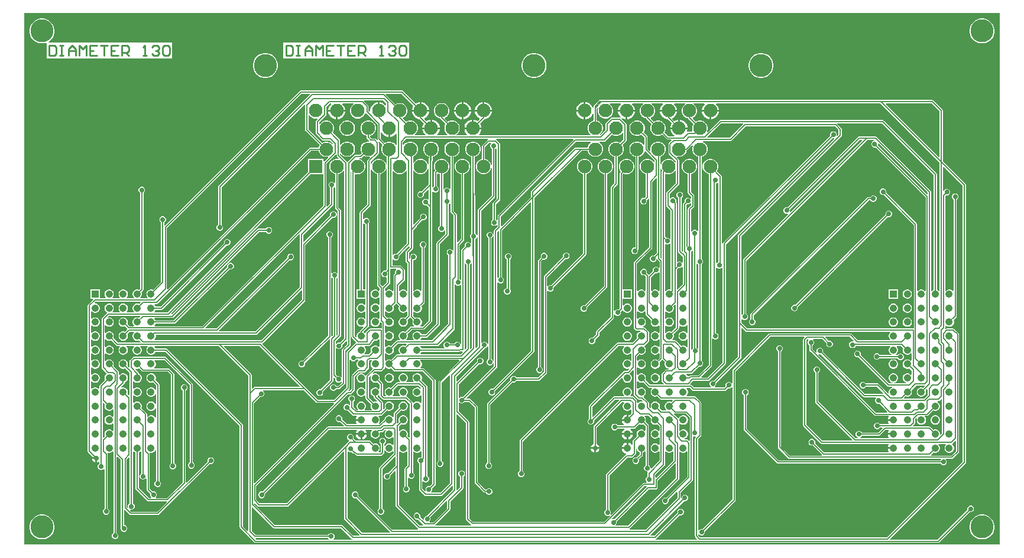
<source format=gbr>
%FSTAX23Y23*%
%MOIN*%
%SFA1B1*%

%IPPOS*%
%ADD12C,0.010000*%
%ADD21C,0.007800*%
%ADD22C,0.076770*%
%ADD23R,0.076770X0.076770*%
%ADD24C,0.129920*%
%ADD25C,0.130000*%
%ADD26C,0.042320*%
%ADD27R,0.042320X0.042320*%
%ADD28C,0.050000*%
%ADD29C,0.027560*%
%LNbackplane_copper_signal_top-1*%
%LPD*%
G36*
X055Y0D02*
X0D01*
Y03*
X055*
Y0*
G37*
%LNbackplane_copper_signal_top-2*%
%LPC*%
G36*
X05406Y0297D02*
X05393D01*
X05379Y02967*
X05366Y02962*
X05355Y02954*
X05345Y02944*
X05337Y02933*
X05332Y0292*
X0533Y02906*
Y02893*
X05332Y02879*
X05337Y02866*
X05345Y02855*
X05355Y02845*
X05366Y02837*
X05379Y02832*
X05393Y0283*
X05406*
X0542Y02832*
X05433Y02837*
X05444Y02845*
X05454Y02855*
X05462Y02866*
X05467Y02879*
X0547Y02893*
Y02906*
X05467Y0292*
X05462Y02933*
X05454Y02944*
X05444Y02954*
X05433Y02962*
X0542Y02967*
X05406Y0297*
G37*
G36*
X02169Y02834D02*
X0146D01*
Y02745*
X02169*
Y02834*
G37*
G36*
X00106Y0297D02*
X00093D01*
X00079Y02967*
X00066Y02962*
X00055Y02954*
X00045Y02944*
X00037Y02933*
X00032Y0292*
X0003Y02906*
Y02893*
X00032Y02879*
X00037Y02866*
X00045Y02855*
X00055Y02845*
X00066Y02837*
X00079Y02832*
X00093Y0283*
X00106*
X0012Y02832*
X00121Y02832*
X00125Y0283*
Y02745*
X00834*
Y02834*
X00137*
X00136Y02839*
X00144Y02845*
X00154Y02855*
X00162Y02866*
X00167Y02879*
X0017Y02893*
Y02906*
X00167Y0292*
X00162Y02933*
X00154Y02944*
X00144Y02954*
X00133Y02962*
X0012Y02967*
X00106Y0297*
G37*
G36*
X0416Y02775D02*
X04146D01*
X04133Y02773*
X0412Y02767*
X04108Y0276*
X04099Y0275*
X04091Y02739*
X04086Y02726*
X04083Y02712*
Y02699*
X04086Y02685*
X04091Y02672*
X04099Y02661*
X04108Y02651*
X0412Y02643*
X04133Y02638*
X04146Y02635*
X0416*
X04173Y02638*
X04186Y02643*
X04198Y02651*
X04207Y02661*
X04215Y02672*
X0422Y02685*
X04223Y02699*
Y02712*
X0422Y02726*
X04215Y02739*
X04207Y0275*
X04198Y0276*
X04186Y02767*
X04173Y02773*
X0416Y02775*
G37*
G36*
X0288D02*
X02867D01*
X02853Y02773*
X0284Y02767*
X02829Y0276*
X02819Y0275*
X02812Y02739*
X02806Y02726*
X02804Y02712*
Y02699*
X02806Y02685*
X02812Y02672*
X02819Y02661*
X02829Y02651*
X0284Y02643*
X02853Y02638*
X02867Y02635*
X0288*
X02894Y02638*
X02907Y02643*
X02918Y02651*
X02928Y02661*
X02936Y02672*
X02941Y02685*
X02943Y02699*
Y02712*
X02941Y02726*
X02936Y02739*
X02928Y0275*
X02918Y0276*
X02907Y02767*
X02894Y02773*
X0288Y02775*
G37*
G36*
X01365D02*
X01351D01*
X01337Y02773*
X01325Y02767*
X01313Y0276*
X01303Y0275*
X01296Y02739*
X01291Y02726*
X01288Y02712*
Y02699*
X01291Y02685*
X01296Y02672*
X01303Y02661*
X01313Y02651*
X01325Y02643*
X01337Y02638*
X01351Y02635*
X01365*
X01378Y02638*
X01391Y02643*
X01402Y02651*
X01412Y02661*
X0142Y02672*
X01425Y02685*
X01428Y02699*
Y02712*
X01425Y02726*
X0142Y02739*
X01412Y0275*
X01402Y0276*
X01391Y02767*
X01378Y02773*
X01365Y02775*
G37*
G36*
X03154Y02498D02*
X03153D01*
X0314Y02495*
X03129Y02488*
X0312Y02479*
X03114Y02468*
X03111Y02456*
Y02455*
X03154*
Y02498*
G37*
G36*
X02594D02*
X02593D01*
Y02455*
X02636*
Y02456*
X02633Y02468*
X02627Y02479*
X02618Y02488*
X02607Y02495*
X02594Y02498*
G37*
G36*
X02583D02*
X02582D01*
X02569Y02495*
X02558Y02488*
X02549Y02479*
X02543Y02468*
X0254Y02456*
Y02455*
X02583*
Y02498*
G37*
G36*
X02476D02*
X02475D01*
Y02455*
X02518*
Y02456*
X02515Y02468*
X02509Y02479*
X025Y02488*
X02489Y02495*
X02476Y02498*
G37*
G36*
X02465D02*
X02464D01*
X02451Y02495*
X0244Y02488*
X02431Y02479*
X02425Y02468*
X02422Y02456*
Y02455*
X02465*
Y02498*
G37*
G36*
X0224D02*
X02239D01*
Y02455*
X02282*
Y02456*
X02279Y02468*
X02272Y02479*
X02263Y02488*
X02252Y02495*
X0224Y02498*
G37*
G36*
X0156Y02565D02*
X01556Y02564D01*
X01553Y02562*
X00793Y01802*
X00789Y01804*
Y01819*
X0079Y0182*
X00795Y01825*
X00798Y01832*
Y01839*
X00795Y01846*
X0079Y01851*
X00783Y01854*
X00776*
X00769Y01851*
X00764Y01846*
X00761Y01839*
Y01832*
X00764Y01825*
X00769Y0182*
X0077Y01819*
Y01483*
X00725Y01438*
X00725Y01439*
X00718Y01441*
X00711*
X00704Y01439*
X00698Y01435*
X00694Y01431*
X0069Y01425*
X00688Y01418*
Y01411*
X0069Y01404*
X00694Y01398*
X00696Y01396*
X00694Y01391*
X00656*
X00654Y01396*
X00657Y01398*
X0066Y01404*
X00662Y01411*
Y01418*
X0066Y01425*
X0066Y01426*
X00668Y01434*
X0067Y01437*
X00671Y0144*
Y01986*
X00672Y01987*
X00677Y01992*
X0068Y01999*
Y02006*
X00677Y02013*
X00672Y02019*
X00665Y02021*
X00658*
X00651Y02019*
X00646Y02013*
X00643Y02006*
Y01999*
X00646Y01992*
X00651Y01987*
X00652Y01986*
Y01444*
X00647Y01438*
X00646Y01439*
X00639Y01441*
X00632*
X00626Y01439*
X0062Y01435*
X00615Y01431*
X00611Y01425*
X0061Y01418*
Y01411*
X00611Y01404*
X00615Y01398*
X00618Y01396*
X00616Y01391*
X00577*
X00575Y01396*
X00578Y01398*
X00581Y01404*
X00583Y01411*
Y01418*
X00581Y01425*
X00578Y01431*
X00573Y01435*
X00567Y01439*
X0056Y01441*
X00554*
X00547Y01439*
X00541Y01435*
X00536Y01431*
X00533Y01425*
X00531Y01418*
Y01411*
X00533Y01404*
X00536Y01398*
X00539Y01396*
X00537Y01391*
X00498*
X00496Y01396*
X00499Y01398*
X00503Y01404*
X00504Y01411*
Y01418*
X00503Y01425*
X00499Y01431*
X00494Y01435*
X00488Y01439*
X00482Y01441*
X00475*
X00468Y01439*
X00462Y01435*
X00457Y01431*
X00454Y01425*
X00452Y01418*
Y01411*
X00454Y01404*
X00457Y01398*
X0046Y01396*
X00458Y01391*
X00426*
Y01441*
X00373*
Y01388*
X00385*
X00388Y01383*
X0036Y01356*
X00358Y01353*
X00357Y0135*
Y00527*
X00358Y00523*
X0036Y0052*
X00383Y00498*
X00381Y00494*
X00405*
Y00489*
X0041*
Y00465*
X00418Y00468*
X00419Y00469*
X00423Y00467*
Y00457*
X00422Y00456*
X00417Y00451*
X00414Y00444*
Y00437*
X00417Y0043*
X00422Y00425*
X00429Y00422*
X00436*
X00443Y00425*
X00446Y00428*
X00451Y00426*
Y00204*
X0045Y00203*
X00445Y00198*
X00442Y00191*
Y00184*
X00445Y00177*
X0045Y00172*
X00457Y00169*
X00464*
X00471Y00172*
X00476Y00177*
X00479Y00184*
Y00191*
X00476Y00198*
X00471Y00203*
X0047Y00204*
Y00513*
X0047*
X00469Y00516*
X00472Y0052*
X00475Y00519*
X00482*
X00488Y00521*
X00494Y00525*
X00497Y00527*
X00502Y00525*
Y00066*
X00501Y00065*
X00496Y0006*
X00493Y00053*
Y00046*
X00496Y00039*
X00501Y00034*
X00508Y00031*
X00515*
X00522Y00034*
X00527Y00039*
X0053Y00046*
Y00053*
X00527Y0006*
X00522Y00065*
X0052Y00066*
Y00495*
X00525Y00497*
X00544Y00477*
Y001*
X00544Y00099*
X00543Y00095*
Y00088*
X00546Y00081*
X00551Y00076*
X00558Y00073*
X00565*
X00572Y00076*
X00577Y00081*
X0058Y00088*
Y00095*
X00577Y00102*
X00572Y00107*
X00565Y0011*
X00563*
Y00194*
X00567Y00196*
X00593Y0017*
X00596Y00168*
X006Y00167*
X00753*
X00756Y00168*
X00759Y0017*
X01045Y00456*
X01047Y00456*
X01054*
X01061Y00459*
X01066Y00464*
X01069Y00471*
Y00478*
X01066Y00485*
X01061Y0049*
X01054Y00493*
X01047*
X0104Y0049*
X01035Y00485*
X01032Y00478*
Y00471*
X01032Y00469*
X00915Y00351*
X0091Y00353*
Y0087*
X00911Y00871*
X00916Y00876*
X00919Y00883*
Y0089*
X00916Y00897*
X00911Y00902*
X00904Y00905*
X00897*
X0089Y00902*
X00885Y00897*
X00882Y0089*
Y00883*
X00885Y00876*
X0089Y00871*
X00891Y0087*
Y00352*
X00802Y00263*
X00742*
X0074Y00268*
X00743Y00271*
X00746Y00278*
Y00285*
X00743Y00292*
X00738Y00297*
X00731Y003*
X00724*
X00722Y003*
X00707Y00315*
Y00513*
X00706Y00516*
X00707Y00517*
X00709Y0052*
X00711Y00519*
X00718*
X00725Y00521*
X00731Y00525*
X00735Y00529*
X00737Y00533*
X00742Y00532*
Y0036*
X00741Y00359*
X00736Y00354*
X00733Y00347*
Y0034*
X00736Y00333*
X00741Y00328*
X00748Y00325*
X00755*
X00762Y00328*
X00767Y00333*
X0077Y0034*
Y00347*
X00767Y00354*
X00762Y00359*
X00761Y0036*
Y00903*
X0076Y00907*
X00758Y0091*
X00738Y00929*
X00739Y0093*
X00741Y00937*
Y00944*
X00739Y00951*
X00735Y00957*
X00731Y00961*
X00725Y00965*
X00718Y00967*
X00711*
X00704Y00965*
X00698Y00961*
X00694Y00957*
X0069Y00951*
X00688Y00944*
Y00937*
X0069Y0093*
X00694Y00924*
X00698Y0092*
X00704Y00916*
X00711Y00914*
X00718*
X00725Y00916*
X00725Y00917*
X00742Y009*
Y00875*
X00737Y00874*
X00735Y00878*
X00731Y00882*
X00725Y00886*
X00718Y00888*
X00711*
X00704Y00886*
X00698Y00882*
X00694Y00878*
X0069Y00872*
X00688Y00865*
Y00858*
X0069Y00851*
X00694Y00845*
X00698Y00841*
X00704Y00837*
X00711Y00835*
X00718*
X00725Y00837*
X00731Y00841*
X00735Y00845*
X00737Y00849*
X00742Y00848*
Y00796*
X00737Y00795*
X00735Y00799*
X00731Y00803*
X00725Y00807*
X00718Y00809*
X00711*
X00704Y00807*
X00698Y00803*
X00694Y00799*
X0069Y00793*
X00688Y00786*
Y00779*
X0069Y00772*
X00694Y00766*
X00698Y00762*
X00704Y00758*
X00711Y00756*
X00718*
X00725Y00758*
X00731Y00762*
X00735Y00766*
X00737Y0077*
X00742Y00769*
Y00717*
X00737Y00716*
X00735Y0072*
X00731Y00724*
X00725Y00728*
X00718Y0073*
X00711*
X00704Y00728*
X00698Y00724*
X00696Y00722*
X00691Y00724*
Y00737*
X0069Y0074*
X00688Y00743*
X0066Y00771*
X0066Y00772*
X00662Y00779*
Y00786*
X0066Y00793*
X00657Y00799*
X00652Y00803*
X00646Y00807*
X00639Y00809*
X00632*
X00626Y00807*
X0062Y00803*
X00617Y00801*
X00612Y00803*
Y00841*
X00617Y00843*
X0062Y00841*
X00626Y00837*
X00632Y00835*
X00639*
X00646Y00837*
X00652Y00841*
X00657Y00845*
X0066Y00851*
X00662Y00858*
Y00865*
X0066Y00872*
X00657Y00878*
X00652Y00882*
X00646Y00886*
X00639Y00888*
X00632*
X00626Y00886*
X0062Y00882*
X00617Y0088*
X00612Y00882*
Y0092*
X00617Y00922*
X0062Y0092*
X00626Y00916*
X00632Y00914*
X00639*
X00646Y00916*
X00652Y0092*
X00657Y00924*
X0066Y0093*
X00662Y00937*
Y00944*
X0066Y00951*
X00657Y00957*
X00652Y00961*
X00646Y00965*
X00645Y00965*
Y00966*
X00644Y0097*
X00642Y00973*
X00625Y0099*
X00627Y00995*
X00632Y00993*
X00639*
X00646Y00995*
X00647Y00996*
X00663Y0098*
X00666Y00978*
X00669Y00977*
X00808*
X00827Y00958*
Y0046*
X00826Y00459*
X00821Y00454*
X00818Y00447*
Y0044*
X00821Y00433*
X00826Y00428*
X00833Y00425*
X0084*
X00847Y00428*
X00852Y00433*
X00855Y0044*
Y00447*
X00852Y00454*
X00847Y00459*
X00846Y0046*
Y00962*
X00845Y00965*
X00843Y00968*
X00818Y00993*
X00815Y00995*
X00812Y00995*
X00734*
X00732Y01*
X00735Y01003*
X00739Y01009*
X00741Y01016*
Y01023*
X00739Y0103*
X00735Y01036*
X00733Y01038*
X00735Y01043*
X00789*
X00931Y00901*
Y00465*
X0093Y00464*
X00925Y00459*
X00922Y00452*
Y00444*
X00925Y00438*
X0093Y00432*
X00937Y00429*
X00944*
X00951Y00432*
X00956Y00438*
X00959Y00444*
Y00452*
X00956Y00459*
X00951Y00464*
X0095Y00465*
Y00905*
X00949Y00908*
X00947Y00911*
X00799Y01059*
X00796Y01061*
X00793Y01062*
X00618*
X00615Y01061*
X00612Y01059*
X00596Y01043*
X00594Y0104*
X00593Y01037*
Y01003*
X00588Y01001*
X00581Y01008*
X00581Y01009*
X00583Y01016*
Y01023*
X00581Y0103*
X00578Y01036*
X00573Y0104*
X00567Y01044*
X0056Y01046*
X00554*
X00547Y01044*
X00541Y0104*
X00536Y01036*
X00533Y0103*
X00531Y01023*
Y01016*
X00533Y01009*
X00536Y01003*
X00541Y00999*
X00547Y00995*
X00554Y00993*
X0056*
X00567Y00995*
X00568Y00996*
X00594Y0097*
Y00844*
X00589Y00842*
X00581Y0085*
X00581Y00851*
X00583Y00858*
Y00865*
X00581Y00872*
X00578Y00878*
X00573Y00882*
X00567Y00886*
X0056Y00888*
X00554*
X00549Y00887*
X00547Y00891*
X00563Y00908*
X00565Y00911*
X00566Y00914*
Y00916*
X00567Y00916*
X00573Y0092*
X00578Y00924*
X00581Y0093*
X00583Y00937*
Y00944*
X00581Y00951*
X00578Y00957*
X00573Y00961*
X00567Y00965*
X0056Y00967*
X00554*
X00547Y00965*
X00541Y00961*
X00538Y00959*
X00533Y00961*
Y00974*
X00532Y00977*
X0053Y0098*
X00502Y01008*
X00503Y01009*
X00504Y01016*
Y01023*
X00503Y0103*
X00499Y01036*
X00494Y0104*
X00488Y01044*
X00482Y01046*
X00475*
X00468Y01044*
X00462Y0104*
X00459Y01037*
X00454Y01039*
Y01079*
X00459Y01081*
X00462Y01078*
X00468Y01074*
X00475Y01072*
X00482*
X00488Y01074*
X00494Y01078*
X00499Y01082*
X00503Y01088*
X00504Y01095*
Y01102*
X00503Y01109*
X00499Y01115*
X00494Y01119*
X00488Y01123*
X00482Y01125*
X00475*
X00468Y01123*
X00462Y01119*
X00459Y01116*
X00454Y01118*
Y01158*
X00459Y0116*
X00462Y01157*
X00468Y01153*
X00475Y01151*
X00482*
X00488Y01153*
X00489Y01154*
X00518Y01125*
X00521Y01123*
X00524Y01122*
X00537*
X00539Y01117*
X00536Y01115*
X00533Y01109*
X00531Y01102*
Y01095*
X00533Y01088*
X00536Y01082*
X00541Y01078*
X00547Y01074*
X00554Y01072*
X0056*
X00567Y01074*
X00573Y01078*
X00578Y01082*
X00581Y01088*
X00583Y01095*
Y01102*
X00581Y01109*
X00578Y01115*
X00575Y01117*
X00577Y01122*
X00616*
X00618Y01117*
X00615Y01115*
X00611Y01109*
X0061Y01102*
Y01095*
X00611Y01088*
X00615Y01082*
X0062Y01078*
X00626Y01074*
X00632Y01072*
X00639*
X00646Y01074*
X00652Y01078*
X00657Y01082*
X0066Y01088*
X00662Y01095*
Y01102*
X0066Y01109*
X00657Y01115*
X00654Y01117*
X00656Y01122*
X00694*
X00696Y01117*
X00694Y01115*
X0069Y01109*
X00688Y01102*
Y01095*
X0069Y01088*
X00694Y01082*
X00698Y01078*
X00704Y01074*
X00711Y01072*
X00718*
X00725Y01074*
X00731Y01078*
X00735Y01082*
X00739Y01088*
X00739Y01089*
X00796*
X01214Y00671*
Y001*
X01215Y00096*
X01217Y00093*
X01298Y00012*
X01301Y0001*
X01304Y0001*
X05152*
X05155Y0001*
X05158Y00012*
X0533Y00184*
X05332Y00184*
X05339*
X05346Y00187*
X05351Y00192*
X05354Y00199*
Y00206*
X05351Y00213*
X05346Y00218*
X05339Y00221*
X05332*
X05325Y00218*
X0532Y00213*
X05317Y00206*
Y00199*
X05317Y00197*
X05148Y00028*
X04881*
X04879Y00033*
X05306Y00459*
X05308Y00462*
X05309Y00466*
Y02031*
X05308Y02034*
X05306Y02037*
X05178Y02165*
Y0245*
X05177Y02454*
X05175Y02457*
X05125Y02507*
X05122Y02509*
X05119Y0251*
X03244*
Y0251*
X03241Y02509*
X03238Y02507*
X03212Y02481*
X0321Y02478*
X03209Y02475*
Y02469*
X03204Y02468*
X03198Y02479*
X03189Y02488*
X03178Y02495*
X03165Y02498*
X03164*
Y0245*
Y02401*
X03165*
X03178Y02404*
X03189Y02411*
X03198Y0242*
X03204Y02431*
X03209Y0243*
Y02394*
X03201Y02392*
X03191Y02386*
X03183Y02378*
X03178Y02368*
X03175Y02357*
Y02345*
X03178Y02334*
X03183Y02324*
X03191Y02316*
X03194Y02315*
X03193Y0231*
X02563*
X02561Y02315*
X02568Y02321*
X02574Y02332*
X02577Y02345*
Y02346*
X02481*
Y02345*
X02484Y02332*
X0249Y02321*
X02497Y02315*
X02495Y0231*
X02436*
X02434Y02315*
X02438Y02316*
X02446Y02324*
X02451Y02334*
X02454Y02345*
Y02357*
X02451Y02368*
X02446Y02378*
X02438Y02386*
X02428Y02392*
X02417Y02394*
X02405*
X02394Y02392*
X02387Y02388*
X0237Y02405*
X02371Y02411*
X02379Y02415*
X02387Y02423*
X02392Y02433*
X02395Y02444*
Y02455*
X02392Y02466*
X02387Y02476*
X02379Y02484*
X02369Y0249*
X02358Y02493*
X02346*
X02335Y0249*
X02325Y02484*
X02317Y02476*
X02311Y02466*
X02308Y02455*
Y02444*
X02311Y02433*
X02317Y02423*
X02325Y02415*
X02335Y02409*
X02343Y02407*
X02343Y02407*
X02345Y02404*
X02374Y02375*
X0237Y02368*
X02368Y02357*
Y02345*
X0237Y02334*
X02376Y02324*
X02384Y02316*
X02387Y02315*
X02386Y0231*
X02327*
X02325Y02315*
X02332Y02321*
X02338Y02332*
X02341Y02345*
Y02346*
X02244*
Y02345*
X02248Y02332*
X02254Y02321*
X02261Y02315*
X02259Y0231*
X022*
X02198Y02315*
X02201Y02316*
X02209Y02324*
X02215Y02334*
X02218Y02345*
Y02357*
X02215Y02368*
X02209Y02378*
X02201Y02386*
X02191Y02392*
X0218Y02394*
X02169*
X02158Y02392*
X02151Y02388*
X02134Y02405*
X02135Y02411*
X02142Y02415*
X0215Y02423*
X02156Y02433*
X02159Y02444*
Y02455*
X02156Y02466*
X0215Y02476*
X02142Y02484*
X02132Y0249*
X02121Y02493*
X0211*
X02099Y0249*
X02092Y02486*
X02037Y02541*
X02039Y02546*
X02124*
X02194Y02477*
X02189Y02468*
X02185Y02456*
Y02455*
X02229*
Y02498*
X02227*
X02215Y02495*
X02206Y0249*
X02134Y02562*
X02131Y02564*
X02128Y02565*
X0156*
G37*
G36*
X03154Y02445D02*
X03111D01*
Y02443*
X03114Y02431*
X0312Y0242*
X03129Y02411*
X0314Y02404*
X03153Y02401*
X03154*
Y02445*
G37*
G36*
X02518D02*
X02475D01*
Y02401*
X02476*
X02489Y02404*
X025Y02411*
X02509Y0242*
X02515Y02431*
X02518Y02443*
Y02445*
G37*
G36*
X02465D02*
X02422D01*
Y02443*
X02425Y02431*
X02431Y0242*
X0244Y02411*
X02451Y02404*
X02464Y02401*
X02465*
Y02445*
G37*
G36*
X02636D02*
X0254D01*
Y02443*
X02543Y02431*
X02549Y0242*
X02558Y02411*
X02565Y02407*
X02566Y02401*
X02556Y02391*
X02548Y02396*
X02535Y02399*
X02534*
Y02356*
X02577*
Y02357*
X02574Y0237*
X02569Y02378*
X02592Y02401*
X02594*
X02607Y02404*
X02618Y02411*
X02627Y0242*
X02633Y02431*
X02636Y02443*
Y02445*
G37*
G36*
X02524Y02399D02*
X02523D01*
X0251Y02396*
X02499Y0239*
X0249Y02381*
X02484Y0237*
X02481Y02357*
Y02356*
X02524*
Y02399*
G37*
G36*
X02299D02*
X02298D01*
Y02356*
X02341*
Y02357*
X02338Y0237*
X02332Y02381*
X02323Y0239*
X02311Y02396*
X02299Y02399*
G37*
G36*
X02282Y02445D02*
X02185D01*
Y02443*
X02189Y02431*
X02195Y0242*
X02204Y02411*
X02215Y02404*
X02227Y02401*
X0223*
X02253Y02378*
X02248Y0237*
X02244Y02357*
Y02356*
X02288*
Y02399*
X02286*
X02274Y02396*
X02266Y02391*
X02256Y02401*
X02257Y02407*
X02263Y02411*
X02272Y0242*
X02279Y02431*
X02282Y02443*
Y02445*
G37*
G36*
X004Y00484D02*
X00381D01*
X00384Y00475*
X00391Y00468*
X004Y00465*
Y00484*
G37*
G36*
X05406Y0017D02*
X05393D01*
X05379Y00167*
X05366Y00162*
X05355Y00154*
X05345Y00144*
X05337Y00133*
X05332Y0012*
X0533Y00106*
Y00093*
X05332Y00079*
X05337Y00066*
X05345Y00055*
X05355Y00045*
X05366Y00037*
X05379Y00032*
X05393Y0003*
X05406*
X0542Y00032*
X05433Y00037*
X05444Y00045*
X05454Y00055*
X05462Y00066*
X05467Y00079*
X0547Y00093*
Y00106*
X05467Y0012*
X05462Y00133*
X05454Y00144*
X05444Y00154*
X05433Y00162*
X0542Y00167*
X05406Y0017*
G37*
G36*
X00106D02*
X00093D01*
X00079Y00167*
X00066Y00162*
X00055Y00154*
X00045Y00144*
X00037Y00133*
X00032Y0012*
X0003Y00106*
Y00093*
X00032Y00079*
X00037Y00066*
X00045Y00055*
X00055Y00045*
X00066Y00037*
X00079Y00032*
X00093Y0003*
X00106*
X0012Y00032*
X00133Y00037*
X00144Y00045*
X00154Y00055*
X00162Y00066*
X00167Y00079*
X0017Y00093*
Y00106*
X00167Y0012*
X00162Y00133*
X00154Y00144*
X00144Y00154*
X00133Y00162*
X0012Y00167*
X00106Y0017*
G37*
%LNbackplane_copper_signal_top-3*%
%LPD*%
G36*
X02039Y02493D02*
Y02483D01*
X02034Y02481*
X02027Y02488*
X02016Y02495*
X02004Y02498*
X02003*
Y0245*
X01993*
Y02498*
X01991*
X01979Y02495*
X01968Y02488*
X01959Y02479*
X01952Y02468*
X01949Y02456*
Y02447*
X01944Y02445*
X0194Y02449*
Y02475*
X01939Y02478*
X01937Y02481*
X01914Y02503*
X01916Y02508*
X02024*
X02039Y02493*
G37*
G36*
X0516Y02158D02*
Y01435D01*
X05155Y01433*
X05152Y01435*
X05146Y01439*
X05145Y01439*
Y0209*
X05144Y02094*
X05142Y02097*
X04844Y02395*
X04841Y02397*
X04838Y02398*
X03925*
X03921Y02397*
X03918Y02395*
X03851Y02328*
X03847Y02331*
X03849Y02334*
X03852Y02345*
Y02357*
X03849Y02368*
X03843Y02378*
X03835Y02386*
X03825Y02392*
X03814Y02394*
X03803*
X03792Y02392*
X03785Y02388*
X03768Y02405*
X03769Y02411*
X03776Y02415*
X03784Y02423*
X0379Y02433*
X03793Y02444*
Y02455*
X0379Y02466*
X03784Y02476*
X03776Y02484*
X03772Y02486*
X03774Y02491*
X03834*
X03836Y02486*
X03829Y02479*
X03823Y02468*
X03819Y02456*
Y02455*
X03916*
Y02456*
X03913Y02468*
X03906Y02479*
X03899Y02486*
X03901Y02491*
X04826*
X0516Y02158*
G37*
G36*
X03727Y02486D02*
X03723Y02484D01*
X03715Y02476*
X03709Y02466*
X03706Y02455*
Y02444*
X03709Y02433*
X03715Y02423*
X03723Y02415*
X03733Y02409*
X03741Y02407*
X03741Y02407*
X03743Y02404*
X03772Y02375*
X03768Y02368*
X03765Y02357*
Y02345*
X03767Y02337*
X03764Y02332*
X03744*
X0374Y02331*
X03736Y02334*
X03739Y02345*
Y02346*
X03642*
Y02345*
X03645Y02332*
X03652Y02321*
X03661Y02312*
X03665Y0231*
X03663Y02305*
X03631*
X03609Y02327*
X03613Y02334*
X03616Y02345*
Y02357*
X03613Y02368*
X03607Y02378*
X03599Y02386*
X03589Y02392*
X03578Y02394*
X03567*
X03556Y02392*
X03549Y02388*
X03532Y02405*
X03533Y02411*
X0354Y02415*
X03548Y02423*
X03554Y02433*
X03557Y02444*
Y02455*
X03554Y02466*
X03548Y02476*
X0354Y02484*
X03536Y02486*
X03537Y02491*
X03598*
X036Y02486*
X03593Y02479*
X03586Y02468*
X03583Y02456*
Y02455*
X0368*
Y02456*
X03676Y02468*
X0367Y02479*
X03663Y02486*
X03665Y02491*
X03725*
X03727Y02486*
G37*
G36*
X0349D02*
X03487Y02484D01*
X03479Y02476*
X03473Y02466*
X0347Y02455*
Y02444*
X03473Y02433*
X03479Y02423*
X03487Y02415*
X03497Y02409*
X03505Y02407*
X03505Y02407*
X03507Y02404*
X03536Y02375*
X03532Y02368*
X03529Y02357*
Y02345*
X03532Y02334*
X03538Y02324*
X03546Y02316*
X03556Y02311*
X03567Y02308*
X03578*
X03589Y02311*
X03596Y02315*
X03621Y0229*
X03624Y02288*
X03627Y02287*
X03627*
X03646*
X03648Y02282*
X03634Y02268*
X03632Y02265*
X03631Y02262*
Y02212*
X03632Y02209*
X03634Y02206*
X03673Y02166*
Y02159*
X03668Y02157*
X03666Y02161*
X03658Y02169*
X03648Y02175*
X03637Y02178*
X03626*
X03615Y02175*
X03605Y02169*
X03597Y02161*
X03591Y02151*
X0359Y02149*
X03585Y0215*
Y02192*
X03589Y02193*
X03599Y02198*
X03607Y02206*
X03613Y02216*
X03616Y02227*
Y02239*
X03613Y0225*
X03607Y0226*
X03599Y02268*
X03589Y02273*
X03578Y02276*
X03567*
X03556Y02273*
X03546Y02268*
X03538Y0226*
X03532Y0225*
X03529Y02239*
Y02227*
X0353Y02225*
X03525Y02222*
X03514Y02234*
Y02301*
X03513Y02304*
X03511Y02307*
X03491Y02327*
X03495Y02334*
X03498Y02345*
Y02357*
X03495Y02368*
X03489Y02378*
X03481Y02386*
X03471Y02392*
X0346Y02394*
X03449*
X03437Y02392*
X03428Y02386*
X0342Y02378*
X03414Y02368*
X03411Y02357*
Y02345*
X03414Y02334*
X0342Y02324*
X03428Y02316*
X03437Y02311*
X03449Y02308*
X0346*
X03471Y02311*
X03478Y02315*
X03495Y02297*
Y02258*
X0349Y02257*
X03489Y0226*
X03481Y02268*
X03471Y02273*
X0346Y02276*
X03449*
X03437Y02273*
X03428Y02268*
X0342Y0226*
X03414Y0225*
X03411Y02239*
Y02227*
X03414Y02216*
X0342Y02206*
X03428Y02198*
X03437Y02193*
X03445Y0219*
Y01678*
X03444Y01677*
X03437*
X0343Y01674*
X03425Y01669*
X03422Y01662*
Y01655*
X03425Y01648*
X0343Y01643*
X03437Y0164*
X03444*
X03451Y01643*
X03456Y01648*
X03459Y01655*
Y01662*
X03459Y01664*
X03461Y01666*
X03463Y01669*
X03463Y01672*
Y0219*
X03471Y02193*
X03481Y02198*
X03489Y02206*
X03495Y02216*
X03495Y02219*
X03501Y02221*
X03554Y02167*
Y0216*
X03549Y02159*
X03548Y02161*
X0354Y02169*
X0353Y02175*
X03519Y02178*
X03508*
X03497Y02175*
X03487Y02169*
X03479Y02161*
X03473Y02151*
X0347Y0214*
Y02129*
X03473Y02118*
X03479Y02108*
X03487Y021*
X03497Y02094*
X03504Y02092*
Y01965*
X03496Y01957*
X03494Y01957*
X03487*
X0348Y01954*
X03475Y01949*
X03472Y01942*
Y01935*
X03475Y01928*
X0348Y01923*
X03487Y0192*
X03494*
X03501Y01923*
X03506Y01928*
X03509Y01935*
Y01942*
X03509Y01944*
X03516Y01952*
X03521Y0195*
Y01679*
X03439Y01597*
X03437Y01594*
X03436Y0159*
Y01224*
X03437Y0122*
X03439Y01217*
X03445Y01211*
X03448Y01209*
X03451Y01208*
X03451*
X03473*
X03474Y01203*
X03468Y01202*
X03462Y01198*
X03457Y01194*
X03454Y01188*
X03452Y01181*
Y01174*
X03454Y01167*
X03454Y01166*
X03428Y01141*
X03346*
X03342Y0114*
X03339Y01138*
X02794Y00593*
X02792Y0059*
X02791Y00587*
Y00416*
X0279Y00415*
X02785Y0041*
X02782Y00403*
Y00396*
X02785Y00389*
X0279Y00384*
X02797Y00381*
X02804*
X02811Y00384*
X02816Y00389*
X02819Y00396*
Y00403*
X02816Y0041*
X02811Y00415*
X0281Y00416*
Y00583*
X03349Y01122*
X03379*
X03381Y01117*
X03379Y01115*
X03375Y01109*
X03373Y01102*
Y01095*
X03375Y01088*
X03379Y01082*
X03383Y01078*
X03389Y01074*
X03396Y01072*
X03403*
X0341Y01074*
X03416Y01078*
X03418Y0108*
X03423Y01078*
Y0104*
X03418Y01038*
X03416Y0104*
X0341Y01044*
X03403Y01046*
X03396*
X03389Y01044*
X03383Y0104*
X03379Y01036*
X03375Y0103*
X03373Y01023*
Y01016*
X03375Y01009*
X03379Y01003*
X03383Y00999*
X03389Y00995*
X03396Y00993*
X03403*
X03408Y00995*
X0341Y0099*
X03403Y00982*
X03386*
X03382Y00982*
X03379Y0098*
X03187Y00787*
X03185Y00785*
X03184Y00781*
Y00712*
X03183Y00711*
X03178Y00706*
X03175Y00699*
Y00692*
X03178Y00685*
X03183Y0068*
X0319Y00677*
X03197*
X03204Y0068*
X03209Y00685*
X03212Y00692*
Y00699*
X03212Y00701*
X0333Y00819*
X03351*
X03353Y00815*
X03211Y00673*
X03209Y0067*
X03208Y00666*
Y00567*
X03204Y00566*
X03197Y00559*
X03194Y00551*
X03241*
X03238Y00559*
X03231Y00566*
X03227Y00567*
Y00663*
X0337Y00806*
X03379*
X03381Y00801*
X03379Y00799*
X03375Y00793*
X03373Y00786*
Y00779*
X03375Y00772*
X03379Y00766*
X03383Y00762*
X03389Y00758*
X03396Y00756*
X03403*
X0341Y00758*
X03416Y00762*
X03418Y00764*
X03423Y00762*
Y0074*
X03414Y00731*
X03412Y00733*
X03405Y00734*
Y00704*
X034*
Y00699*
X03369*
X0337Y00691*
X03375Y00684*
X0338Y00679*
X0338Y00679*
X03379Y00674*
X03344*
X03343Y00675*
X03338Y0068*
X03331Y00683*
X03324*
X03317Y0068*
X03312Y00675*
X03309Y00668*
Y00661*
X03312Y00654*
X03317Y00649*
X03324Y00646*
X03331*
X03338Y00649*
X03343Y00654*
X03344Y00655*
X03381*
X03382Y0065*
X0338Y00649*
X03375Y00644*
X0337Y00637*
X03369Y0063*
X034*
X0343*
X03429Y00637*
X03424Y00644*
X03419Y00649*
X03417Y0065*
X03418Y00655*
X03439*
X03443Y00656*
X03446Y00658*
X03467Y0068*
X03468Y00679*
X03475Y00677*
X03482*
X03488Y00679*
X03489Y0068*
X03502Y00667*
Y00645*
X03497Y00643*
X03494Y00645*
X03488Y00649*
X03482Y00651*
X03475*
X03468Y00649*
X03462Y00645*
X03457Y00641*
X03454Y00635*
X03452Y00628*
Y00621*
X03454Y00614*
X03454Y00613*
X03432Y00591*
X0343Y00588*
X03429Y00585*
Y00566*
X03424Y00565*
X03424*
X03419Y0057*
X03412Y00575*
X03405Y00576*
Y00545*
X034*
Y0054*
X03369*
X0337Y00533*
X03375Y00526*
X0338Y00521*
X03387Y00516*
X03391Y00515*
X03392Y00513*
X03392Y0051*
X0339Y00509*
X03282Y00401*
X0328Y00398*
X03279Y00395*
Y00198*
X03278Y00197*
X03273Y00192*
X0327Y00185*
Y00178*
X03273Y00171*
X03278Y00166*
X03285Y00163*
X03292*
X03299Y00166*
X03302Y00162*
X03269Y00129*
X02528*
X02508Y00149*
Y00692*
X02507Y00695*
X02505Y00698*
X02448Y00755*
Y00801*
X02453Y00803*
X02456Y008*
X02463Y00797*
X0247*
X02477Y008*
X02482Y00805*
X02483Y00806*
X02506*
X02538Y00774*
Y00352*
X02539Y00348*
X02541Y00345*
X02589Y00297*
X02592Y00295*
X02596Y00294*
X02601*
X02604Y00289*
X02609Y00284*
X02616Y00281*
X02623*
X0263Y00284*
X02635Y00289*
X02638Y00296*
Y00303*
X02635Y0031*
X0263Y00315*
X02623Y00318*
X02616*
X02609Y00315*
X02606Y00312*
X02599*
X02557Y00355*
Y00778*
X02556Y00781*
X02554Y00784*
X02516Y00822*
X02513Y00824*
X0251Y00825*
X02495*
X02493Y00829*
X02663Y00999*
X02665Y01002*
X02666Y01006*
Y01479*
X02671Y01481*
X02674Y01478*
X02681Y01475*
X02688*
X02695Y01478*
X027Y01483*
X02703Y0149*
Y01497*
X027Y01504*
X02695Y01509*
X02694Y0151*
Y01775*
X02852Y01933*
X02856Y01931*
Y01095*
X02641Y0088*
X02639Y0088*
X02632*
X02625Y00877*
X0262Y00872*
X02617Y00865*
Y00858*
X0262Y00851*
X02625Y00846*
X02632Y00843*
X02639*
X02646Y00846*
X02651Y00851*
X02654Y00858*
Y00865*
X02654Y00867*
X02872Y01085*
X02874Y01088*
X02875Y01092*
Y01956*
X03143Y02224*
X03176*
X03178Y02216*
X03183Y02206*
X03191Y02198*
X03201Y02193*
X03212Y0219*
X03224*
X03235Y02193*
X03245Y02198*
X03253Y02206*
X03258Y02216*
X03261Y02227*
Y02239*
X03258Y0225*
X03253Y0226*
X03245Y02268*
X03242Y02269*
X03243Y02274*
X03269*
X03272Y02275*
X03275Y02277*
X03312Y02315*
X03319Y02311*
X0333Y02308*
X03342*
X03353Y02311*
X03363Y02316*
X03371Y02324*
X03372Y02327*
X03377Y02325*
Y02287*
X0336Y02269*
X03353Y02273*
X03342Y02276*
X0333*
X03319Y02273*
X03309Y02268*
X03301Y0226*
X03296Y0225*
X03293Y02239*
Y02227*
X03296Y02216*
X03301Y02206*
X03309Y02198*
X03319Y02193*
X03327Y0219*
Y02041*
X03308Y02022*
X03306Y02019*
X03305Y02016*
Y01285*
X03227Y01207*
X03225Y01204*
X03224Y01201*
Y01187*
X03205Y01168*
X03203Y01168*
X03196*
X03189Y01165*
X03184Y0116*
X03181Y01153*
Y01146*
X03184Y01139*
X03189Y01134*
X03196Y01131*
X03203*
X0321Y01134*
X03215Y01139*
X03218Y01146*
Y01153*
X03218Y01155*
X0324Y01177*
X03242Y0118*
X03243Y01184*
Y01197*
X03321Y01275*
X03323Y01278*
X03324Y01282*
Y01298*
X03329Y01299*
X03329Y01299*
X03334Y01294*
X03341Y01291*
X03348*
X03355Y01294*
X0336Y01299*
X03363Y01306*
Y01313*
X03363Y01315*
X03371Y01323*
X03374Y01323*
X03377Y01323*
X03379Y01319*
X03383Y01315*
X03389Y01311*
X03396Y01309*
X03403*
X0341Y01311*
X03416Y01315*
X0342Y01319*
X03424Y01325*
X03426Y01332*
Y01339*
X03424Y01346*
X0342Y01352*
X03416Y01356*
X0341Y0136*
X03403Y01362*
X03396*
X03389Y0136*
X03383Y01356*
X03379Y01352*
X03377Y01353*
X03374Y01354*
Y01388*
X03426*
Y01441*
X03374*
Y0209*
X03378Y02094*
X03378Y02094*
X03389Y02091*
X03401*
X03412Y02094*
X03422Y021*
X0343Y02108*
X03436Y02118*
X03439Y02129*
Y0214*
X03436Y02151*
X0343Y02161*
X03422Y02169*
X03412Y02175*
X03401Y02178*
X03389*
X03378Y02175*
X03369Y02169*
X0336Y02161*
X03355Y02151*
X03352Y0214*
Y02129*
X03355Y02118*
X0336Y02108*
X03363Y02105*
X03359Y021*
X03357Y02097*
X03356Y02094*
Y01334*
X0335Y01328*
X03348Y01328*
X03341*
X03334Y01325*
X03329Y0132*
X03329Y0132*
X03324Y01321*
Y02012*
X03343Y02031*
X03345Y02034*
X03345Y02037*
Y0219*
X03353Y02193*
X03363Y02198*
X03371Y02206*
X03377Y02216*
X0338Y02227*
Y02239*
X03377Y0225*
X03373Y02257*
X03393Y02277*
X03395Y0228*
X03395Y02283*
Y02372*
X03395Y02375*
X03393Y02378*
X03367Y02404*
X0337Y02408*
X03376Y02404*
X03389Y02401*
X0339*
Y02445*
X03347*
Y02443*
X0335Y02431*
X03356Y0242*
X03362Y02414*
X03362Y02413*
X03359Y0241*
X03357Y0241*
X03312*
X03312*
X03309Y0241*
X03306Y02408*
X03279Y02381*
X03277Y02378*
X03276Y02375*
Y0234*
X03248Y02311*
X03247Y02312*
X03246Y02314*
X03245Y02317*
X03253Y02324*
X03258Y02334*
X03261Y02345*
Y02357*
X03258Y02368*
X03253Y02378*
X03245Y02386*
X03235Y02392*
X03227Y02394*
Y02462*
X03232Y02467*
X03236Y02464*
X03234Y02455*
Y02444*
X03237Y02433*
X03242Y02423*
X0325Y02415*
X0326Y02409*
X03271Y02406*
X03283*
X03294Y02409*
X03304Y02415*
X03312Y02423*
X03317Y02433*
X0332Y02444*
Y02455*
X03317Y02466*
X03312Y02476*
X03304Y02484*
X033Y02486*
X03301Y02491*
X03362*
X03364Y02486*
X03356Y02479*
X0335Y02468*
X03347Y02456*
Y02455*
X03444*
Y02456*
X0344Y02468*
X03434Y02479*
X03427Y02486*
X03429Y02491*
X03489*
X0349Y02486*
G37*
G36*
X01857D02*
X01853Y02484D01*
X01845Y02476*
X01839Y02466*
X01836Y02455*
Y02444*
X01839Y02433*
X01845Y02423*
X01853Y02415*
X01863Y02409*
X01874Y02406*
X01885*
X01896Y02409*
X01906Y02415*
X01914Y02423*
X0192Y02433*
X01921Y02436*
X01926Y02437*
X01991Y02372*
Y0229*
X01991Y02286*
X01991Y02286*
X01987Y02284*
X01981Y0229*
X01978Y02292*
X01975Y02293*
X01958*
X01948Y02303*
Y02309*
X01955Y02311*
X01965Y02316*
X01973Y02324*
X01979Y02334*
X01982Y02345*
Y02357*
X01979Y02368*
X01973Y02378*
X01965Y02386*
X01955Y02392*
X01944Y02394*
X01933*
X01922Y02392*
X01912Y02386*
X01904Y02378*
X01898Y02368*
X01895Y02357*
Y02345*
X01898Y02334*
X01904Y02324*
X01912Y02316*
X01922Y02311*
X01929Y02309*
Y023*
X0193Y02296*
X01932Y02293*
X01944Y02281*
X01942Y02276*
X01933*
X01922Y02273*
X01912Y02268*
X01904Y0226*
X01898Y0225*
X01895Y02239*
Y02227*
X01898Y02216*
X01902Y02209*
X01893Y02201*
X01865*
Y02201*
X01862Y022*
X01859Y02198*
X01823Y02162*
X0182Y02162*
X01817Y02162*
X01779Y022*
Y02207*
X01784Y02209*
X01786Y02206*
X01794Y02198*
X01804Y02193*
X01815Y0219*
X01826*
X01837Y02193*
X01847Y02198*
X01855Y02206*
X01861Y02216*
X01864Y02227*
Y02239*
X01861Y0225*
X01855Y0226*
X01847Y02268*
X01837Y02273*
X01826Y02276*
X01815*
X01804Y02273*
X01794Y02268*
X01786Y0226*
X01784Y02257*
X01779Y02259*
Y02283*
X01779Y02287*
X01777Y0229*
X01739Y02327*
X01743Y02334*
X01746Y02345*
Y02357*
X01743Y02368*
X01737Y02378*
X01729Y02386*
X01719Y02392*
X01708Y02394*
X01697*
X01686Y02392*
X01676Y02386*
X01668Y02378*
X01666Y02374*
X01661Y02376*
Y02383*
X017Y02422*
X01702Y02425*
X01702Y02429*
Y02471*
X01723Y02491*
X01728*
X0173Y02486*
X01723Y02479*
X01716Y02468*
X01713Y02456*
Y02455*
X0181*
Y02456*
X01806Y02468*
X018Y02479*
X01793Y02486*
X01795Y02491*
X01855*
X01857Y02486*
G37*
G36*
X0459Y02341D02*
Y02314D01*
X04583Y02307*
X04579Y0231*
X04579Y02311*
Y02318*
X04576Y02325*
X04571Y0233*
X04564Y02333*
X04557*
X0455Y0233*
X04545Y02325*
X04542Y02318*
Y02311*
X04542Y02309*
X03939Y01706*
X03937Y01703*
X03937Y01703*
X03932Y01705*
Y02079*
X03932Y02082*
X0393Y02085*
X03904Y02111*
X03908Y02118*
X03911Y02129*
Y0214*
X03908Y02151*
X03902Y02161*
X03894Y02169*
X03884Y02175*
X03873Y02178*
X03862*
X03851Y02175*
X03841Y02169*
X03833Y02161*
X03827Y02151*
X03824Y0214*
Y02129*
X03827Y02118*
X03833Y02108*
X03841Y021*
X03851Y02094*
X03859Y02092*
Y01015*
X038Y00956*
X03755*
X03751Y00955*
X03748Y00953*
X03744Y0095*
X03739*
X03739Y00951*
X03735Y00957*
X03732Y0096*
X03734Y00965*
X0376*
X03764Y00965*
X03767Y00967*
X03804Y01005*
X03805Y01005*
X03812*
X03819Y01008*
X03824Y01013*
X03827Y0102*
Y01027*
X03824Y01034*
X03819Y01039*
X03818Y0104*
Y01582*
X03819Y01583*
X03824Y01588*
X03827Y01595*
Y01602*
X03824Y01609*
X03819Y01614*
X03818Y01615*
Y0219*
X03825Y02193*
X03835Y02198*
X03843Y02206*
X03849Y02216*
X03852Y02227*
Y02239*
X03849Y0225*
X03843Y0226*
X03835Y02268*
X03825Y02273*
X03825Y02273*
X03826Y02278*
X03981*
X03984Y02279*
X03987Y02281*
X04066Y0236*
X04571*
X0459Y02341*
G37*
G36*
X02062Y02303D02*
X02063D01*
X02075Y02306*
X02086Y02312*
X02093Y02319*
X02098Y02317*
Y02257*
X02093Y02256*
X02091Y0226*
X02083Y02268*
X02073Y02273*
X02062Y02276*
X02051*
X0204Y02273*
X02033Y02269*
X02009Y02293*
Y02327*
X02014Y02328*
X02018Y02321*
X02027Y02312*
X02038Y02306*
X0205Y02303*
X02052*
Y02351*
X02062*
Y02303*
G37*
G36*
X04055Y02374D02*
X03977Y02297D01*
X03852*
X0385Y02301*
X03928Y02379*
X04053*
X04055Y02374*
G37*
G36*
X01608Y02423D02*
X01617Y02415D01*
X01626Y02409*
X01637Y02406*
X01649*
X01652Y02407*
X01654Y02402*
X01645Y02393*
X01643Y0239*
X01642Y02387*
Y02325*
X01643Y02321*
X01645Y02318*
X01677Y02286*
X0168Y02284*
X01684Y02283*
X01721*
X01741Y02263*
X01741Y02262*
X01741Y02262*
X01735Y02261*
X01729Y02268*
X01719Y02273*
X01708Y02276*
X01697*
X01686Y02273*
X01679Y02269*
X01602Y02346*
Y02425*
X01607Y02426*
X01608Y02423*
G37*
G36*
X03194Y02269D02*
X03191Y02268D01*
X03183Y0226*
X03178Y0225*
X03176Y02242*
X03106*
X03106*
X03102Y02241*
X031Y02239*
X02859Y01999*
X02857Y01996*
X02856Y01993*
Y01963*
X02691Y01798*
X02686Y018*
Y01852*
X03108Y02274*
X03193*
X03194Y02269*
G37*
G36*
X0161Y02541D02*
X01095Y02027D01*
X01093Y02024*
X01092Y02021*
Y01806*
X01091Y01805*
X01086Y018*
X01083Y01793*
Y01786*
X01086Y01779*
X01091Y01774*
X01098Y01771*
X01105*
X01112Y01774*
X01117Y01779*
X0112Y01786*
Y01793*
X01117Y018*
X01112Y01805*
X01111Y01806*
Y02017*
X01579Y02485*
X01584Y02483*
X01583Y02482*
Y02343*
X01584Y02339*
X01586Y02336*
X01666Y02257*
X01662Y0225*
X0166Y02242*
X01612*
X01612*
X01608Y02241*
X01606Y02239*
X00808Y01442*
X00804Y01444*
Y01445*
Y01787*
X01563Y02546*
X01608*
X0161Y02541*
G37*
G36*
X03769Y02251D02*
X03768Y0225D01*
X03765Y02239*
Y02227*
X03768Y02216*
X03774Y02206*
X03782Y02198*
X03792Y02193*
X03799Y0219*
Y01772*
X03799Y01771*
X03794Y0177*
X0379Y01774*
X03783Y01777*
X03776*
X03769Y01774*
X03764Y01769*
X03764Y01769*
X03759Y0177*
Y01891*
X03775Y01907*
X03777Y0191*
X03777Y01913*
Y01968*
X03777Y01972*
X03775Y01975*
X03759Y01991*
Y02092*
X03766Y02094*
X03776Y021*
X03784Y02108*
X0379Y02118*
X03793Y02129*
Y0214*
X0379Y02151*
X03784Y02161*
X03776Y02169*
X03766Y02175*
X03755Y02178*
X03744*
X03733Y02175*
X03723Y02169*
X03715Y02161*
X03709Y02151*
X03706Y0214*
Y02129*
X03709Y02118*
X03715Y02108*
X03723Y021*
X03733Y02094*
X0374Y02092*
Y01987*
X03741Y01983*
X03743Y0198*
X03759Y01964*
Y01956*
X03754Y01953*
X03751Y01956*
X03744Y01959*
X03737*
X0373Y01956*
X03725Y01951*
X03722Y01944*
Y01937*
X03722Y01935*
X03715Y01928*
X03713Y01925*
X03713Y01922*
Y01658*
X03708Y01656*
X03705Y01659*
Y01957*
X03706Y01958*
X03711Y01963*
X03714Y0197*
Y01977*
X03711Y01984*
X03706Y01989*
X03699Y01992*
X03692*
X03685Y01989*
X0368Y01984*
X03677Y01977*
Y0197*
X0368Y01963*
X03685Y01958*
X03686Y01957*
Y01655*
X03687Y01652*
X03689Y01649*
X03711Y01626*
Y01594*
X03706Y01592*
X03703Y01595*
X03696Y01598*
X03689*
X03683Y01596*
X03678Y01598*
Y01929*
X03677Y01933*
X03675Y01936*
X03675Y01936*
X03675Y01938*
Y01945*
X03672Y01952*
X03667Y01957*
X0366Y0196*
X03653*
X03646Y01957*
X03643Y01954*
X03638Y01957*
Y01981*
X03689Y02032*
X03691Y02035*
X03692Y02039*
X03692*
Y0217*
X03691Y02173*
X03689Y02176*
X0368Y02186*
X03682Y0219*
X03685Y0219*
X03696*
X03707Y02193*
X03717Y02198*
X03725Y02206*
X03731Y02216*
X03733Y02224*
X03734Y02225*
X03737Y02227*
X03765Y02254*
X03769Y02251*
G37*
G36*
X0516Y02447D02*
Y0219D01*
X05155Y02188*
X04856Y02487*
X04858Y02491*
X05115*
X0516Y02447*
G37*
G36*
X01761Y02201D02*
Y02197D01*
X01762Y02193*
X01764Y0219*
X01772Y02182*
X0177Y02177*
X01767Y02178*
X01756*
X01745Y02175*
X01735Y02169*
X01727Y02161*
X01721Y02151*
X01718Y0214*
Y02129*
X01721Y02118*
X01727Y02108*
X01735Y021*
X01745Y02094*
X01752Y02092*
Y02045*
X01747Y02043*
X01744Y02046*
X01737Y02049*
X0173*
X01723Y02046*
X01718Y02041*
X01715Y02034*
Y02027*
X01718Y0202*
X01723Y02015*
X01724Y02014*
Y01925*
X01708Y01909*
X01704Y01911*
Y01912*
Y02151*
X01756Y02203*
X01761Y02201*
G37*
G36*
X01662Y02216D02*
X01668Y02206D01*
X01676Y02198*
X01686Y02193*
X01697Y0219*
X01708*
X01711Y0219*
X01713Y02186*
X01692Y02164*
X01687Y02166*
Y02178*
X016*
Y02104*
X00807Y01311*
X00734*
X00732Y01316*
X00735Y01319*
X00739Y01325*
X00739Y01326*
X00771*
X00775Y01327*
X00778Y01329*
X01138Y01689*
X0114Y01689*
X01147*
X01154Y01692*
X01159Y01697*
X01162Y01704*
Y01711*
X01159Y01718*
X01154Y01723*
X01147Y01726*
X0114*
X01133Y01723*
X01128Y01718*
X01125Y01711*
Y01704*
X01125Y01702*
X00768Y01345*
X00739*
X00739Y01346*
X00735Y01352*
X00733Y01354*
X00735Y01359*
X00747*
X00751Y0136*
X00754Y01362*
X01616Y02224*
X0166*
X01662Y02216*
G37*
G36*
X0202Y02257D02*
X02016Y0225D01*
X02013Y02239*
Y02227*
X02016Y02216*
X02022Y02206*
X0203Y02198*
X0204Y02193*
X02044Y02191*
X02044Y02188*
X02044Y02188*
X02044Y02188*
Y0215*
X02039Y02149*
X02038Y02151*
X02032Y02161*
X02024Y02169*
X02014Y02175*
X02003Y02178*
X01992*
X01981Y02175*
X01971Y02169*
X01963Y02161*
X01958Y02152*
X01955Y02152*
X01953Y02153*
Y02163*
X01995Y02206*
X01997Y02209*
X01998Y02212*
Y02269*
X01997Y02273*
X01997Y02273*
X02002Y02275*
X0202Y02257*
G37*
G36*
X02632Y02264D02*
X02629Y02261D01*
X02626Y02254*
Y02247*
X02629Y0224*
X02634Y02235*
X02635Y02234*
Y02145*
X0263Y02144*
X02629Y02151*
X02623Y02161*
X02615Y02169*
X02605Y02175*
X02597Y02177*
Y02246*
X02621Y02269*
X0263*
X02632Y02264*
G37*
G36*
X03673Y02111D02*
Y02042D01*
X03622Y01991*
X0362Y01988*
X0362Y01985*
Y01914*
X0362Y0191*
X03622Y01907*
X03644Y01885*
Y01728*
X03639Y01726*
X03636Y01729*
X03629Y01732*
X03622*
X0362Y01732*
X03612Y0174*
Y0209*
X03617Y02094*
X03626Y02091*
X03637*
X03648Y02094*
X03658Y021*
X03666Y02108*
X03668Y02112*
X03673Y02111*
G37*
G36*
X0228Y0212D02*
Y02035D01*
X02239Y01994*
X02237Y01994*
X0223*
X02223Y01991*
X02218Y01986*
X02215Y01979*
Y01972*
X02218Y01965*
X02223Y0196*
X0223Y01957*
X02237*
X02244Y0196*
X02249Y01965*
X02252Y01972*
Y01979*
X02252Y01981*
X02275Y02004*
X0228Y02002*
Y0195*
X02275Y01948*
X02272Y01951*
X02265Y01953*
X02258*
X02251Y01951*
X02246Y01945*
X02243Y01938*
Y01931*
X02246Y01924*
X02251Y01919*
X02258Y01916*
X02265*
X02267Y01917*
X0228Y01904*
Y01266*
X02246Y01232*
X02234*
X02232Y01237*
X02235Y0124*
X02239Y01246*
X02241Y01253*
Y0126*
X02239Y01267*
X02235Y01273*
X02231Y01277*
X02225Y01281*
X02218Y01283*
X02211*
X02204Y01281*
X02203Y0128*
X02191Y01293*
Y01315*
X02196Y01317*
X02198Y01315*
X02204Y01311*
X02211Y01309*
X02218*
X02225Y01311*
X02231Y01315*
X02235Y01319*
X02239Y01325*
X02241Y01332*
Y01339*
X02239Y01346*
X02238Y01347*
X02254Y01362*
X02256Y01365*
X02257Y01369*
Y01677*
X02258Y01678*
X02263Y01683*
X02266Y0169*
Y01697*
X02263Y01704*
X02258Y01709*
X02251Y01712*
X02244*
X02237Y01709*
X02232Y01704*
X02229Y01697*
Y0169*
X02232Y01683*
X02237Y01678*
X02238Y01677*
Y01435*
X02233Y01433*
X02231Y01435*
X02225Y01439*
X02218Y01441*
X02211*
X02204Y01439*
X02198Y01435*
X02196Y01433*
X02191Y01435*
Y01606*
X02197*
X02204Y01609*
X02209Y01614*
X02212Y01621*
Y01628*
X02209Y01635*
X02204Y0164*
X02197Y01643*
X0219*
X02183Y0164*
X02178Y01635*
X02175Y01628*
Y01621*
X02175Y01619*
X02175Y01619*
X02173Y01616*
X02173Y01615*
X02168Y01615*
Y01648*
X02188Y01668*
X0219Y01671*
X02191Y01675*
Y01773*
X02209Y01791*
X02211Y01794*
X02212Y01798*
Y01799*
X02244Y01831*
X02246Y01831*
X02253*
X0226Y01834*
X02265Y01839*
X02268Y01846*
Y01853*
X02265Y0186*
X0226Y01865*
X02253Y01868*
X02246*
X02239Y01865*
X02234Y0186*
X02231Y01853*
Y01846*
X02231Y01844*
X02196Y01809*
X02196Y01808*
X02191Y0181*
Y02113*
X02196Y02114*
X02199Y02108*
X02207Y021*
X02217Y02094*
X02228Y02091*
X02239*
X02251Y02094*
X0226Y021*
X02268Y02108*
X02274Y02118*
X02275Y0212*
X0228Y0212*
G37*
G36*
X02157Y0211D02*
Y017D01*
X021Y01643*
X02098Y01643*
X02091*
X02084Y0164*
X0208Y01636*
X02075Y01637*
X02075Y01638*
Y02109*
X0208Y0211*
X02081Y02108*
X02089Y021*
X02099Y02094*
X0211Y02091*
X02121*
X02132Y02094*
X02142Y021*
X0215Y02108*
X02152Y02111*
X02157Y0211*
G37*
G36*
X01922Y02193D02*
X01933Y0219D01*
X01944*
X01947Y0219*
X01949Y02186*
X01937Y02173*
X01935Y02171*
X01934Y02167*
Y01923*
X01893Y01881*
X01891Y01878*
X0189Y01875*
Y01441*
X01873*
Y01388*
X01923*
Y01356*
X01918Y01354*
X01916Y01356*
X0191Y0136*
X01903Y01362*
X01896*
X01889Y0136*
X01883Y01356*
X01879Y01352*
X01875Y01346*
X01873Y01339*
Y01332*
X01875Y01325*
X01879Y01319*
X01883Y01315*
X01889Y01311*
X01896Y01309*
X01903*
X0191Y01311*
X01916Y01315*
X01918Y01317*
X01923Y01315*
Y01277*
X01918Y01275*
X01916Y01277*
X0191Y01281*
X01903Y01283*
X01896*
X01889Y01281*
X01883Y01277*
X01879Y01273*
X01875Y01267*
X01873Y0126*
Y01253*
X01875Y01246*
X01879Y0124*
X01883Y01236*
X01889Y01232*
X01896Y0123*
X01903*
X01905Y01231*
X01911Y01227*
X01911Y01227*
X01893Y01209*
X01891Y01206*
X0189Y01203*
Y01202*
X01889Y01202*
X01883Y01198*
X01879Y01194*
X01875Y01188*
X01873Y01181*
Y01175*
X01872Y01174*
X01869Y01172*
X01863Y01178*
Y02089*
X01868Y02093*
X01874Y02091*
X01885*
X01896Y02094*
X01906Y021*
X01914Y02108*
X0192Y02118*
X01923Y02129*
Y0214*
X0192Y02151*
X01914Y02161*
X01906Y02169*
X01896Y02175*
X01887Y02177*
X01888Y02182*
X01897*
X019Y02183*
X01903Y02185*
X01915Y02197*
X01922Y02193*
G37*
G36*
X02335Y02094D02*
X02342Y02092D01*
Y018*
X02341Y01799*
X02336Y01794*
X02333Y01787*
Y0178*
X02336Y01773*
X02341Y01768*
X02348Y01765*
X02355*
X02362Y01768*
X02367Y01773*
X02368Y01775*
X02373Y01774*
Y01754*
X02327Y01708*
X02325Y01705*
X02324Y01702*
Y01247*
X02264Y01187*
X02239*
X02239Y01188*
X02235Y01194*
X02231Y01198*
X02225Y01202*
X02218Y01204*
X02211*
X02204Y01202*
X02198Y01198*
X02194Y01194*
X0219Y01188*
X02188Y01181*
Y01174*
X0219Y01167*
X02194Y01161*
X02196Y01159*
X02194Y01154*
X02156*
X02154Y01159*
X02157Y01161*
X0216Y01167*
X02162Y01174*
Y01181*
X0216Y01188*
X0216Y01189*
X02185Y01214*
X0225*
X02253Y01215*
X02256Y01217*
X02295Y01256*
X02297Y01259*
X02298Y01263*
Y01907*
Y01992*
X02303Y01994*
X02307Y01991*
X02314Y01988*
X02321*
X02328Y01991*
X02333Y01996*
X02336Y02003*
Y0201*
X02333Y02017*
X02328Y02022*
X02327Y02023*
Y02093*
X02332Y02096*
X02335Y02094*
G37*
G36*
X05094Y01988D02*
Y01981D01*
X05089Y01979*
X04812Y02256*
X04813Y02257*
Y02263*
X04818Y02265*
X05094Y01988*
G37*
G36*
X03759Y01925D02*
Y01917D01*
X03743Y01901*
X03741Y01898*
X0374Y01894*
Y01687*
X03739Y01686*
X03736Y01683*
X03731Y01686*
Y01918*
X03735Y01922*
X03737Y01922*
X03744*
X03751Y01925*
X03754Y01928*
X03759Y01925*
G37*
G36*
X04723Y02282D02*
X0432Y01879D01*
X04316Y01882*
X04316Y01883*
Y0189*
X04316Y01892*
X0471Y02286*
X04721*
X04723Y02282*
G37*
G36*
X03095Y02286D02*
X02671Y01863D01*
X02669Y0186*
X02668Y01856*
Y01834*
X02663Y01831*
X0266Y01834*
X02659Y01835*
Y01923*
X02679Y01943*
X02681Y01946*
X02682Y0195*
Y02262*
X02681Y02265*
X02679Y02268*
X02662Y02285*
X0266Y02286*
X0266Y02289*
X02661Y02291*
X03093*
X03095Y02286*
G37*
G36*
X01685Y01915D02*
X01003Y01233D01*
X00735*
X00733Y01238*
X00735Y0124*
X00739Y01246*
X00739Y01247*
X00847*
X0085Y01248*
X00853Y0125*
X01157Y01554*
X01159Y01554*
X01166*
X01173Y01557*
X01178Y01562*
X01181Y01569*
Y01576*
X01178Y01583*
X01173Y01588*
X01166Y01591*
X01159*
X01152Y01588*
X01147Y01583*
X01144Y01576*
Y01569*
X01144Y01567*
X00843Y01266*
X00739*
X00739Y01267*
X00735Y01273*
X00733Y01275*
X00735Y0128*
X00833*
X00836Y01281*
X00839Y01283*
X01321Y01765*
X01361*
X01362Y01764*
X01367Y01759*
X01374Y01756*
X01381*
X01388Y01759*
X01393Y01764*
X01396Y01771*
Y01778*
X01393Y01785*
X01388Y0179*
X01381Y01793*
X01374*
X01367Y0179*
X01362Y01785*
X01361Y01784*
X01318*
X01314Y01783*
X01311Y01781*
X00831Y01301*
X0083Y01301*
X00828Y01306*
X01613Y02091*
X01685*
Y01915*
G37*
G36*
X02663Y02236D02*
Y01953D01*
X02643Y01933*
X02641Y0193*
X0264Y01927*
Y01835*
X02639Y01834*
X02634Y01829*
X02631Y01822*
Y01815*
X02634Y01808*
X02639Y01803*
X02646Y018*
X02653*
X0266Y01803*
X02663Y01806*
X02668Y01803*
Y01795*
X0265Y01777*
X02648Y01774*
X02647Y0177*
Y01754*
X02642Y01753*
X0264Y01758*
X02635Y01763*
X02628Y01766*
X02621*
X02614Y01763*
X02609Y01758*
X02606Y01751*
Y01744*
X02609Y01737*
X02614Y01732*
X02615Y01731*
Y01136*
X0261Y01135*
X02609Y01137*
X02604Y01142*
X02597Y01145*
X0259*
X02583Y01142*
X0258Y01139*
X02575Y01141*
Y01885*
X02651Y01961*
X02653Y01964*
X02654Y01968*
Y02234*
X02655Y02235*
X02658Y02238*
X02663Y02236*
G37*
G36*
X02613Y02289D02*
X02613Y02286D01*
X02611Y02285*
X02582Y02256*
X0258Y02253*
X02579Y0225*
Y02177*
X02571Y02175*
X02561Y02169*
X02553Y02161*
X02548Y02151*
X02545Y0214*
Y02129*
X02548Y02118*
X02553Y02108*
X02561Y021*
X02571Y02094*
X02582Y02091*
X02594*
X02605Y02094*
X02615Y021*
X02623Y02108*
X02629Y02118*
X0263Y02125*
X02635Y02124*
Y01971*
X02559Y01895*
X02557Y01892*
X02556Y01888*
Y01748*
X02551Y01747*
X02549Y01752*
X02544Y01757*
X02541Y01758*
X02538Y02191*
X02546Y02193*
X02556Y02198*
X02564Y02206*
X02569Y02216*
X02572Y02227*
Y02239*
X02569Y0225*
X02564Y0226*
X02556Y02268*
X02546Y02273*
X02535Y02276*
X02523*
X02512Y02273*
X02502Y02268*
X02494Y0226*
X02489Y0225*
X02486Y02239*
Y02227*
X02489Y02216*
X02494Y02206*
X02502Y02198*
X02512Y02193*
X0252Y0219*
Y01755*
X02517Y01752*
X02514Y01745*
Y01738*
X02517Y01731*
X0252Y01728*
Y01705*
X02515Y01703*
X02511Y01706*
X02504Y01709*
X02497*
X0249Y01706*
X02485Y01701*
X02482Y01694*
Y01687*
X02482Y01685*
X02466Y01669*
X02464Y01666*
X02463Y01662*
Y01497*
X02458Y01494*
X02455Y01497*
X02454Y01498*
Y01692*
X02476Y01715*
X02478Y01718*
X02479Y01721*
Y02092*
X02487Y02094*
X02497Y021*
X02505Y02108*
X0251Y02118*
X02513Y02129*
Y0214*
X0251Y02151*
X02505Y02161*
X02497Y02169*
X02487Y02175*
X02476Y02178*
X02464*
X02453Y02175*
X02443Y02169*
X02435Y02161*
X0243Y02151*
X02427Y0214*
Y02129*
X0243Y02118*
X02435Y02108*
X02443Y021*
X02453Y02094*
X02461Y02092*
Y01725*
X02443Y01707*
X02438Y01709*
Y01862*
X02438*
X02438Y01866*
X02436Y01869*
X0242Y01884*
Y0219*
X02428Y02193*
X02438Y02198*
X02446Y02206*
X02451Y02216*
X02454Y02227*
Y02239*
X02451Y0225*
X02446Y0226*
X02438Y02268*
X02428Y02273*
X02417Y02276*
X02405*
X02394Y02273*
X02384Y02268*
X02376Y0226*
X0237Y0225*
X02368Y02239*
Y02227*
X0237Y02216*
X02376Y02206*
X02384Y02198*
X02394Y02193*
X02402Y0219*
Y02011*
X02397Y02009*
X02393Y02013*
X02386Y02016*
X02379*
X02372Y02013*
X02367Y02008*
X02366Y02006*
X02361Y02007*
Y02092*
X02369Y02094*
X02379Y021*
X02387Y02108*
X02392Y02118*
X02395Y02129*
Y0214*
X02392Y02151*
X02387Y02161*
X02379Y02169*
X02369Y02175*
X02358Y02178*
X02346*
X02335Y02175*
X02325Y02169*
X02317Y02161*
X02311Y02151*
X02308Y0214*
Y02129*
X02311Y02118*
X02315Y02111*
X02311Y02107*
X02309Y02104*
X02308Y021*
Y02023*
X02307Y02022*
X02303Y02019*
X02298Y02021*
Y02031*
Y02165*
X02299Y02166*
X02301Y02169*
X02302Y02172*
Y0219*
X0231Y02193*
X02319Y02198*
X02328Y02206*
X02333Y02216*
X02336Y02227*
Y02239*
X02333Y0225*
X02328Y0226*
X02319Y02268*
X0231Y02273*
X02299Y02276*
X02287*
X02276Y02273*
X02266Y02268*
X02258Y0226*
X02252Y0225*
X02249Y02239*
Y02227*
X02252Y02216*
X02258Y02206*
X02266Y02198*
X02276Y02193*
X02281Y02191*
X0228Y02173*
X0228Y02172*
X0228Y02172*
Y0215*
X02275Y02149*
X02274Y02151*
X02268Y02161*
X0226Y02169*
X02251Y02175*
X02239Y02178*
X02228*
X02217Y02175*
X02207Y02169*
X02199Y02161*
X02196Y02155*
X02191Y02156*
Y02192*
X02191Y02193*
X02201Y02198*
X02209Y02206*
X02215Y02216*
X02218Y02227*
Y02239*
X02215Y0225*
X02209Y0226*
X02201Y02268*
X02191Y02273*
X0218Y02276*
X02169*
X02158Y02273*
X02148Y02268*
X0214Y0226*
X02139Y02257*
X02134Y02259*
Y02272*
X02153Y02291*
X02612*
X02613Y02289*
G37*
G36*
X03644Y01699D02*
Y01443D01*
X0364Y0144*
X03639Y01441*
X03632*
X03626Y01439*
X0362Y01435*
X03617Y01433*
X03612Y01435*
Y01694*
X03617Y01697*
X03622Y01695*
X03629*
X03636Y01698*
X03639Y01701*
X03644Y01699*
G37*
G36*
X02402Y01924D02*
Y0188D01*
X02403Y01877*
X02405Y01874*
X0242Y01858*
Y01662*
X02417Y01661*
X02415Y0166*
X0241Y01665*
X02403Y01668*
X02396*
X02389Y01665*
X02384Y0166*
X02381Y01653*
Y01646*
X02384Y01639*
X02389Y01634*
X0239Y01633*
Y01247*
X02376Y01232*
X02375Y01232*
X02297Y01154*
X02235*
X02233Y01159*
X02235Y01161*
X02239Y01167*
X02239Y01168*
X02267*
X02271Y01169*
X02274Y01171*
X0234Y01237*
X02342Y0124*
X02343Y01244*
Y01698*
X02389Y01744*
X02391Y01747*
X02392Y01751*
X02392*
Y01922*
X02393Y01923*
X02397Y01926*
X02402Y01924*
G37*
G36*
X03567Y02069D02*
Y01649D01*
X03551Y01633*
X03549Y01633*
X03542*
X03535Y0163*
X0353Y01625*
X03527Y01618*
Y01611*
X0353Y01604*
X03535Y01599*
X03542Y01596*
X03549*
X03556Y01599*
X03561Y01604*
X03564Y0161*
X03567Y01611*
X03569Y01611*
X0357Y0161*
X03581Y01599*
Y01565*
X03576Y01563*
X03573Y01566*
X03566Y01569*
X03559*
X03552Y01566*
X03546Y0156*
X03543Y01553*
Y01546*
X03544Y01544*
X03524Y01524*
X03518Y01525*
X03518Y01525*
X0351Y01533*
X0351Y01535*
Y01542*
X03507Y01549*
X03502Y01554*
X03495Y01557*
X03488*
X03481Y01554*
X03476Y01549*
X03473Y01542*
Y01535*
X03476Y01528*
X03481Y01523*
X03488Y0152*
X03495*
X03497Y0152*
X03502Y01515*
Y01435*
X03497Y01433*
X03494Y01435*
X03488Y01439*
X03482Y01441*
X03475*
X03468Y01439*
X03462Y01435*
X03459Y01433*
X03454Y01435*
Y01587*
X03537Y01669*
X03539Y01672*
X0354Y01676*
Y02048*
X03563Y02071*
X03567Y02069*
G37*
G36*
X03591Y02118D02*
X03595Y02111D01*
X03594Y02109*
X03594Y02106*
Y01736*
Y01618*
X03589Y01616*
X03585Y0162*
Y01645*
Y0212*
X0359Y0212*
X03591Y02118*
G37*
G36*
X02172Y01683D02*
X02172Y01678D01*
X02152Y01659*
X0215Y01656*
X0215Y01652*
Y016*
X0215Y01597*
X02152Y01594*
X0216Y01586*
Y01435*
X02155Y01433*
X02152Y01435*
X02146Y01439*
X02139Y01441*
X02132*
X02126Y01439*
X0212Y01435*
X02117Y01433*
X02112Y01435*
Y0146*
X02143Y01491*
X02145Y01494*
X02146Y01497*
Y0155*
X02145Y01553*
X02143Y01556*
X02126Y01573*
X02123Y01575*
X0212Y01576*
X02075*
Y01611*
X02075Y01612*
X0208Y01613*
X02084Y01609*
X02091Y01606*
X02098*
X02105Y01609*
X0211Y01614*
X02113Y01621*
Y01628*
X02113Y0163*
X02167Y01684*
X02172Y01683*
G37*
G36*
X01553Y0175D02*
Y0175D01*
Y01453*
X01303Y01204*
X01099*
X01097Y01209*
X01495Y01606*
X01497Y01606*
X01504*
X01511Y01609*
X01516Y01614*
X01519Y01621*
Y01628*
X01516Y01635*
X01511Y0164*
X01504Y01643*
X01497*
X0149Y0164*
X01485Y01635*
X01482Y01628*
Y01621*
X01482Y01619*
X01083Y0122*
X01022*
X0102Y01224*
X01548Y01752*
X01553Y0175*
G37*
G36*
X03914Y02041D02*
Y01596D01*
X03914*
X03907Y01593*
X03904Y0159*
X03899Y01592*
Y02038*
X03899*
X03906Y02041*
X03909Y02044*
X03914Y02041*
G37*
G36*
X03711Y01565D02*
Y01471D01*
X03682Y01442*
X03678Y01444*
Y01552*
X03687Y01561*
X03689Y01561*
X03696*
X03703Y01564*
X03706Y01567*
X03711Y01565*
G37*
G36*
X02044Y0212D02*
Y01553D01*
X02037Y01547*
X02035Y01547*
X02028*
X02021Y01544*
X02016Y01539*
X02013Y01532*
Y01525*
X02016Y01518*
X02021Y01513*
X02028Y0151*
X02035*
X02039Y01511*
X02044Y01508*
Y0148*
X02022Y01459*
X02016Y0146*
X02007Y01469*
Y02092*
X02014Y02094*
X02024Y021*
X02032Y02108*
X02038Y02118*
X02039Y0212*
X02044Y0212*
G37*
G36*
X01844Y02105D02*
Y01175D01*
X01845Y01171*
X01847Y01168*
X0187Y01145*
X01868Y0114*
X01868Y0114*
X01865Y01138*
X01818Y01091*
X01816Y01088*
X01815Y01085*
Y00888*
X01745Y00818*
X01656*
X01585Y00889*
X01343Y01131*
X01343Y01133*
X01344Y01137*
X01346Y01138*
X01581Y01373*
X01583Y01376*
X01584Y0138*
Y01692*
X01737Y01845*
X01739Y01845*
X01746*
X01753Y01848*
X01758Y01853*
X01761Y0186*
Y01867*
X01758Y01874*
X01753Y01879*
X01746Y01882*
X01739*
X01732Y01879*
X01727Y01874*
X01724Y01867*
Y0186*
X01724Y01858*
X01575Y01709*
X01571Y01711*
Y01746*
X0174Y01915*
X01742Y01918*
X01743Y01922*
Y02014*
X01744Y02015*
X01747Y02018*
X01752Y02016*
Y019*
X01753Y01897*
X01755Y01894*
X01767Y01881*
Y01536*
X01762Y01533*
X01759Y01536*
X01752Y01539*
X01745*
X01738Y01536*
X01735Y01533*
X0173Y01535*
Y01734*
X01731Y01735*
X01736Y0174*
X01739Y01747*
Y01754*
X01736Y01761*
X01731Y01766*
X01724Y01769*
X01717*
X0171Y01766*
X01705Y01761*
X01702Y01754*
Y01747*
X01705Y0174*
X0171Y01735*
X01711Y01734*
Y0118*
X01569Y01038*
X01568Y01038*
X0156*
X01553Y01035*
X01548Y0103*
X01545Y01023*
Y01016*
X01548Y01009*
X01553Y01004*
X0156Y01001*
X01568*
X01575Y01004*
X0158Y01009*
X01583Y01016*
Y01023*
X01582Y01025*
X01719Y01162*
X01724Y0116*
Y0093*
X01671Y00877*
X01669Y00878*
X01662*
X01655Y00875*
X0165Y00869*
X01647Y00863*
Y00855*
X0165Y00848*
X01655Y00843*
X01662Y0084*
X01669*
X01676Y00843*
X01681Y00848*
X01684Y00855*
Y00863*
X01684Y00864*
X01739Y0092*
X01741Y00923*
X01742Y00926*
Y00943*
X01747Y00944*
X01752Y00939*
X01752Y00937*
Y0093*
X01755Y00923*
X0176Y00918*
X01767Y00915*
X01774*
X01781Y00918*
X01785Y00921*
X01789Y0092*
X0179Y00917*
X0179Y00916*
X0177Y00896*
X01759*
X01758Y00897*
X01753Y00902*
X01746Y00905*
X01739*
X01732Y00902*
X01727Y00897*
X01724Y0089*
Y00883*
X01727Y00876*
X01732Y00871*
X01739Y00868*
X01746*
X01753Y00871*
X01758Y00876*
X01759Y00877*
X01774*
X01777Y00878*
X0178Y0088*
X01806Y00906*
X01808Y00909*
X01809Y00913*
Y01096*
X01836Y01123*
X01838Y01126*
X01838Y01129*
Y02104*
X01843Y02106*
X01844Y02105*
G37*
G36*
X03581Y01535D02*
Y01435D01*
X03576Y01433*
X03573Y01435*
X03567Y01439*
X0356Y01441*
X03554*
X03547Y01439*
X03541Y01435*
X03538Y01433*
X03533Y01435*
Y01508*
X03557Y01532*
X03559Y01531*
X03566*
X03573Y01534*
X03576Y01537*
X03581Y01535*
G37*
G36*
X02675Y0177D02*
Y0151D01*
X02674Y01509*
X02671Y01506*
X02666Y01508*
Y01766*
X02671Y01772*
X02675Y0177*
G37*
G36*
X01917Y0181D02*
X01923Y01807D01*
Y01441*
X01909*
Y01811*
X01914Y01813*
X01917Y0181*
G37*
G36*
X05127Y02087D02*
Y01439D01*
X05126Y01439*
X0512Y01435*
X05117Y01433*
X05112Y01435*
Y01992*
X05111Y01996*
X05109Y01999*
X04806Y02302*
X04803Y02304*
X048Y02305*
X04707*
X04703Y02304*
X047Y02302*
X04303Y01905*
X04301Y01905*
X04294*
X04287Y01902*
X04282Y01897*
X04279Y0189*
Y01883*
X04282Y01876*
X04287Y01871*
X04294Y01868*
X04301*
X04302Y01868*
X04305Y01864*
X04054Y01613*
X04052Y0161*
X04051Y01607*
Y01303*
X0405Y01302*
X04047Y01299*
X04042Y01301*
Y0174*
X04606Y02304*
X04608Y02307*
X04609Y02311*
Y02345*
X04608Y02348*
X04606Y02351*
X04582Y02374*
X04584Y02379*
X04834*
X05127Y02087*
G37*
G36*
X01963Y02108D02*
X01971Y021D01*
X01981Y02094*
X01988Y02092*
Y01465*
X01989Y01462*
X01991Y01459*
X02002Y01448*
Y01435*
X01997Y01433*
X01994Y01435*
X01988Y01439*
X01982Y01441*
X01975*
X01968Y01439*
X01962Y01435*
X01957Y01431*
X01954Y01425*
X01952Y01418*
Y01411*
X01954Y01404*
X01957Y01398*
X01962Y01394*
X01968Y0139*
X01975Y01388*
X01982*
X01988Y0139*
X01994Y01394*
X01997Y01396*
X02002Y01394*
Y01356*
X01997Y01354*
X01994Y01356*
X01988Y0136*
X01982Y01362*
X01975*
X01968Y0136*
X01962Y01356*
X01957Y01352*
X01954Y01346*
X01952Y01339*
Y01332*
X01954Y01325*
X01957Y01319*
X01962Y01315*
X01968Y01311*
X01975Y01309*
X01982*
X01988Y01311*
X01994Y01315*
X01997Y01317*
X02002Y01315*
Y01277*
X01997Y01275*
X01994Y01277*
X01988Y01281*
X01982Y01283*
X01975*
X01968Y01281*
X01962Y01277*
X01957Y01273*
X01954Y01267*
X01952Y0126*
Y01253*
X01954Y01246*
X01957Y0124*
X01962Y01236*
X01968Y01232*
X01975Y0123*
X01982*
X01988Y01232*
X01994Y01236*
X01999Y0124*
X02003Y01246*
X02004Y01253*
Y01253*
X02009Y01255*
X02015Y0125*
Y01224*
X02011Y0122*
X0195*
X01946Y01219*
X01943Y01217*
X01926Y012*
X01924Y01197*
X01924Y01197*
X01919Y01195*
X01916Y01198*
X01914Y01199*
X01914Y01204*
X01939Y01229*
X01941Y01232*
X01942Y01236*
Y01813*
X01943Y01815*
X01946Y01822*
Y01829*
X01943Y01836*
X01938Y01841*
X01931Y01844*
X01924*
X01917Y01841*
X01914Y01838*
X01909Y0184*
Y01871*
X0195Y01913*
X01952Y01916*
X01953Y01919*
Y02116*
X01955Y02117*
X01958Y02117*
X01963Y02108*
G37*
G36*
X04793Y02285D02*
X04791Y0228D01*
X0479*
X04783Y02277*
X04778Y02272*
X04775Y02265*
Y02257*
X04778Y02251*
X04783Y02245*
X0479Y02242*
X04798*
X04799Y02243*
X05081Y01961*
Y01435*
X05076Y01433*
X05073Y01435*
X05067Y01439*
X0506Y01441*
X05054*
X05047Y01439*
X05041Y01435*
X05038Y01433*
X05033Y01435*
Y01809*
X05032Y01813*
X0503Y01815*
X04859Y01987*
X04859Y01989*
Y01996*
X04856Y02003*
X04851Y02008*
X04844Y02011*
X04837*
X0483Y02008*
X04825Y02003*
X04822Y01996*
Y01989*
X04825Y01982*
X0483Y01977*
X04837Y01974*
X04844*
X04846Y01974*
X05015Y01805*
Y01224*
X05011Y0122*
X04075*
X04042Y01253*
Y01272*
X04047Y01274*
X0405Y01271*
X04057Y01268*
X04064*
X04071Y01271*
X04076Y01276*
X04079Y01283*
Y0129*
X04076Y01297*
X04071Y01302*
X0407Y01303*
Y01603*
X04753Y02286*
X04792*
X04793Y02285*
G37*
G36*
X02096Y01557D02*
X02097Y01552D01*
X02093Y01548*
X0209Y01541*
Y01534*
X0209Y01532*
X02084Y01525*
X02082Y01522*
X02081Y01519*
Y01435*
X02076Y01433*
X02073Y01435*
X02067Y01439*
X0206Y01441*
X02054*
X02047Y01439*
X02041Y01435*
X02038Y01433*
X02033Y01435*
Y01444*
X02059Y0147*
X02061Y01473*
X02062Y01477*
Y01553*
X02067Y01557*
X02095*
X02096Y01557*
G37*
G36*
X00655Y01368D02*
X00647Y01359D01*
X00646Y0136*
X00639Y01362*
X00632*
X00626Y0136*
X0062Y01356*
X00615Y01352*
X00611Y01346*
X0061Y01339*
Y01332*
X00611Y01325*
X00615Y01319*
X00618Y01316*
X00616Y01311*
X00577*
X00575Y01316*
X00578Y01319*
X00581Y01325*
X00583Y01332*
Y01339*
X00581Y01346*
X00578Y01352*
X00573Y01356*
X00567Y0136*
X0056Y01362*
X00554*
X00547Y0136*
X00541Y01356*
X00536Y01352*
X00533Y01346*
X00531Y01339*
Y01332*
X00533Y01325*
X00536Y01319*
X00539Y01316*
X00537Y01311*
X00498*
X00496Y01316*
X00499Y01319*
X00503Y01325*
X00504Y01332*
Y01339*
X00503Y01346*
X00499Y01352*
X00494Y01356*
X00488Y0136*
X00482Y01362*
X00475*
X00468Y0136*
X00462Y01356*
X00457Y01352*
X00454Y01346*
X00452Y01339*
Y01332*
X00454Y01325*
X00457Y01319*
X00462Y01315*
X00464Y01313*
X00465Y01312*
X00465Y01307*
X00438Y01281*
X00436Y01278*
X00435Y01275*
Y01*
X00436Y00996*
X00438Y00993*
X00463Y00968*
X00464Y00964*
X00463Y00962*
X00462Y00961*
X00457Y00957*
X00454Y00951*
X00452Y00944*
Y00937*
X00454Y0093*
X00454Y00929*
X00426Y00901*
X00424Y00898*
X00423Y00895*
Y00882*
X00418Y0088*
X00416Y00882*
X0041Y00886*
X00403Y00888*
X00396*
X00389Y00886*
X00383Y00882*
X00381Y0088*
X00376Y00882*
Y0092*
X00381Y00922*
X00383Y0092*
X00389Y00916*
X00396Y00914*
X00403*
X0041Y00916*
X00416Y0092*
X0042Y00924*
X00424Y0093*
X00426Y00937*
Y00944*
X00424Y00951*
X0042Y00957*
X00416Y00961*
X0041Y00965*
X00403Y00967*
X00396*
X00389Y00965*
X00383Y00961*
X00381Y00959*
X00376Y00961*
Y00999*
X00381Y01001*
X00383Y00999*
X00389Y00995*
X00396Y00993*
X00403*
X0041Y00995*
X00416Y00999*
X0042Y01003*
X00424Y01009*
X00426Y01016*
Y01023*
X00424Y0103*
X0042Y01036*
X00416Y0104*
X0041Y01044*
X00403Y01046*
X00396*
X00389Y01044*
X00383Y0104*
X00381Y01038*
X00376Y0104*
Y01078*
X00381Y0108*
X00383Y01078*
X00389Y01074*
X00396Y01072*
X00403*
X0041Y01074*
X00416Y01078*
X0042Y01082*
X00424Y01088*
X00426Y01095*
Y01102*
X00424Y01109*
X0042Y01115*
X00416Y01119*
X0041Y01123*
X00403Y01125*
X00396*
X00389Y01123*
X00383Y01119*
X00381Y01117*
X00376Y01119*
Y01157*
X00381Y01159*
X00383Y01157*
X00389Y01153*
X00396Y01151*
X00403*
X0041Y01153*
X00416Y01157*
X0042Y01161*
X00424Y01167*
X00426Y01174*
Y01181*
X00424Y01188*
X0042Y01194*
X00416Y01198*
X0041Y01202*
X00403Y01204*
X00396*
X00389Y01202*
X00383Y01198*
X00381Y01196*
X00376Y01198*
Y01236*
X00381Y01238*
X00383Y01236*
X00389Y01232*
X00396Y0123*
X00403*
X0041Y01232*
X00416Y01236*
X0042Y0124*
X00424Y01246*
X00426Y01253*
Y0126*
X00424Y01267*
X0042Y01273*
X00416Y01277*
X0041Y01281*
X00403Y01283*
X00396*
X00389Y01281*
X00383Y01277*
X00381Y01275*
X00376Y01277*
Y01315*
X00381Y01317*
X00383Y01315*
X00389Y01311*
X00396Y01309*
X00403*
X0041Y01311*
X00416Y01315*
X0042Y01319*
X00424Y01325*
X00426Y01332*
Y01339*
X00424Y01346*
X0042Y01352*
X00416Y01356*
X0041Y0136*
X00403Y01362*
X00399*
X00396Y01367*
X00402Y01372*
X00653*
X00655Y01368*
G37*
G36*
X03672Y01353D02*
Y01227D01*
X03647Y01201*
X03646Y01202*
X03639Y01204*
X03632*
X03626Y01202*
X0362Y01198*
X03617Y01196*
X03612Y01198*
Y01236*
X03617Y01238*
X0362Y01236*
X03626Y01232*
X03632Y0123*
X03639*
X03646Y01232*
X03652Y01236*
X03657Y0124*
X0366Y01246*
X03662Y01253*
Y0126*
X0366Y01267*
X03657Y01273*
X03652Y01277*
X03646Y01281*
X03639Y01283*
X03632*
X03626Y01281*
X0362Y01277*
X03617Y01275*
X03612Y01277*
Y01315*
X03617Y01317*
X0362Y01315*
X03626Y01311*
X03632Y01309*
X03639*
X03646Y01311*
X03652Y01315*
X03657Y01319*
X0366Y01325*
X03662Y01332*
Y01339*
X0366Y01346*
X0366Y01347*
X03668Y01355*
X03672Y01353*
G37*
G36*
X02096Y01362D02*
X02112Y01347D01*
X02111Y01346*
X0211Y01339*
Y01332*
X02111Y01325*
X02115Y01319*
X0212Y01315*
X02126Y01311*
X02132Y01309*
X02139*
X02146Y01311*
X02152Y01315*
X02155Y01317*
X0216Y01315*
Y01293*
X02147Y0128*
X02146Y01281*
X02139Y01283*
X02132*
X02126Y01281*
X0212Y01277*
X02115Y01273*
X02111Y01267*
X0211Y0126*
Y01253*
X02111Y01246*
X02115Y0124*
X0212Y01236*
X02126Y01232*
X02132Y0123*
X02139*
X02146Y01232*
X02152Y01236*
X02157Y0124*
X0216Y01246*
X02162Y01253*
Y0126*
X0216Y01267*
X0216Y01268*
X02175Y01283*
X02175*
X02191Y01268*
X0219Y01267*
X02188Y0126*
Y01253*
X0219Y01246*
X02194Y0124*
X02197Y01237*
X02195Y01232*
X02182*
X02178Y01232*
X02175Y0123*
X02147Y01201*
X02146Y01202*
X02139Y01204*
X02132*
X02126Y01202*
X0212Y01198*
X02115Y01194*
X02111Y01188*
X0211Y01181*
Y01174*
X02111Y01167*
X02115Y01161*
X02118Y01159*
X02116Y01154*
X02103*
X021Y01153*
X02097Y01151*
X02068Y01122*
X02067Y01123*
X0206Y01125*
X02054*
X02047Y01123*
X02041Y01119*
X02038Y01117*
X02033Y01119*
Y01157*
X02038Y01159*
X02041Y01157*
X02047Y01153*
X02054Y01151*
X0206*
X02067Y01153*
X02073Y01157*
X02078Y01161*
X02081Y01167*
X02083Y01174*
Y01181*
X02081Y01188*
X02078Y01194*
X02073Y01198*
X02067Y01202*
X0206Y01204*
X02054*
X02047Y01202*
X02041Y01198*
X02038Y01196*
X02033Y01198*
Y01236*
X02038Y01238*
X02041Y01236*
X02047Y01232*
X02054Y0123*
X0206*
X02067Y01232*
X02073Y01236*
X02078Y0124*
X02081Y01246*
X02083Y01253*
Y0126*
X02081Y01267*
X02078Y01273*
X02073Y01277*
X02067Y01281*
X0206Y01283*
X02054*
X02047Y01281*
X02046Y0128*
X02033Y01293*
Y01315*
X02038Y01317*
X02041Y01315*
X02047Y01311*
X02054Y01309*
X0206*
X02067Y01311*
X02073Y01315*
X02078Y01319*
X02081Y01325*
X02083Y01332*
Y01339*
X02081Y01346*
X02081Y01347*
X02096Y01362*
X02096Y01362*
G37*
G36*
X00655Y01289D02*
X00647Y0128D01*
X00646Y01281*
X00639Y01283*
X00632*
X00626Y01281*
X0062Y01277*
X00615Y01273*
X00611Y01267*
X0061Y0126*
Y01253*
X00611Y01246*
X00615Y0124*
X00618Y01238*
X00616Y01233*
X00594*
X00581Y01245*
X00581Y01246*
X00583Y01253*
Y0126*
X00581Y01267*
X00578Y01273*
X00573Y01277*
X00567Y01281*
X0056Y01283*
X00554*
X00547Y01281*
X00541Y01277*
X00536Y01273*
X00533Y01267*
X00531Y0126*
Y01253*
X00533Y01246*
X00536Y0124*
X00541Y01236*
X00547Y01232*
X00554Y0123*
X0056*
X00567Y01232*
X00568Y01233*
X0058Y01221*
Y01214*
X00568Y01201*
X00567Y01202*
X0056Y01204*
X00554*
X00547Y01202*
X00541Y01198*
X00536Y01194*
X00533Y01188*
X00531Y01181*
Y01174*
X00533Y01167*
X00536Y01161*
X00541Y01157*
X00547Y01153*
X00554Y01151*
X0056*
X00567Y01153*
X00573Y01157*
X00578Y01161*
X00581Y01167*
X00583Y01174*
Y01181*
X00581Y01188*
X00581Y01189*
X00594Y01201*
X00616*
X00618Y01196*
X00615Y01194*
X00611Y01188*
X0061Y01181*
Y01174*
X00611Y01167*
X00615Y01161*
X0062Y01157*
X00626Y01153*
X00632Y01151*
X00639*
X00646Y01153*
X00647Y01154*
X00655Y01145*
X00653Y01141*
X00528*
X00502Y01166*
X00503Y01167*
X00504Y01174*
Y01181*
X00503Y01188*
X00499Y01194*
X00494Y01198*
X00488Y01202*
X00482Y01204*
X00475*
X00468Y01202*
X00462Y01198*
X00459Y01195*
X00454Y01197*
Y01237*
X00459Y01239*
X00462Y01236*
X00468Y01232*
X00475Y0123*
X00482*
X00488Y01232*
X00494Y01236*
X00499Y0124*
X00503Y01246*
X00504Y01253*
Y0126*
X00503Y01267*
X00499Y01273*
X00494Y01277*
X00488Y01281*
X00482Y01283*
X00475*
X00472Y01282*
X00469Y01286*
X00476Y01293*
X00653*
X00655Y01289*
G37*
G36*
X0529Y02027D02*
Y00469D01*
X04863Y00042*
X0381*
X03799Y00053*
X03799Y00054*
X038Y00057*
X03804Y00058*
X03808Y00055*
X03815Y00052*
X03822*
X03829Y00055*
X03834Y0006*
X03837Y00067*
Y00074*
X03837Y00076*
X04007Y00246*
X04009Y00249*
X0401Y00253*
Y00253*
Y00977*
X04207Y01174*
X04397*
X04399Y0117*
X04393Y01164*
X04391Y01161*
X0439Y01158*
Y00675*
X04391Y00672*
X04393Y00669*
X0449Y00572*
X04493Y0057*
X04496Y00569*
X04873*
X04874Y00567*
X04874Y00564*
X0487Y00558*
X04869Y0055*
X049*
Y0054*
X04869*
X0487Y00533*
X04874Y00527*
X04874Y00524*
X04873Y00522*
X04509*
X04458Y00573*
X04458Y00575*
Y00582*
X04455Y00589*
X0445Y00594*
X04443Y00597*
X04436*
X04429Y00594*
X04424Y00589*
X04421Y00582*
Y00575*
X04424Y00568*
X04429Y00563*
X04436Y0056*
X04443*
X04445Y0056*
X04497Y00508*
X04495Y00503*
X04316*
X04267Y00553*
Y01091*
X04268Y01092*
X04273Y01097*
X04276Y01104*
Y01111*
X04273Y01118*
X04268Y01123*
X04261Y01126*
X04254*
X04247Y01123*
X04242Y01118*
X04239Y01111*
Y01104*
X04242Y01097*
X04247Y01092*
X04248Y01091*
Y0055*
X04249Y00546*
X04251Y00543*
X04306Y00488*
X04309Y00486*
X04313Y00485*
X05167*
X05169Y0048*
X05166Y00477*
X05165Y00476*
X04253*
X04074Y00654*
Y00843*
X04076Y00844*
X04081Y00849*
X04084Y00856*
Y00863*
X04081Y0087*
X04076Y00876*
X04069Y00879*
X04062*
X04055Y00876*
X04049Y0087*
X04046Y00863*
Y00856*
X04049Y00849*
X04055Y00844*
X04056Y00843*
Y00651*
X04057Y00647*
X04059Y00644*
X04243Y0046*
X04246Y00458*
X0425Y00457*
X05165*
X05166Y00456*
X05171Y00451*
X05178Y00448*
X05185*
X05192Y00451*
X05197Y00456*
X052Y00463*
Y0047*
X05197Y00477*
X05194Y0048*
X05196Y00485*
X0523*
X05234Y00486*
X05237Y00488*
X05267Y00518*
X05269Y00521*
X0527Y00525*
Y01187*
X05269Y0119*
X05267Y01193*
X05243Y01217*
X0524Y01219*
X05237Y0122*
X052*
X05196Y01219*
X05194Y01218*
X05192Y01219*
X0519Y01221*
X05191Y01224*
Y01236*
X05196Y01238*
X05198Y01236*
X05204Y01232*
X05211Y0123*
X05218*
X05225Y01232*
X05231Y01236*
X05235Y0124*
X05239Y01246*
X05241Y01253*
Y0126*
X05239Y01267*
X05238Y01268*
X05254Y01283*
X05256Y01286*
X05257Y0129*
Y01948*
X05258Y01949*
X05263Y01954*
X05266Y01961*
Y01968*
X05263Y01975*
X05258Y0198*
X05251Y01983*
X05244*
X05237Y0198*
X05232Y01975*
X05229Y01968*
Y01961*
X05232Y01954*
X05237Y01949*
X05238Y01948*
Y01435*
X05233Y01433*
X05231Y01435*
X05225Y01439*
X05218Y01441*
X05211*
X05204Y01439*
X05198Y01435*
X05196Y01433*
X05191Y01435*
Y01968*
X05195Y01972*
X05197Y01972*
X05204*
X05211Y01975*
X05216Y0198*
X05219Y01987*
Y01994*
X05216Y02001*
X05211Y02006*
X05204Y02009*
X05197*
X0519Y02006*
X05185Y02001*
X05183Y01997*
X05178Y01998*
Y02133*
X05182Y02135*
X0529Y02027*
G37*
G36*
X0374Y01239D02*
Y01195D01*
X03735Y01194*
X03735Y01194*
X03731Y01198*
X03725Y01202*
X03718Y01204*
X03711*
X03704Y01202*
X03698Y01198*
X03694Y01194*
X0369Y01188*
X03688Y01181*
Y01174*
X0369Y01167*
X03694Y01161*
X03698Y01157*
X03704Y01153*
X03711Y01151*
X03718*
X03725Y01153*
X03731Y01157*
X03735Y01161*
X03735Y01161*
X0374Y0116*
Y01116*
X03735Y01115*
X03735Y01115*
X03731Y01119*
X03725Y01123*
X03718Y01125*
X03711*
X03704Y01123*
X03703Y01122*
X03675Y01151*
X03672Y01153*
X03668Y01154*
X03656*
X03654Y01159*
X03657Y01161*
X0366Y01167*
X03662Y01174*
Y01181*
X0366Y01188*
X0366Y01189*
X03688Y01217*
X0369Y0122*
X03691Y01223*
Y01236*
X03696Y01238*
X03698Y01236*
X03704Y01232*
X03711Y0123*
X03718*
X03725Y01232*
X03731Y01236*
X03735Y0124*
X03735Y01241*
X0374Y01239*
G37*
G36*
X03462Y01315D02*
X03468Y01311D01*
X03475Y01309*
X03482*
X03488Y01311*
X03494Y01315*
X03497Y01317*
X03502Y01315*
Y01302*
X03503Y01299*
X03505Y01296*
X03533Y01268*
X03533Y01267*
X03531Y0126*
Y01253*
X03533Y01246*
X03536Y0124*
X03541Y01236*
X03547Y01232*
X03554Y0123*
X0356*
X03567Y01232*
X03573Y01236*
X03576Y01238*
X03581Y01236*
Y01198*
X03576Y01196*
X03573Y01198*
X03567Y01202*
X0356Y01204*
X03554*
X03547Y01202*
X03541Y01198*
X03536Y01194*
X03533Y01188*
X03531Y01181*
Y01174*
X03533Y01167*
X03536Y01161*
X03541Y01157*
X03547Y01153*
X03554Y01151*
X0356*
X03567Y01153*
X03573Y01157*
X03576Y01159*
X03581Y01157*
Y01119*
X03576Y01117*
X03573Y01119*
X03567Y01123*
X0356Y01125*
X03554*
X03547Y01123*
X03541Y01119*
X03536Y01115*
X03533Y01109*
X03531Y01102*
Y01095*
X03533Y01088*
X03536Y01082*
X03541Y01078*
X03547Y01074*
X03554Y01072*
X0356*
X03567Y01074*
X03573Y01078*
X03576Y0108*
X03581Y01078*
Y01056*
X03568Y01043*
X03567Y01044*
X0356Y01046*
X03554*
X03547Y01044*
X03541Y0104*
X03536Y01036*
X03533Y0103*
X03531Y01023*
Y01016*
X03533Y01009*
X03536Y01003*
X03541Y00999*
X03547Y00995*
X03554Y00993*
X0356*
X03567Y00995*
X03573Y00999*
X03578Y01003*
X03581Y01009*
X03583Y01016*
Y01023*
X03581Y0103*
X03581Y01031*
X03596Y01046*
X03596*
X03612Y01031*
X03611Y0103*
X0361Y01023*
Y01016*
X03611Y01009*
X03615Y01003*
X0362Y00999*
X03626Y00995*
X03631Y00994*
X03631Y00989*
X0362*
X03617Y00988*
X03614Y00986*
X03596Y00969*
X03594Y00966*
X03594Y00962*
Y00924*
X03594Y00921*
X03596Y00918*
X03606Y00908*
X03604Y00904*
X03528*
X03502Y00929*
X03503Y0093*
X03504Y00937*
Y00944*
X03503Y00951*
X03499Y00957*
X03494Y00961*
X03488Y00965*
X03482Y00967*
X03475*
X03468Y00965*
X03462Y00961*
X03459Y00959*
X03454Y00961*
Y00999*
X03459Y01001*
X03462Y00999*
X03468Y00995*
X03475Y00993*
X03482*
X03488Y00995*
X03494Y00999*
X03499Y01003*
X03503Y01009*
X03504Y01016*
Y01023*
X03503Y0103*
X03499Y01036*
X03494Y0104*
X03488Y01044*
X03482Y01046*
X03475*
X03468Y01044*
X03462Y0104*
X03459Y01038*
X03454Y0104*
Y01062*
X03467Y01075*
X03468Y01074*
X03475Y01072*
X03482*
X03488Y01074*
X03494Y01078*
X03499Y01082*
X03503Y01088*
X03504Y01095*
Y01102*
X03503Y01109*
X03499Y01115*
X03496Y01118*
X03497Y01123*
X03497Y01123*
X03497Y01123*
X035Y01125*
X03518Y01143*
X0352Y01146*
X03521Y0115*
Y012*
X0352Y01203*
X03518Y01206*
X035Y01224*
X03497Y01226*
X03494Y01227*
X03487*
X03486Y01232*
X03488Y01232*
X03494Y01236*
X03499Y0124*
X03503Y01246*
X03504Y01253*
Y0126*
X03503Y01267*
X03499Y01273*
X03494Y01277*
X03488Y01281*
X03482Y01283*
X03475*
X03468Y01281*
X03462Y01277*
X03459Y01275*
X03454Y01277*
Y01315*
X03459Y01317*
X03462Y01315*
G37*
G36*
X01767Y01505D02*
Y01184D01*
X01763Y0118*
X01758Y01182*
Y01504*
X01759Y01505*
X01762Y01508*
X01767Y01505*
G37*
G36*
X01738Y01505D02*
X01739Y01504D01*
Y01182*
X01735Y01177*
X0173Y01179*
Y01506*
X01735Y01508*
X01738Y01505*
G37*
G36*
X03907Y01562D02*
X03914Y01559D01*
X03921*
X03928Y01562*
X03931Y01565*
X03936Y01563*
Y01027*
X03852Y00943*
X03819*
X03817Y00948*
X03874Y01005*
X03876Y01008*
X03877Y01011*
Y01163*
X03882Y01165*
X03885Y01162*
X03892Y01159*
X03899*
X03906Y01162*
X03911Y01167*
X03914Y01174*
Y01181*
X03911Y01188*
X03906Y01193*
X03899Y01196*
X03899*
Y01563*
X03904Y01565*
X03907Y01562*
G37*
G36*
X01565Y01434D02*
Y01383D01*
X01336Y01154*
X00735*
X00733Y01159*
X00735Y01161*
X00739Y01167*
X00741Y01174*
Y01181*
X0074Y01181*
X00744Y01185*
X01307*
X0131Y01186*
X01313Y01188*
X01561Y01436*
X01565Y01434*
G37*
G36*
X04065Y01204D02*
D01*
X04068Y01202*
X04072Y01201*
X04879*
X04881Y01196*
X04879Y01194*
X04875Y01188*
X04873Y01181*
Y01174*
X04875Y01167*
X04879Y01161*
X04881Y01159*
X04879Y01154*
X047*
X04664Y0119*
X04661Y01192*
X04658Y01193*
X04204*
X042Y01192*
X04197Y0119*
X03994Y00987*
X03992Y00984*
X03992Y00981*
Y00913*
X0399Y00913*
X03987Y00912*
X03982Y00916*
X03975Y00919*
X03968*
X03961Y00916*
X03956Y00911*
X03953Y00904*
Y00897*
X03953Y00895*
X03945Y00887*
X03893*
X03892Y00892*
X03892Y00892*
X03897Y00897*
X039Y00904*
Y00911*
X039Y00913*
X04039Y01052*
X04041Y01055*
X04042Y01059*
Y01221*
X04046Y01223*
X04065Y01204*
G37*
G36*
X02002Y01157D02*
Y01119D01*
X01997Y01117*
X01994Y01119*
X01988Y01123*
X01982Y01125*
X01975*
X01968Y01123*
X01962Y01119*
X01957Y01115*
X01954Y01109*
X01952Y01102*
Y01095*
X01954Y01088*
X01954Y01088*
X01941Y01074*
X01919*
X01917Y01079*
X0192Y01082*
X01924Y01088*
X01926Y01095*
Y01102*
X01924Y01109*
X0192Y01115*
X01918Y01117*
X0192Y01122*
X01945*
X01946Y01123*
X01946Y01123*
X01947Y01123*
X01948Y01123*
X01949Y01124*
X0195Y01124*
X0195Y01124*
X01951Y01125*
X01952Y01126*
X01952Y01126*
X01971Y01152*
X01975Y01151*
X01982*
X01988Y01153*
X01994Y01157*
X01997Y01159*
X02002Y01157*
G37*
G36*
X01802Y02109D02*
Y01164D01*
X01779Y01141*
X01777Y01141*
X0177*
X01763Y01138*
X0176Y01135*
X01755Y01138*
Y01146*
X01783Y01174*
X01785Y01177*
X01785Y01181*
Y01885*
X01785Y01889*
X01783Y01892*
X0177Y01904*
Y02092*
X01778Y02094*
X01788Y021*
X01796Y02108*
X01797Y0211*
X01802Y02109*
G37*
G36*
X02434Y01466D02*
X02441Y01463D01*
X02448*
X02455Y01466*
X02458Y01469*
X02463Y01466*
Y01134*
X02458Y01133*
X02456Y01137*
X02451Y01142*
X02444Y01145*
X02437*
X0243Y01142*
X02425Y01137*
X02424Y01136*
X02399*
X02398Y01137*
X02393Y01142*
X02386Y01145*
X02379*
X02372Y01142*
X02367Y01137*
X02364Y0113*
Y01123*
X02367Y01116*
X0237Y01113*
X02368Y01108*
X02239*
X02239Y01109*
X02235Y01115*
X02232Y01118*
X02234Y01123*
X02328*
X02332Y01123*
X02335Y01125*
X02423Y01213*
X02425Y01216*
X02426Y0122*
Y01467*
X02431Y01469*
X02434Y01466*
G37*
G36*
X02155Y01131D02*
X02147Y01122D01*
X02146Y01123*
X02139Y01125*
X02132*
X02126Y01123*
X0212Y01119*
X02115Y01115*
X02111Y01109*
X0211Y01102*
Y01095*
X02111Y01088*
X02115Y01082*
X02118Y0108*
X02116Y01075*
X02103*
Y01075*
X021Y01074*
X02097Y01072*
X02068Y01043*
X02067Y01044*
X0206Y01046*
X02054*
X02047Y01044*
X02041Y0104*
X02038Y01038*
X02033Y0104*
Y01078*
X02038Y0108*
X02041Y01078*
X02047Y01074*
X02054Y01072*
X0206*
X02067Y01074*
X02073Y01078*
X02078Y01082*
X02081Y01088*
X02083Y01095*
Y01102*
X02081Y01109*
X02081Y0111*
X02107Y01135*
X02153*
X02155Y01131*
G37*
G36*
X04676Y01152D02*
X04674Y01148D01*
X04673Y01148*
X04665*
X04658Y01145*
X04653Y0114*
X0465Y01133*
Y01125*
X04653Y01119*
X04658Y01113*
X04665Y0111*
X04673*
X04679Y01113*
X04685Y01119*
X04686Y01122*
X04879*
X04881Y01117*
X04879Y01115*
X04875Y01109*
X04873Y01102*
Y01095*
X04875Y01088*
X04879Y01082*
X04883Y01078*
X04888Y01075*
X04886Y0107*
X04824*
X04822Y01073*
X04817Y01078*
X0481Y01081*
X04803*
X04796Y01078*
X04791Y01073*
X04788Y01066*
Y01059*
X04791Y01052*
X04796Y01047*
X04803Y01044*
X0481*
X04817Y01047*
X04822Y01052*
X04822Y01052*
X04922*
X04924Y01049*
X04929Y01044*
X04936Y01041*
X04943*
X0495Y01044*
X04955Y01049*
X04958Y01056*
Y01063*
X04955Y0107*
X0495Y01075*
X04943Y01078*
X04936*
X04929Y01075*
X04924Y0107*
X04924Y0107*
X04913*
X04911Y01075*
X04916Y01078*
X0492Y01082*
X04924Y01088*
X04926Y01095*
Y01102*
X04924Y01109*
X0492Y01115*
X04918Y01117*
X0492Y01122*
X04942*
X04954Y0111*
X04954Y01109*
X04952Y01102*
Y01095*
X04954Y01088*
X04957Y01082*
X04962Y01078*
X04968Y01074*
X04975Y01072*
X04982*
X04988Y01074*
X04994Y01078*
X04997Y0108*
X05002Y01078*
Y0104*
X04997Y01038*
X04994Y0104*
X04988Y01044*
X04982Y01046*
X04975*
X04968Y01044*
X04962Y0104*
X04957Y01036*
X04954Y0103*
X04952Y01023*
Y01016*
X04954Y01009*
X04957Y01003*
X04962Y00999*
X04968Y00995*
X04975Y00993*
X04982*
X04988Y00995*
X04989Y00996*
X05002Y00983*
Y00961*
X04997Y00959*
X04994Y00961*
X04988Y00965*
X04982Y00967*
X04975*
X04968Y00965*
X04962Y00961*
X04957Y00957*
X04954Y00951*
X04952Y00944*
Y00937*
X04954Y0093*
X04957Y00924*
X04962Y0092*
X04968Y00916*
X04974Y00915*
X04973Y0091*
X04905*
X04904Y00915*
X0491Y00916*
X04916Y0092*
X0492Y00924*
X04924Y0093*
X04926Y00937*
Y00944*
X04924Y00951*
X0492Y00957*
X04916Y00961*
X0491Y00965*
X04903Y00967*
X04896*
X04889Y00965*
X04883Y00961*
X04879Y00957*
X04875Y00951*
X04873Y00944*
Y00937*
X04875Y0093*
X04879Y00924*
X04883Y0092*
X04889Y00916*
X04895Y00915*
X04894Y0091*
X04876*
X04715Y01071*
X04715Y01073*
Y0108*
X04712Y01087*
X04707Y01092*
X047Y01095*
X04693*
X04686Y01092*
X04681Y01087*
X04678Y0108*
Y01073*
X04681Y01066*
X04686Y01061*
X04693Y01058*
X047*
X04702Y01058*
X04866Y00894*
X04869Y00892*
X04873Y00891*
X04891*
X04891Y00886*
X04889Y00886*
X04883Y00882*
X04879Y00878*
X04875Y00872*
X04873Y00865*
Y00858*
X04873Y00858*
X04869Y00855*
X04817Y00907*
X04814Y00909*
X04811Y0091*
X04744*
X04743Y00911*
X04738Y00916*
X04731Y00919*
X04724*
X04717Y00916*
X04712Y00911*
X04709Y00904*
Y00897*
X04712Y0089*
X04717Y00885*
X04724Y00882*
X04731*
X04738Y00885*
X04743Y0089*
X04744Y00891*
X04807*
X04842Y00856*
X0484Y00851*
X0474*
X04503Y01088*
X04503Y0109*
Y01097*
X045Y01104*
X04495Y01109*
X04488Y01112*
X04481*
X04474Y01109*
X04469Y01104*
X04466Y01097*
Y0109*
X04467Y01087*
X04463Y01084*
X04444Y01103*
Y01126*
X04445Y01127*
X0445Y01132*
X04453Y01139*
Y01146*
X0445Y01153*
X04447Y01156*
X0445Y01161*
X04498*
X04521Y01138*
X04521Y01136*
Y01129*
X04524Y01122*
X04529Y01117*
X04536Y01114*
X04543*
X0455Y01117*
X04555Y01122*
X04558Y01129*
Y01136*
X04555Y01143*
X0455Y01148*
X04543Y01151*
X04536*
X04534Y01151*
X04515Y0117*
X04517Y01174*
X04654*
X04676Y01152*
G37*
G36*
X02556Y01735D02*
Y01119D01*
X02547Y0111*
X02542Y01112*
Y01632*
Y01632*
Y01632*
X02542Y01725*
X02544Y01726*
X02549Y01731*
X02551Y01736*
X02556Y01735*
G37*
G36*
X03798Y01583D02*
X03799Y01582D01*
Y01108*
X03794Y01106*
X03791Y01109*
X03789Y0111*
Y01585*
X03789Y01586*
X03794Y01587*
X03798Y01583*
G37*
G36*
X02524Y01588D02*
Y01112D01*
X02516Y01104*
X02513Y01106*
X02512Y01107*
Y01581*
X02513Y01582*
X02518Y01587*
X02519Y01589*
X02524Y01588*
G37*
G36*
X0182Y01149D02*
Y01133D01*
X01793Y01106*
X01791Y01103*
X0179Y011*
Y00947*
X0179Y00946*
X01785Y00945*
X01781Y00949*
X01774Y00952*
X01767*
X01765Y00952*
X01755Y00962*
Y01107*
X0176Y0111*
X01763Y01107*
X0177Y01104*
X01777*
X01784Y01107*
X01789Y01112*
X01792Y01119*
Y01126*
X01792Y01128*
X01815Y01151*
X0182Y01149*
G37*
G36*
X02487Y01587D02*
X02492Y01582D01*
X02493Y01581*
Y0111*
X02486Y01103*
X02481Y01105*
Y01587*
X02486Y01588*
X02487Y01587*
G37*
G36*
X0377Y01659D02*
Y0111D01*
X0377Y01109*
X03765Y01104*
X03764Y01102*
X03759Y01103*
Y01654*
X0376Y01655*
X03765Y0166*
X03765Y0166*
X0377Y01659*
G37*
G36*
X02472Y01088D02*
X02458Y01075D01*
X02235*
X02233Y0108*
X02235Y01082*
X02239Y01088*
X02239Y01089*
X02451*
X02454Y0109*
X02457Y01092*
X02458Y01093*
X0247*
X02472Y01088*
G37*
G36*
X02647Y01741D02*
Y01038D01*
X02642Y01037*
X0264Y01042*
X02635Y01047*
X02634Y01048*
Y01731*
X02635Y01732*
X0264Y01737*
X02642Y01742*
X02647Y01741*
G37*
G36*
X01883Y0104D02*
Y0104D01*
X01879Y01036*
X01875Y0103*
X01873Y01023*
Y01016*
X01875Y01009*
X01879Y01003*
X01883Y00999*
X01889Y00996*
X01889Y00993*
X01888Y00991*
X01883*
X0188Y0099*
X01877Y00988*
X01848Y00959*
X01846Y00956*
X01845Y00953*
Y00879*
X01834Y00867*
X01827*
X01825Y00872*
X01831Y00878*
X01833Y00881*
X01834Y00885*
Y01043*
X01839Y01044*
X01839Y01044*
X01844Y01039*
X01851Y01036*
X01858*
X01865Y01039*
X0187Y01044*
X01871Y01045*
X01882*
X01883Y0104*
G37*
G36*
X02615Y01117D02*
Y01048D01*
X02614Y01047*
X02609Y01042*
X02606Y01035*
Y01027*
X02609Y0102*
X02614Y01015*
X02621Y01012*
X02628*
X02635Y01015*
X0264Y0102*
X02642Y01025*
X02647Y01024*
Y01009*
X02472Y00834*
X0247Y00834*
X02463*
X02456Y00831*
X02453Y00828*
X02448Y0083*
Y00903*
X02564Y01019*
X02566Y01019*
X02573*
X0258Y01022*
X02585Y01027*
X02588Y01034*
Y01041*
X02585Y01048*
X0258Y01053*
X02573Y01056*
X02566*
X02559Y01053*
X02554Y01048*
X02551Y01041*
Y01034*
X02551Y01032*
X02439Y0092*
X02435Y00922*
Y00946*
X02597Y01108*
X02597*
X02604Y01111*
X02609Y01116*
X0261Y01118*
X02615Y01117*
G37*
G36*
X0196Y01038D02*
X01957Y01036D01*
X01954Y0103*
X01952Y01023*
Y01016*
X01954Y01009*
X01957Y01003*
X01962Y00999*
X01963Y00998*
X01964Y00996*
X01963Y00992*
X01927Y00956*
X01927Y00956*
X01921Y00956*
X0192Y00957*
X01916Y00961*
X0191Y00965*
X01903Y00967*
X01896*
X01889Y00965*
X01883Y00961*
X01879Y00957*
X01875Y00951*
X01873Y00944*
Y00937*
X01875Y0093*
X01879Y00924*
X01883Y0092*
X01889Y00916*
X01896Y00914*
X01903*
X0191Y00916*
X01916Y0092*
X01919Y00923*
X01924Y00922*
X01924Y00922*
Y0088*
X01924Y0088*
X01919Y00879*
X01916Y00882*
X0191Y00886*
X01903Y00888*
X01896*
X01889Y00886*
X01883Y00882*
X01879Y00878*
X01875Y00872*
X01873Y00865*
Y00858*
X01875Y00851*
X01879Y00845*
X01883Y00841*
X01889Y00837*
X01896Y00835*
X01903*
X0191Y00837*
X01916Y00841*
X01919Y00844*
X01924Y00843*
X01924Y00843*
Y00827*
X01925Y00824*
X01927Y00821*
X01954Y00794*
X01954Y00793*
X01952Y00786*
Y00779*
X01954Y00772*
X01957Y00766*
X0196Y00764*
X01958Y00759*
X0192*
X01918Y00764*
X0192Y00766*
X01924Y00772*
X01926Y00779*
Y00786*
X01924Y00793*
X0192Y00799*
X01916Y00803*
X0191Y00807*
X01903Y00809*
X01896*
X01889Y00807*
X01883Y00803*
X01879Y00799*
X01875Y00793*
X01873Y00786*
Y00779*
X01875Y00772*
X01879Y00766*
X01881Y00764*
X01879Y00759*
X01874*
X01855Y00778*
Y00808*
X01856Y00809*
X01861Y00814*
X01864Y00821*
Y00828*
X01861Y00835*
X01856Y0084*
X01849Y00843*
X01842*
X01835Y0084*
X0183Y00835*
X01827Y00828*
Y00821*
X0183Y00814*
X01835Y00809*
X01836Y00808*
Y0079*
X01831Y00788*
X01828Y00791*
X01821Y00794*
X01814*
X01807Y00791*
X01802Y00786*
X01799Y00779*
Y00772*
X01802Y00765*
X01807Y0076*
X01814Y00757*
X01821*
X01823Y00757*
X0185Y0073*
X01853Y00728*
X01857Y00727*
X01873*
X01874Y00725*
X01874Y00722*
X0187Y00716*
X01869Y00709*
X019*
Y00699*
X01869*
X0187Y00691*
X01874Y00685*
X01874Y00682*
X01873Y0068*
X01818*
X01792Y00706*
X01792Y00708*
Y00715*
X01789Y00722*
X01784Y00727*
X01777Y0073*
X0177*
X01763Y00727*
X01758Y00722*
X01755Y00715*
Y00708*
X01758Y00701*
X01763Y00696*
X0177Y00693*
X01777*
X01779Y00693*
X01801Y00671*
X01799Y00667*
X01714*
X0171Y00666*
X01707Y00664*
X01343Y003*
X01341Y003*
X01334*
X01327Y00297*
X01322Y00292*
X01319Y00285*
Y00278*
X01322Y00271*
X01327Y00266*
X01334Y00263*
X01341*
X01348Y00266*
X01353Y00271*
X01356Y00278*
Y00285*
X01356Y00287*
X01717Y00649*
X01873*
X01875Y00644*
X01875Y00644*
X0187Y00637*
X01869Y0063*
X019*
X0193*
X01929Y00637*
X01924Y00644*
X01924Y00644*
X01926Y00649*
X01958*
X0196Y00644*
X01957Y00641*
X01954Y00635*
X01952Y00628*
Y00621*
X01954Y00614*
X01957Y00608*
X01962Y00604*
X01968Y006*
X01975Y00598*
X01982*
X01988Y006*
X01994Y00604*
X01999Y00608*
X02003Y00614*
X02004Y00621*
Y00628*
X02004Y0063*
X02008Y00635*
X02015*
X02018Y00635*
X02021Y00637*
X02033Y00649*
X02037Y00648*
X02039Y00644*
X02036Y00641*
X02033Y00635*
X02031Y00628*
Y00621*
X02033Y00614*
X02036Y00608*
X02041Y00604*
X02047Y006*
X02054Y00598*
X0206*
X02067Y006*
X02073Y00604*
X02076Y00606*
X02081Y00604*
Y00566*
X02076Y00564*
X02073Y00566*
X02067Y0057*
X0206Y00572*
X02054*
X02047Y0057*
X02041Y00566*
X02036Y00562*
X02034Y00557*
X02029Y00559*
Y00568*
X0203Y00569*
X02035Y00574*
X02038Y00581*
Y00588*
X02035Y00595*
X0203Y006*
X02023Y00603*
X02016*
X02009Y006*
X02004Y00595*
X02001Y00588*
Y00581*
X02004Y00574*
X02009Y00569*
X0201Y00568*
Y00525*
X02007Y00522*
X01998*
X01996Y00527*
X01999Y00529*
X02003Y00535*
X02004Y00542*
Y00549*
X02003Y00556*
X01999Y00562*
X01994Y00566*
X01988Y0057*
X01982Y00572*
X01975*
X01968Y0057*
X01967Y00569*
X01952Y00585*
X01949Y00587*
X01945Y00588*
X01869*
X01856Y00601*
X01856Y00603*
Y0061*
X01853Y00617*
X01848Y00622*
X01841Y00625*
X01834*
X01827Y00622*
X01822Y00617*
X01819Y0061*
Y00603*
X01822Y00596*
X01827Y00591*
X01829Y0059*
X0183Y00588*
X0183Y00584*
X01805Y00559*
X01479Y00234*
X01327*
X01307Y00253*
Y0033*
X01826Y00849*
X01838*
X01841Y0085*
X01844Y00852*
X01861Y00869*
X01863Y00872*
X01863Y00875*
Y00949*
X01887Y00972*
X01915*
X01918Y00973*
X01921Y00975*
X01939Y00993*
X01941Y00996*
X01942Y01*
Y01037*
X01948Y01043*
X01958*
X0196Y01038*
G37*
G36*
X04557Y02296D02*
X04564D01*
X04565Y02296*
X04568Y02292*
X04026Y0175*
X04024Y01747*
X04023Y01744*
Y0125*
Y01062*
X03887Y00926*
X03885Y00926*
X03878*
X03871Y00923*
X03866Y00918*
X03863Y00911*
Y00904*
X03866Y00897*
X03871Y00892*
X03871Y00892*
X0387Y00887*
X03775*
X03761Y00901*
X03758Y00903*
X03756Y00903*
X03754Y00908*
X03771Y00925*
X03856*
X03859Y00926*
X03862Y00928*
X03952Y01017*
X03954Y0102*
X03955Y01024*
X03955*
Y01696*
X04555Y02296*
X04557Y02296*
G37*
G36*
X03436Y00984D02*
Y00848D01*
X03437Y00844*
X03439Y00841*
X03458Y00822*
X03461Y0082*
X03465Y00819*
X03479*
X03485Y00813*
X03483Y00808*
X03482Y00809*
X03475*
X03468Y00807*
X03462Y00803*
X03459Y00801*
X03454Y00803*
Y00812*
X03454Y00815*
X03452Y00818*
X03435Y00835*
X03433Y00837*
X03429Y00837*
X03419*
X03417Y00842*
X0342Y00845*
X03424Y00851*
X03426Y00858*
Y00865*
X03424Y00872*
X0342Y00878*
X03416Y00882*
X0341Y00886*
X03403Y00888*
X03396*
X03389Y00886*
X03383Y00882*
X03379Y00878*
X03375Y00872*
X03373Y00865*
Y00858*
X03375Y00851*
X03379Y00845*
X03382Y00842*
X0338Y00837*
X03326*
X03323Y00837*
X0332Y00835*
X03207Y00722*
X03203Y00724*
Y00777*
X03368Y00943*
X03373Y00941*
Y00937*
X03375Y0093*
X03379Y00924*
X03383Y0092*
X03389Y00916*
X03396Y00914*
X03403*
X0341Y00916*
X03416Y0092*
X0342Y00924*
X03424Y0093*
X03426Y00937*
Y00944*
X03424Y00951*
X0342Y00957*
X03416Y00961*
X03414Y00962*
X03414Y00964*
X03414Y00968*
X03432Y00986*
X03436Y00984*
G37*
G36*
X01552Y00896D02*
X0155Y00892D01*
X013*
X01296Y00891*
X01293Y00889*
X01285Y00881*
X01281Y00883*
Y00958*
X0128Y00961*
X01278Y00964*
X01124Y01118*
X01126Y01122*
X01326*
X01552Y00896*
G37*
G36*
X05075Y00897D02*
X05076Y00894D01*
X05068Y00885*
X05067Y00886*
X0506Y00888*
X05054*
X05047Y00886*
X05041Y00882*
X05036Y00878*
X05033Y00872*
X05031Y00865*
Y00858*
X05033Y00851*
X05036Y00845*
X05041Y00841*
X05047Y00837*
X05054Y00835*
X0506*
X05067Y00837*
X05073Y00841*
X05078Y00845*
X05081Y00851*
X05083Y00858*
Y00865*
X05081Y00872*
X05081Y00873*
X05086Y00878*
X05091Y00876*
Y00845*
X05071Y00825*
X04961*
X04959Y00829*
X04967Y00838*
X04968Y00837*
X04975Y00835*
X04982*
X04988Y00837*
X04994Y00841*
X04999Y00845*
X05003Y00851*
X05004Y00858*
Y00865*
X05003Y00872*
X05002Y00873*
X05028Y00898*
X05074*
X05075Y00897*
G37*
G36*
X02236Y00886D02*
X02235Y00885D01*
X02232Y00883*
X0223Y00883*
X02225Y00886*
X02218Y00888*
X02211*
X02204Y00886*
X02198Y00882*
X02194Y00878*
X0219Y00872*
X02188Y00865*
Y00858*
X0219Y00851*
X02194Y00845*
X02198Y00841*
X02204Y00837*
X02211Y00835*
X02218*
X02225Y00837*
X02231Y00841*
X02233Y00843*
X02238Y00841*
Y00803*
X02233Y00801*
X02231Y00803*
X02225Y00807*
X02218Y00809*
X02211*
X02204Y00807*
X02198Y00803*
X02195Y00801*
X0219Y00802*
X0219Y00803*
X02188Y00806*
X02159Y00835*
X02156Y00837*
X02155Y00837*
X02154Y00842*
X02157Y00845*
X0216Y00851*
X02162Y00858*
Y00865*
X0216Y00872*
X02157Y00878*
X02152Y00882*
X02146Y00886*
X02139Y00888*
X02132*
X02126Y00886*
X0212Y00882*
X02115Y00878*
X02111Y00872*
X0211Y00865*
Y00858*
X02111Y00851*
X02115Y00845*
X02118Y00843*
X02116Y00838*
X02077*
X02075Y00843*
X02078Y00845*
X02081Y00851*
X02083Y00858*
Y00865*
X02081Y00872*
X02081Y00873*
X02107Y00898*
X02223*
X02236Y00886*
G37*
G36*
X0399Y00888D02*
X03992Y00888D01*
Y00256*
X03824Y00089*
X03822Y00089*
X03815*
X03808Y00086*
X03804Y00082*
X03799Y00083*
X03799Y00084*
Y00595*
X03814Y0061*
X03816Y00613*
X03817Y00617*
Y008*
X03816Y00803*
X03814Y00806*
X03785Y00835*
X03782Y00837*
X03779Y00838*
X03735*
X03733Y00843*
X03735Y00845*
X03739Y00851*
X03741Y00858*
Y00865*
X03739Y00872*
X03735Y00878*
X03733Y0088*
X03735Y00885*
X03751*
X03765Y00871*
X03768Y00869*
X03772Y00868*
X03949*
X03952Y00869*
X03955Y00871*
X03966Y00882*
X03968Y00882*
X03975*
X03982Y00885*
X03987Y00889*
X0399Y00888*
G37*
G36*
X01952Y00952D02*
X01954Y0095D01*
X01952Y00944*
Y00937*
X01954Y0093*
X01957Y00924*
X01962Y0092*
X01968Y00916*
X01975Y00914*
X01982*
X01988Y00916*
X01989Y00917*
X02002Y00903*
Y00881*
X01997Y00879*
X01994Y00882*
X01988Y00886*
X01982Y00888*
X01975*
X01968Y00886*
X01962Y00882*
X01957Y00878*
X01954Y00872*
X01952Y00865*
Y00858*
X01954Y00851*
X01957Y00845*
X01962Y00841*
X01968Y00837*
X01969Y00837*
Y00835*
X0197Y00831*
X01972Y00828*
X01988Y00812*
X01985Y00808*
X01982Y00809*
X01975*
X01968Y00807*
X01967Y00806*
X01943Y00831*
Y00946*
X01949Y00953*
X01952Y00952*
G37*
G36*
X01646Y00802D02*
D01*
X01649Y008*
X01652Y008*
X01744*
X01746Y00795*
X01298Y00347*
X01294Y00349*
Y00799*
X01329Y00834*
X01331Y00834*
X01338*
X01345Y00837*
X0135Y00842*
X01353Y00849*
Y00856*
X0135Y00863*
X01345Y00868*
X01345Y00868*
X01346Y00873*
X01575*
X01646Y00802*
G37*
G36*
X03462Y0092D02*
X03468Y00916D01*
X03475Y00914*
X03482*
X03488Y00916*
X03489Y00917*
X03518Y00888*
X03521Y00886*
X03524Y00885*
X03537*
X03539Y0088*
X03536Y00878*
X03533Y00872*
X03531Y00865*
Y00858*
X03533Y00851*
X03536Y00845*
X03541Y00841*
X03547Y00837*
X03554Y00835*
X0356*
X03567Y00837*
X03568Y00838*
X03584Y00822*
X03587Y0082*
X0359Y00819*
X03653*
X03655Y00815*
X03647Y00806*
X03646Y00807*
X03639Y00809*
X03632*
X03626Y00807*
X0362Y00803*
X03615Y00799*
X03611Y00793*
X0361Y00786*
Y00779*
X03611Y00772*
X03615Y00766*
X03618Y00763*
X03616Y00758*
X03594*
X03581Y00771*
X03581Y00772*
X03583Y00779*
Y00786*
X03581Y00793*
X03578Y00799*
X03573Y00803*
X03567Y00807*
X0356Y00809*
X03554*
X03547Y00807*
X03541Y00803*
X03536Y00799*
X03533Y00793*
X03531Y00786*
Y00779*
X03532Y00774*
X03528Y00771*
X03521Y00778*
Y008*
X0352Y00803*
X03518Y00806*
X03491Y00833*
X03491Y00839*
X03492Y00839*
X03494Y00841*
X03499Y00845*
X03503Y00851*
X03504Y00858*
Y00865*
X03503Y00872*
X03499Y00878*
X03494Y00882*
X03488Y00886*
X03482Y00888*
X03475*
X03468Y00886*
X03462Y00882*
X03459Y0088*
X03454Y00882*
Y0092*
X03459Y00922*
X03462Y0092*
G37*
G36*
X05172Y00821D02*
Y00627D01*
X05167Y00622*
X05162Y00624*
Y00628*
X0516Y00635*
X05157Y00641*
X05152Y00645*
X05146Y00649*
X05139Y00651*
X05132*
X05126Y00649*
X05125Y00648*
X05109Y00664*
X05106Y00666*
X05103Y00667*
X0501*
X05009Y00671*
X05018Y00681*
X0502Y00684*
X05021Y00687*
Y00707*
X05027Y00714*
X05032Y00711*
X05031Y00707*
Y007*
X05033Y00693*
X05036Y00687*
X05041Y00683*
X05047Y00679*
X05054Y00677*
X0506*
X05067Y00679*
X05073Y00683*
X05078Y00687*
X05081Y00693*
X05083Y007*
Y00707*
X05081Y00714*
X05078Y0072*
X05075Y00722*
X05077Y00727*
X0509*
X05093Y00728*
X05096Y0073*
X05125Y00759*
X05126Y00758*
X05132Y00756*
X05139*
X05146Y00758*
X05152Y00762*
X05157Y00766*
X0516Y00772*
X05162Y00779*
Y00786*
X0516Y00793*
X05157Y00799*
X05152Y00803*
X05148Y00805*
X0515Y0081*
X05151*
X05155Y00811*
X05158Y00813*
X05168Y00823*
X05172Y00821*
G37*
G36*
X02002Y00842D02*
Y00842D01*
X02003Y00838*
X02005Y00835*
X02018Y00822*
X02021Y0082*
X02025Y00819*
X02149*
X02172Y00796*
Y00607*
X02168Y00605*
X0216Y00613*
X0216Y00614*
X02162Y00621*
Y00628*
X0216Y00635*
X02157Y00641*
X02152Y00645*
X02146Y00649*
X02139Y00651*
X02132*
X02126Y00649*
X0212Y00645*
X02117Y00643*
X02112Y00645*
Y00667*
X02125Y0068*
X02126Y00679*
X02132Y00677*
X02139*
X02146Y00679*
X02152Y00683*
X02157Y00687*
X0216Y00693*
X02162Y007*
Y00707*
X0216Y00714*
X02157Y0072*
X02152Y00724*
X02146Y00728*
X02139Y0073*
X02132*
X02126Y00728*
X0212Y00724*
X02115Y0072*
X02111Y00714*
X0211Y00707*
Y007*
X02111Y00693*
X02112Y00693*
X02104Y00685*
X02101Y00686*
X021Y00687*
Y00734*
X02125Y00759*
X02126Y00758*
X02132Y00756*
X02139*
X02146Y00758*
X02152Y00762*
X02157Y00766*
X0216Y00772*
X02162Y00779*
Y00786*
X0216Y00793*
X02157Y00799*
X02152Y00803*
X02146Y00807*
X02139Y00809*
X02132*
X02126Y00807*
X0212Y00803*
X02115Y00799*
X02111Y00793*
X0211Y00786*
Y00779*
X02111Y00772*
X02112Y00771*
X02084Y00744*
X02082Y00741*
X02081Y00737*
Y00723*
X02076Y00721*
X02073Y00724*
X02067Y00728*
X0206Y0073*
X02054*
X02047Y00728*
X02041Y00724*
X02036Y0072*
X02033Y00714*
X02032Y00711*
X02029Y00709*
X02003Y00683*
X02002Y00683*
X02Y00685*
X02Y00688*
X02003Y00693*
X02004Y007*
Y00707*
X02003Y00714*
X01999Y0072*
X01996Y00722*
X01998Y00727*
X02011*
X02014Y00728*
X02017Y0073*
X02046Y00759*
X02047Y00758*
X02054Y00756*
X0206*
X02067Y00758*
X02073Y00762*
X02078Y00766*
X02081Y00772*
X02083Y00779*
Y00786*
X02081Y00793*
X02078Y00799*
X02073Y00803*
X02067Y00807*
X0206Y00809*
X02054*
X02047Y00807*
X02041Y00803*
X02036Y00799*
X02033Y00793*
X02031Y00786*
Y00779*
X02033Y00772*
X02033Y00771*
X02026Y00764*
X02021Y00766*
Y00801*
X0202Y00805*
X02018Y00808*
X01991Y00834*
X01992Y00839*
X01994Y00841*
X01997Y00844*
X02002Y00842*
G37*
G36*
X04481Y01075D02*
X04488D01*
X0449Y01075*
X04729Y00836*
X04732Y00834*
X04736Y00833*
X04799*
X04802Y00828*
X04799Y00825*
X04796Y00818*
Y00811*
X04799Y00804*
X04804Y00799*
X04811Y00796*
X04818*
X0482Y00796*
X04866Y0075*
X04864Y00746*
X04801*
X04475Y01072*
X04478Y01076*
X04481Y01075*
G37*
G36*
X00454Y00794D02*
X00454Y00793D01*
X00452Y00786*
Y00779*
X00454Y00772*
X00457Y00766*
X00462Y00762*
X00468Y00758*
X00475Y00756*
X00482*
X00488Y00758*
X00494Y00762*
X00497Y00764*
X00502Y00762*
Y00724*
X00497Y00722*
X00494Y00724*
X00488Y00728*
X00482Y0073*
X00475*
X00468Y00728*
X00462Y00724*
X00457Y0072*
X00454Y00714*
X00452Y00707*
Y007*
X00454Y00693*
X00457Y00687*
X00462Y00683*
X00468Y00679*
X00475Y00677*
X00482*
X00488Y00679*
X00494Y00683*
X00497Y00685*
X00502Y00683*
Y00645*
X00497Y00643*
X00494Y00645*
X00488Y00649*
X00482Y00651*
X00475*
X00468Y00649*
X00462Y00645*
X00457Y00641*
X00454Y00635*
X00452Y00628*
Y00621*
X00454Y00614*
X00454Y00613*
X00446Y00605*
X00442Y00607*
Y008*
X00446Y00802*
X00454Y00794*
G37*
G36*
X04418Y0116D02*
X0442Y01155D01*
X04419Y01153*
X04416Y01146*
Y01139*
X04419Y01132*
X04424Y01127*
X04425Y01126*
Y011*
X04426Y01096*
X04428Y01093*
X04791Y0073*
X04794Y00728*
X04798Y00727*
X04873*
X04874Y00725*
X04874Y00722*
X0487Y00716*
X04869Y00709*
X049*
Y00699*
X04869*
X0487Y00691*
X04874Y00685*
X04874Y00682*
X04873Y0068*
X04825*
X04824Y00681*
X04819Y00686*
X04812Y00689*
X04805*
X04798Y00686*
X04793Y00681*
X0479Y00674*
Y00667*
X04793Y0066*
X04798Y00655*
X04805Y00652*
X04812*
X04819Y00655*
X04824Y0066*
X04825Y00661*
X04836*
X04838Y00657*
X04814Y00633*
X04722*
X04721Y00634*
X04716Y00639*
X04709Y00642*
X04702*
X04695Y00639*
X0469Y00634*
X04687Y00627*
Y0062*
X0469Y00613*
X04695Y00608*
X047Y00606*
X04699Y00601*
X04685*
X04477Y00809*
Y00971*
X04478Y00972*
X04483Y00977*
X04486Y00984*
Y00991*
X04483Y00998*
X04478Y01003*
X04471Y01006*
X04464*
X04457Y01003*
X04452Y00998*
X04449Y00991*
Y00984*
X04452Y00977*
X04457Y00972*
X04458Y00971*
Y00805*
X04459Y00802*
X04461Y00799*
X04668Y00592*
X04666Y00588*
X045*
X04409Y00679*
Y01154*
X04415Y0116*
X04418Y0116*
G37*
G36*
X03665Y00741D02*
X03669Y0074D01*
X03728*
X03751Y00717*
Y0063*
Y00588*
X03747Y00586*
X03741Y00592*
X03738Y00594*
X03735Y00595*
X03723*
X03723Y006*
X03725Y006*
X03731Y00604*
X03735Y00608*
X03739Y00614*
X03741Y00621*
Y00628*
X03739Y00635*
X03735Y00641*
X03731Y00645*
X03725Y00649*
X03718Y00651*
X03711*
X03704Y00649*
X03698Y00645*
X03696Y00643*
X03691Y00645*
Y00683*
X03696Y00685*
X03698Y00683*
X03704Y00679*
X03711Y00677*
X03718*
X03725Y00679*
X03731Y00683*
X03735Y00687*
X03739Y00693*
X03741Y007*
Y00707*
X03739Y00714*
X03735Y0072*
X03731Y00724*
X03725Y00728*
X03718Y0073*
X03711*
X03704Y00728*
X03698Y00724*
X03694Y0072*
X03691Y00715*
X03687Y00714*
X03685Y00714*
X03661Y00738*
X03664Y00742*
X03665Y00741*
G37*
G36*
X03533Y00715D02*
X03533Y00714D01*
X03531Y00707*
Y007*
X03533Y00693*
X03536Y00687*
X03541Y00683*
X03547Y00679*
X03554Y00677*
X0356*
X03567Y00679*
X03568Y0068*
X03581Y00667*
Y00645*
X03576Y00643*
X03573Y00645*
X03567Y00649*
X0356Y00651*
X03554*
X03547Y00649*
X03541Y00645*
X03536Y00641*
X03533Y00635*
X03531Y00628*
Y00621*
X03533Y00614*
X03536Y00608*
X03541Y00604*
X03547Y006*
X03554Y00598*
X0356*
X03567Y006*
X03573Y00604*
X03576Y00606*
X03581Y00604*
Y00566*
X03576Y00564*
X03573Y00566*
X03567Y0057*
X0356Y00572*
X03554*
X03547Y0057*
X03541Y00566*
X03536Y00562*
X03533Y00556*
X03531Y00549*
Y00542*
X03533Y00535*
X03536Y00529*
X03541Y00525*
X03547Y00521*
X03554Y00519*
X0356*
X03567Y00521*
X03573Y00525*
X03576Y00527*
X03581Y00525*
Y00476*
X03535Y0043*
X0353Y00432*
Y00437*
X03527Y00443*
X03522Y00449*
X0352Y00449*
Y00671*
X0352Y00674*
X03518Y00677*
X03502Y00693*
X03503Y00693*
X03504Y007*
Y00707*
X03503Y00714*
X03499Y0072*
X03496Y00722*
X03498Y00727*
X0352*
X03533Y00715*
G37*
G36*
X03785Y00607D02*
X03783Y00605D01*
X03781Y00602*
X0378Y00599*
Y0005*
X03781Y00046*
X03783Y00043*
X03794Y00033*
X03792Y00028*
X03559*
X03559Y00033*
X0356Y00033*
X03563Y00035*
X03694Y00166*
X03696Y00166*
X03703*
X0371Y00169*
X03715Y00174*
X03718Y00181*
Y00188*
X03715Y00195*
X0371Y002*
X03703Y00203*
X03696*
X03689Y002*
X03684Y00195*
X03681Y00188*
Y00181*
X03681Y00179*
X03553Y00051*
X0353*
X03528Y00056*
X03718Y00245*
X0372Y00245*
X03727*
X03734Y00248*
X03739Y00253*
X03742Y0026*
Y00267*
X03739Y00274*
X03734Y00279*
X03727Y00282*
X0372*
X03713Y00279*
X03708Y00274*
X03705Y00267*
Y00262*
X03705Y00262*
X037Y00265*
Y00293*
X03767Y0036*
X03769Y00363*
X03769Y00366*
Y00608*
X03773Y00611*
X03774Y00611*
X03781*
X03782Y00611*
X03785Y00607*
G37*
G36*
X04874Y00646D02*
X04874Y00643D01*
X0487Y00637*
X04869Y0063*
X049*
Y0062*
X04869*
X0487Y00612*
X04874Y00606*
X04874Y00603*
X04873Y00601*
X04712*
X04711Y00606*
X04716Y00608*
X04721Y00613*
X04722Y00614*
X04818*
X04821Y00615*
X04824Y00617*
X04855Y00648*
X04873*
X04874Y00646*
G37*
G36*
X05251Y00584D02*
Y00528D01*
X05227Y00503*
X05114*
X05111Y00508*
X05125Y00522*
X05126Y00521*
X05132Y00519*
X05139*
X05146Y00521*
X05152Y00525*
X05157Y00529*
X0516Y00535*
X05162Y00542*
Y00549*
X0516Y00556*
X05157Y00562*
X05154Y00564*
X05156Y00569*
X05194*
X05196Y00564*
X05194Y00562*
X0519Y00556*
X05188Y00549*
Y00542*
X0519Y00535*
X05194Y00529*
X05198Y00525*
X05204Y00521*
X05211Y00519*
X05218*
X05225Y00521*
X05231Y00525*
X05235Y00529*
X05239Y00535*
X05241Y00542*
Y00549*
X05239Y00556*
X05235Y00562*
X05231Y00566*
X05231Y00566*
X05231Y00569*
X05232Y00571*
X05233Y00572*
X05247Y00586*
X05251Y00584*
G37*
G36*
X02238Y00525D02*
Y00493D01*
X02238Y00493*
X02231*
X02224Y0049*
X02219Y00485*
X02216Y00478*
Y00471*
X02219Y00464*
X02224Y00459*
X02225Y00458*
Y00312*
X02226Y00309*
X02228Y00306*
X02256Y00278*
X02259Y00276*
X02262Y00276*
Y00276*
X0235*
X02353Y00276*
X02356Y00278*
X02411Y00334*
X02416Y00332*
Y0031*
X02269Y00163*
X02268*
X02261Y0016*
X02256Y00155*
X02253Y00148*
Y00142*
X02248Y0014*
X02248Y0014*
X02232Y00156*
X02232Y00158*
Y00165*
X02229Y00172*
X02224Y00177*
X02217Y0018*
X0221*
X02203Y00177*
X02198Y00172*
X02195Y00165*
Y00158*
X02198Y00151*
X02203Y00146*
X0221Y00143*
X02217*
X02219Y00143*
X0225Y00112*
X02248Y00107*
X0223*
X02112Y00225*
Y00444*
Y00525*
X02117Y00527*
X0212Y00525*
X02126Y00521*
X02132Y00519*
X02139*
X02146Y00521*
X02152Y00525*
X02155Y00527*
X0216Y00525*
Y00447*
X02147Y00435*
X02145Y00432*
X02144Y00429*
Y0033*
X02143Y00329*
X02138Y00324*
X02135Y00317*
Y0031*
X02138Y00303*
X02143Y00298*
X0215Y00295*
X02157*
X02164Y00298*
X02169Y00303*
X02172Y0031*
Y00317*
X02169Y00324*
X02164Y00329*
X02163Y0033*
Y00376*
X02168Y00378*
X02171Y00375*
X02178Y00372*
X02185*
X02192Y00375*
X02197Y0038*
X022Y00387*
Y00394*
X02197Y00401*
X02192Y00406*
X02191Y00407*
Y00525*
X02196Y00527*
X02198Y00525*
X02204Y00521*
X02211Y00519*
X02218*
X02225Y00521*
X02231Y00525*
X02233Y00527*
X02238Y00525*
G37*
G36*
X02036Y00529D02*
X02041Y00525D01*
X02047Y00521*
X02054Y00519*
X0206*
X02067Y00521*
X02073Y00525*
X02076Y00527*
X02081Y00525*
Y00516*
X02003Y00438*
X02001Y00435*
X02Y00432*
Y00204*
X01999Y00203*
X01994Y00198*
X01991Y00191*
Y00184*
X01994Y00177*
X01999Y00172*
X02006Y00169*
X02013*
X0202Y00172*
X02025Y00177*
X02028Y00184*
Y00191*
X02025Y00198*
X0202Y00203*
X02019Y00204*
Y00428*
X02089Y00499*
X02094Y00497*
Y00448*
X0205Y00404*
X02048Y00404*
X02041*
X02034Y00401*
X02029Y00396*
X02026Y00389*
Y00382*
X02029Y00375*
X02034Y0037*
X02041Y00367*
X02048*
X02055Y0037*
X0206Y00375*
X02063Y00382*
Y00389*
X02063Y00391*
X02089Y00417*
X02094Y00415*
Y00221*
X02094Y00217*
X02096Y00214*
X02219Y00091*
X02219Y00085*
X02219Y00085*
X02074*
X01883Y00276*
X01883Y00278*
Y00285*
X0188Y00292*
X01875Y00297*
X01868Y003*
X01861*
X01854Y00297*
X01849Y00292*
X01846Y00285*
Y00278*
X01849Y00271*
X01854Y00266*
X01861Y00263*
X01868*
X0187Y00263*
X02061Y00073*
X02059Y00068*
X01903*
X01821Y0015*
Y00525*
X01826Y00527*
X01829Y00524*
X01836Y00521*
X01843*
X01847Y00522*
X01852Y00516*
X01855Y00514*
X01859Y00514*
X01861*
X01868Y00506*
X01871Y00504*
X01875Y00503*
X02011*
X02015Y00504*
X02018Y00506*
X02026Y00514*
X02028Y00517*
X02029Y00521*
Y00532*
X02034Y00534*
X02036Y00529*
G37*
G36*
X0362Y00525D02*
X03626Y00521D01*
X03632Y00519*
X03639*
X03646Y00521*
X03652Y00525*
X03655Y00527*
X0366Y00525*
Y00476*
X03562Y00379*
X03557Y00381*
Y00394*
X03609Y00446*
X03611Y00449*
X03612Y00452*
Y00525*
X03617Y00527*
X0362Y00525*
G37*
G36*
X02041Y00999D02*
X02047Y00995D01*
X02054Y00993*
X0206*
X02067Y00995*
X02068Y00996*
X02084Y0098*
X02087Y00978*
X0209Y00977*
X02246*
X023Y00923*
Y00346*
X02285Y00331*
X02283Y00331*
X02276*
X02269Y00328*
X02264Y00323*
X02261Y00316*
Y00309*
X02263Y00304*
X02258Y00301*
X02244Y00316*
Y00356*
X02249Y00358*
X02252Y00355*
X02258Y00352*
X02266*
X02273Y00355*
X02278Y00361*
X02281Y00367*
Y00375*
X02278Y00382*
X02273Y00387*
X02271Y00388*
Y00893*
X02271Y00896*
X02269Y00899*
X02238Y00929*
X02239Y0093*
X02241Y00937*
Y00944*
X02239Y00951*
X02235Y00957*
X02231Y00961*
X02225Y00965*
X02218Y00967*
X02211*
X02204Y00965*
X02198Y00961*
X02194Y00957*
X0219Y00951*
X02188Y00944*
Y00937*
X0219Y0093*
X02194Y00924*
X02196Y00922*
X02194Y00917*
X02156*
X02154Y00922*
X02157Y00924*
X0216Y0093*
X02162Y00937*
Y00944*
X0216Y00951*
X02157Y00957*
X02152Y00961*
X02146Y00965*
X02139Y00967*
X02132*
X02126Y00965*
X0212Y00961*
X02115Y00957*
X02111Y00951*
X0211Y00944*
Y00937*
X02111Y0093*
X02115Y00924*
X02118Y00922*
X02116Y00917*
X02103*
X021Y00916*
X02097Y00914*
X02068Y00885*
X02067Y00886*
X0206Y00888*
X02054*
X02047Y00886*
X02041Y00882*
X02036Y00878*
X02033Y00872*
X02031Y00865*
Y00858*
X02033Y00851*
X02036Y00845*
X02039Y00843*
X02037Y00838*
X02028*
X02021Y00845*
Y00907*
X0202Y00911*
X02018Y00914*
X02002Y00929*
X02003Y0093*
X02004Y00937*
Y00944*
X02003Y00951*
X01999Y00957*
X01994Y00961*
X01988Y00965*
X01982Y00967*
X01975*
X01969Y00965*
X01967Y00967*
X01966Y00969*
X01974Y00977*
X02011*
X02014Y00978*
X02017Y0098*
X0203Y00993*
X02032Y00996*
X02033Y00999*
X02033Y01*
X02038Y01001*
X02041Y00999*
G37*
G36*
X03454Y00535D02*
X03457Y00529D01*
X03462Y00525*
X03468Y00521*
X03469Y00521*
Y0051*
X03451Y00493*
X03451Y00493*
X03443*
X03436Y0049*
X03431Y00485*
X03428Y00478*
Y00471*
X03431Y00464*
X03436Y00459*
X03443Y00456*
X03451*
X03457Y00459*
X03463Y00464*
X03466Y00471*
Y00478*
X03464Y00481*
X03484Y00499*
X03484Y00499*
X03485Y005*
X03486Y00501*
X03486Y00502*
X03487Y00502*
X03487Y00502*
X03487Y00504*
X03487Y00506*
X03487Y00506*
X03487Y00506*
Y00521*
X03488Y00521*
X03494Y00525*
X03497Y00527*
X03502Y00525*
Y00449*
X03501Y00449*
X03495Y00443*
X03492Y00437*
Y00429*
X03495Y00422*
X03501Y00417*
X03508Y00414*
X03512*
X03514Y00409*
X03514Y00409*
X03512Y00406*
X03511Y00402*
Y00384*
X0351Y00383*
X03505Y00378*
X03502Y00371*
Y00364*
X03505Y00357*
X03508Y00354*
X03506Y00349*
X03493*
X03489Y00348*
X03486Y00346*
X03308Y00168*
X03304Y00171*
X03307Y00178*
Y00185*
X03304Y00192*
X03299Y00197*
X03298Y00198*
Y00391*
X034Y00493*
X03425*
X03428Y00494*
X03431Y00496*
X03445Y0051*
X03447Y00513*
X03448Y00516*
Y0054*
X03453Y0054*
X03454Y00535*
G37*
G36*
X02451Y01039D02*
X02338Y00926D01*
X02336Y00923*
X02335Y0092*
Y00474*
X02334Y00473*
X02328Y00468*
X02326Y00461*
Y00454*
X02328Y00447*
X02334Y00441*
X02341Y00439*
X02348*
X02355Y00441*
X0236Y00447*
X02363Y00454*
Y00461*
X0236Y00468*
X02355Y00473*
X02353Y00474*
Y00916*
X02395Y00958*
X024Y00956*
Y00349*
X02346Y00294*
X02295*
X02292Y00299*
X02295Y00302*
X02298Y00309*
Y00316*
X02298Y00318*
X02316Y00336*
X02318Y00339*
X02319Y00343*
Y00927*
X02318Y0093*
X02316Y00933*
X02256Y00993*
X02253Y00995*
X0225Y00996*
X02235*
X02233Y01001*
X02235Y01003*
X02239Y01009*
X02241Y01016*
Y01023*
X02239Y0103*
X02235Y01036*
X02232Y01039*
X02234Y01044*
X02449*
X02451Y01039*
G37*
G36*
X0066Y00525D02*
Y00402D01*
X00658Y00401*
X00653Y00396*
X0065Y00389*
Y00382*
X00653Y00375*
X00658Y0037*
X00665Y00367*
X00672*
X00679Y0037*
X00683Y00374*
X00688Y00372*
Y00312*
X00689Y00308*
X00691Y00305*
X00709Y00287*
X00709Y00285*
Y00278*
X00712Y00271*
X00715Y00268*
X00713Y00263*
X00703*
X00645Y00321*
Y00521*
X00646Y00521*
X00652Y00525*
X00655Y00527*
X0066Y00525*
G37*
G36*
X01802Y00525D02*
Y00147D01*
X01803Y00143*
X01805Y0014*
X0189Y00056*
X01888Y00051*
X01854*
X01796Y00109*
X01793Y00111*
X0179Y00112*
X01412*
X01294Y0023*
X01295Y00233*
X013Y00235*
X01316Y00218*
X01319Y00216*
X01323Y00215*
X01483*
X01486Y00216*
X01489Y00218*
X01798Y00526*
X01802Y00525*
G37*
G36*
X00594Y00492D02*
Y00233D01*
X00592Y00232*
X00587Y00227*
X00584Y0022*
Y00212*
X00584Y00212*
X0058Y00209*
X00577Y00212*
Y00481*
X00589Y00494*
X00594Y00492*
G37*
G36*
X0062Y00525D02*
X00626Y00521D01*
X00627Y00521*
Y00318*
X00627Y00314*
X00629Y00311*
X00693Y00247*
X00696Y00245*
X007Y00244*
X00801*
X00803Y00239*
X00749Y00186*
X00603*
X00596Y00193*
X00598Y00197*
X00599Y00197*
X00606*
X00613Y002*
X00619Y00205*
X00621Y00212*
Y0022*
X00619Y00227*
X00613Y00232*
X00612Y00233*
Y00525*
X00617Y00527*
X0062Y00525*
G37*
G36*
X03509Y00325D02*
X03327Y00144D01*
X03325Y00144*
X03318*
X03317Y00144*
X03314Y00148*
X03496Y0033*
X03507*
X03509Y00325*
G37*
G36*
X02382Y00244D02*
Y00203D01*
X02305Y00126*
X02286*
X02284Y00131*
X02287Y00134*
X0229Y00141*
Y00148*
X02287Y00155*
X02287Y00155*
X02377Y00246*
X02382Y00244*
G37*
G36*
X03672Y00457D02*
Y00375D01*
X03404Y00107*
X03336*
X03334Y00112*
X03337Y00115*
X0334Y00122*
Y00129*
X0334Y00131*
X0352Y00312*
X03561*
X03564Y00312*
X03567Y00314*
X03569Y00317*
X0357Y00321*
Y00361*
X03668Y00459*
X03672Y00457*
G37*
G36*
X02489Y00688D02*
Y00146D01*
X0249Y00142*
X02492Y00139*
X02518Y00113*
X0252Y00112*
X02519Y00107*
X02519Y00107*
X02319*
X02317Y00112*
X02398Y00193*
X024Y00196*
X02401Y002*
Y00243*
X02472Y00314*
X02474Y00317*
X02475Y00321*
Y00383*
X02476Y00384*
X02481Y00389*
X02484Y00396*
Y00403*
X02481Y0041*
X02476Y00415*
X02469Y00418*
X02462*
X02455Y00415*
X0245Y0041*
X02447Y00403*
Y00396*
X0245Y00389*
X02455Y00384*
X02456Y00383*
Y00325*
X0244Y00308*
X02435Y0031*
Y00736*
X02439Y00738*
X02489Y00688*
G37*
G36*
X03698Y00525D02*
X03704Y00521D01*
X03711Y00519*
X03718*
X03725Y00521*
X03731Y00525*
X03733Y00527*
X03738Y00525*
Y00385*
X03619Y00266*
X03617Y00266*
X0361*
X03603Y00263*
X03598Y00258*
X03595Y00251*
Y00244*
X03598Y00237*
X03603Y00232*
X0361Y00229*
X03617*
X03624Y00232*
X03629Y00237*
X03632Y00244*
Y00251*
X03632Y00253*
X03677Y00298*
X03679Y00297*
X03681Y00296*
Y00264*
X03502Y00085*
X03415*
X03414Y00085*
X03414Y00091*
X03688Y00365*
X0369Y00368*
X03691Y00371*
Y00525*
X03696Y00527*
X03698Y00525*
G37*
G36*
X01262Y00954D02*
Y00855D01*
Y0008*
X01257Y00078*
X01233Y00103*
Y00674*
X01232Y00678*
X0123Y00681*
X00806Y01105*
X00803Y01107*
X00799Y01108*
X00739*
X00739Y01109*
X00735Y01115*
X00733Y01117*
X00735Y01122*
X01094*
X01262Y00954*
G37*
G36*
X01402Y00096D02*
D01*
X01405Y00094*
X01409Y00093*
X01786*
X01844Y00035*
X01847Y00033*
X01848Y00033*
X01848Y00028*
X01745*
X01742Y00033*
X01745Y00036*
X01748Y00043*
Y0005*
X01745Y00057*
X0174Y00062*
X01733Y00065*
X01726*
X01719Y00062*
X01714Y00057*
X01713Y00056*
X01302*
X01281Y00077*
Y00211*
X01285Y00213*
X01402Y00096*
G37*
G36*
X01714Y00036D02*
X01717Y00033D01*
X01714Y00028*
X01308*
X01303Y00032*
X01305Y00037*
X01713*
X01714Y00036*
G37*
%LNbackplane_copper_signal_top-4*%
%LPC*%
G36*
X03916Y02445D02*
X03873D01*
Y02401*
X03874*
X03886Y02404*
X03897Y02411*
X03906Y0242*
X03913Y02431*
X03916Y02443*
Y02445*
G37*
G36*
X03863D02*
X03819D01*
Y02443*
X03823Y02431*
X03829Y0242*
X03838Y02411*
X03849Y02404*
X03861Y02401*
X03863*
Y02445*
G37*
G36*
X03697Y02399D02*
X03695D01*
Y02356*
X03739*
Y02357*
X03736Y0237*
X03729Y02381*
X0372Y0239*
X03709Y02396*
X03697Y02399*
G37*
G36*
X0368Y02445D02*
X03583D01*
Y02443*
X03586Y02431*
X03593Y0242*
X03602Y02411*
X03613Y02404*
X03625Y02401*
X03628*
X0365Y02378*
X03645Y0237*
X03642Y02357*
Y02356*
X03685*
Y02399*
X03684*
X03672Y02396*
X03663Y02391*
X03654Y02401*
X03654Y02407*
X03661Y02411*
X0367Y0242*
X03676Y02431*
X0368Y02443*
Y02445*
G37*
G36*
X03444D02*
X034D01*
Y02401*
X03402*
X03414Y02404*
X03425Y02411*
X03434Y0242*
X0344Y02431*
X03444Y02443*
Y02445*
G37*
G36*
X03165Y02178D02*
X03153D01*
X03142Y02175*
X03132Y02169*
X03124Y02161*
X03119Y02151*
X03116Y0214*
Y02129*
X03119Y02118*
X03124Y02108*
X03132Y021*
X03142Y02094*
X0315Y02092*
Y01644*
X02971Y01465*
X02969Y01465*
X02962*
X02955Y01462*
X02952Y01459*
X02947Y01461*
Y01509*
X0305Y01612*
X03052Y01612*
X03059*
X03066Y01615*
X03071Y0162*
X03074Y01627*
Y01634*
X03071Y01641*
X03066Y01646*
X03059Y01649*
X03052*
X03045Y01646*
X0304Y01641*
X03037Y01634*
Y01627*
X03037Y01625*
X02931Y01519*
X02929Y01516*
X02928Y01513*
Y00976*
X02896Y00944*
X02775*
X02774Y00945*
X02769Y0095*
X02762Y00953*
X02755*
X02748Y0095*
X02743Y00945*
X0274Y00938*
Y00931*
X0274Y00929*
X02611Y008*
X02609Y00797*
X02608Y00794*
Y00462*
X02607Y00461*
X02602Y00456*
X02599Y00449*
Y00442*
X02602Y00435*
X02607Y0043*
X02614Y00427*
X02621*
X02628Y0043*
X02633Y00435*
X02636Y00442*
Y00449*
X02633Y00456*
X02628Y00461*
X02627Y00462*
Y0079*
X02753Y00916*
X02755Y00916*
X02762*
X02769Y00919*
X02774Y00924*
X02775Y00925*
X029*
X02903Y00926*
X02906Y00928*
X02944Y00966*
X02946Y00969*
X02947Y00973*
Y01432*
X02952Y01434*
X02955Y01431*
X02962Y01428*
X02969*
X02976Y01431*
X02981Y01436*
X02984Y01443*
Y0145*
X02984Y01452*
X03165Y01634*
X03167Y01636*
X03168Y0164*
Y02092*
X03176Y02094*
X03186Y021*
X03194Y02108*
X03199Y02118*
X03202Y02129*
Y0214*
X03199Y02151*
X03194Y02161*
X03186Y02169*
X03176Y02175*
X03165Y02178*
G37*
G36*
X02933Y01647D02*
X02926D01*
X02919Y01644*
X02914Y01638*
X02911Y01632*
Y01624*
X02911Y01623*
X02898Y01609*
X02896Y01606*
X02895Y01603*
Y01004*
X02894Y01003*
X02889Y00998*
X02886Y00991*
Y00984*
X02889Y00977*
X02894Y00972*
X02901Y00969*
X02908*
X02915Y00972*
X0292Y00977*
X02923Y00984*
Y00991*
X0292Y00998*
X02915Y01003*
X02914Y01004*
Y01599*
X02924Y0161*
X02926Y01609*
X02933*
X0294Y01612*
X02945Y01617*
X02948Y01624*
Y01632*
X02945Y01638*
X0294Y01644*
X02933Y01647*
G37*
G36*
X02732Y01645D02*
X02725D01*
X02718Y01642*
X02713Y01637*
X0271Y0163*
Y01623*
X02713Y01616*
X02718Y01611*
X02719Y0161*
Y01449*
X02719*
X02712Y01446*
X02707Y01441*
X02704Y01434*
Y01427*
X02707Y0142*
X02712Y01415*
X02719Y01412*
X02726*
X02733Y01415*
X02738Y0142*
X02741Y01427*
Y01434*
X02738Y01441*
X02738Y01442*
Y0161*
X02739Y01611*
X02744Y01616*
X02747Y01623*
Y0163*
X02744Y01637*
X02739Y01642*
X02732Y01645*
G37*
G36*
X03283Y02178D02*
X03271D01*
X0326Y02175*
X0325Y02169*
X03242Y02161*
X03237Y02151*
X03234Y0214*
Y02129*
X03237Y02118*
X03242Y02108*
X0325Y021*
X0326Y02094*
X03268Y02092*
Y0146*
X0316Y01352*
X03158Y01352*
X03151*
X03144Y01349*
X03139Y01344*
X03136Y01337*
Y0133*
X03139Y01323*
X03144Y01318*
X03151Y01315*
X03158*
X03165Y01318*
X0317Y01323*
X03173Y0133*
Y01337*
X03173Y01339*
X03283Y0145*
X03285Y01453*
X03286Y01456*
Y02092*
X03294Y02094*
X03304Y021*
X03312Y02108*
X03317Y02118*
X0332Y02129*
Y0214*
X03317Y02151*
X03312Y02161*
X03304Y02169*
X03294Y02175*
X03283Y02178*
G37*
G36*
X03403Y01283D02*
X03396D01*
X03389Y01281*
X03383Y01277*
X03379Y01273*
X03375Y01267*
X03373Y0126*
Y01253*
X03375Y01246*
X03379Y0124*
X03383Y01236*
X03389Y01232*
X03396Y0123*
X03403*
X0341Y01232*
X03416Y01236*
X0342Y0124*
X03424Y01246*
X03426Y01253*
Y0126*
X03424Y01267*
X0342Y01273*
X03416Y01277*
X0341Y01281*
X03403Y01283*
G37*
G36*
Y01204D02*
X03396D01*
X03389Y01202*
X03383Y01198*
X03379Y01194*
X03375Y01188*
X03373Y01181*
Y01174*
X03375Y01167*
X03379Y01161*
X03383Y01157*
X03389Y01153*
X03396Y01151*
X03403*
X0341Y01153*
X03416Y01157*
X0342Y01161*
X03424Y01167*
X03426Y01174*
Y01181*
X03424Y01188*
X0342Y01194*
X03416Y01198*
X0341Y01202*
X03403Y01204*
G37*
G36*
X03395Y00734D02*
X03387Y00733D01*
X0338Y00728*
X03375Y00723*
X0337Y00716*
X03369Y00709*
X03395*
Y00734*
G37*
G36*
X0343Y0062D02*
X03405D01*
Y00594*
X03412Y00595*
X03419Y006*
X03424Y00605*
X03429Y00612*
X0343Y0062*
G37*
G36*
X03395D02*
X03369D01*
X0337Y00612*
X03375Y00605*
X0338Y006*
X03387Y00595*
X03395Y00594*
Y0062*
G37*
G36*
Y00576D02*
X03387Y00575D01*
X0338Y0057*
X03375Y00565*
X0337Y00558*
X03369Y0055*
X03395*
Y00576*
G37*
G36*
X03241Y00541D02*
X03223D01*
Y00522*
X03231Y00525*
X03238Y00532*
X03241Y00541*
G37*
G36*
X03213D02*
X03194D01*
X03197Y00532*
X03204Y00525*
X03213Y00522*
Y00541*
G37*
G36*
X0181Y02445D02*
X01766D01*
Y02401*
X01768*
X0178Y02404*
X01791Y02411*
X018Y0242*
X01806Y02431*
X0181Y02443*
Y02445*
G37*
G36*
X01756D02*
X01713D01*
Y02443*
X01716Y02431*
X01723Y0242*
X01732Y02411*
X01743Y02404*
X01755Y02401*
X01756*
Y02445*
G37*
G36*
X01826Y02394D02*
X01815D01*
X01804Y02392*
X01794Y02386*
X01786Y02378*
X0178Y02368*
X01777Y02357*
Y02345*
X0178Y02334*
X01786Y02324*
X01794Y02316*
X01804Y02311*
X01815Y02308*
X01826*
X01837Y02311*
X01847Y02316*
X01855Y02324*
X01861Y02334*
X01864Y02345*
Y02357*
X01861Y02368*
X01855Y02378*
X01847Y02386*
X01837Y02392*
X01826Y02394*
G37*
G36*
X0479Y01972D02*
X04783D01*
X04776Y01969*
X04771Y01964*
X0477Y01963*
X04758*
X04754Y01962*
X04751Y0196*
X04097Y01306*
X04095Y01303*
X04094Y013*
Y01274*
X04093Y01273*
X04088Y01268*
X04085Y01261*
Y01254*
X04088Y01247*
X04093Y01242*
X041Y01239*
X04107*
X04114Y01242*
X04119Y01247*
X04122Y01254*
Y01261*
X04119Y01268*
X04114Y01273*
X04113Y01274*
Y01296*
X04761Y01944*
X0477*
X04771Y01943*
X04776Y01938*
X04783Y01935*
X0479*
X04797Y01938*
X04802Y01943*
X04805Y0195*
Y01957*
X04802Y01964*
X04797Y01969*
X0479Y01972*
G37*
G36*
X04877Y01886D02*
X0487D01*
X04863Y01883*
X04858Y01878*
X04855Y01871*
Y01864*
X04855Y01862*
X04347Y01354*
X04345Y01354*
X04338*
X04331Y01351*
X04326Y01346*
X04323Y01339*
Y01332*
X04326Y01325*
X04331Y0132*
X04338Y01317*
X04345*
X04352Y0132*
X04357Y01325*
X0436Y01332*
Y01339*
X0436Y01341*
X04868Y01849*
X0487Y01849*
X04877*
X04884Y01852*
X04889Y01857*
X04892Y01864*
Y01871*
X04889Y01878*
X04884Y01883*
X04877Y01886*
G37*
G36*
X04982Y01441D02*
X04975D01*
X04968Y01439*
X04962Y01435*
X04957Y01431*
X04954Y01425*
X04952Y01418*
Y01411*
X04954Y01404*
X04957Y01398*
X04962Y01394*
X04968Y0139*
X04975Y01388*
X04982*
X04988Y0139*
X04994Y01394*
X04999Y01398*
X05003Y01404*
X05004Y01411*
Y01418*
X05003Y01425*
X04999Y01431*
X04994Y01435*
X04988Y01439*
X04982Y01441*
G37*
G36*
X04926D02*
X04873D01*
Y01388*
X04926*
Y01441*
G37*
G36*
X04982Y01362D02*
X04975D01*
X04968Y0136*
X04962Y01356*
X04957Y01352*
X04954Y01346*
X04952Y01339*
Y01332*
X04954Y01325*
X04957Y01319*
X04962Y01315*
X04968Y01311*
X04975Y01309*
X04982*
X04988Y01311*
X04994Y01315*
X04999Y01319*
X05003Y01325*
X05004Y01332*
Y01339*
X05003Y01346*
X04999Y01352*
X04994Y01356*
X04988Y0136*
X04982Y01362*
G37*
G36*
X04903D02*
X04896D01*
X04889Y0136*
X04883Y01356*
X04879Y01352*
X04875Y01346*
X04873Y01339*
Y01332*
X04875Y01325*
X04879Y01319*
X04883Y01315*
X04889Y01311*
X04896Y01309*
X04903*
X0491Y01311*
X04916Y01315*
X0492Y01319*
X04924Y01325*
X04926Y01332*
Y01339*
X04924Y01346*
X0492Y01352*
X04916Y01356*
X0491Y0136*
X04903Y01362*
G37*
G36*
X04982Y01283D02*
X04975D01*
X04968Y01281*
X04962Y01277*
X04957Y01273*
X04954Y01267*
X04952Y0126*
Y01253*
X04954Y01246*
X04957Y0124*
X04962Y01236*
X04968Y01232*
X04975Y0123*
X04982*
X04988Y01232*
X04994Y01236*
X04999Y0124*
X05003Y01246*
X05004Y01253*
Y0126*
X05003Y01267*
X04999Y01273*
X04994Y01277*
X04988Y01281*
X04982Y01283*
G37*
G36*
X04903D02*
X04896D01*
X04889Y01281*
X04883Y01277*
X04879Y01273*
X04875Y01267*
X04873Y0126*
Y01253*
X04875Y01246*
X04879Y0124*
X04883Y01236*
X04889Y01232*
X04896Y0123*
X04903*
X0491Y01232*
X04916Y01236*
X0492Y0124*
X04924Y01246*
X04926Y01253*
Y0126*
X04924Y01267*
X0492Y01273*
X04916Y01277*
X0491Y01281*
X04903Y01283*
G37*
G36*
X0356Y00967D02*
X03554D01*
X03547Y00965*
X03541Y00961*
X03536Y00957*
X03533Y00951*
X03531Y00944*
Y00937*
X03533Y0093*
X03536Y00924*
X03541Y0092*
X03547Y00916*
X03554Y00914*
X0356*
X03567Y00916*
X03573Y0092*
X03578Y00924*
X03581Y0093*
X03583Y00937*
Y00944*
X03581Y00951*
X03578Y00957*
X03573Y00961*
X03567Y00965*
X0356Y00967*
G37*
G36*
X04903Y01046D02*
X04896D01*
X04889Y01044*
X04883Y0104*
X04879Y01036*
X04875Y0103*
X04873Y01023*
Y01016*
X04875Y01009*
X04879Y01003*
X04883Y00999*
X04889Y00995*
X04896Y00993*
X04903*
X0491Y00995*
X04916Y00999*
X0492Y01003*
X04924Y01009*
X04926Y01016*
Y01023*
X04924Y0103*
X0492Y01036*
X04916Y0104*
X0491Y01044*
X04903Y01046*
G37*
G36*
X0193Y0062D02*
X01905D01*
Y00594*
X01912Y00595*
X01919Y006*
X01924Y00605*
X01929Y00612*
X0193Y0062*
G37*
G36*
X01895D02*
X01869D01*
X0187Y00612*
X01875Y00605*
X0188Y006*
X01887Y00595*
X01895Y00594*
Y0062*
G37*
G36*
X05139Y0073D02*
X05132D01*
X05126Y00728*
X0512Y00724*
X05115Y0072*
X05111Y00714*
X0511Y00707*
Y007*
X05111Y00693*
X05115Y00687*
X0512Y00683*
X05126Y00679*
X05132Y00677*
X05139*
X05146Y00679*
X05152Y00683*
X05157Y00687*
X0516Y00693*
X05162Y007*
Y00707*
X0516Y00714*
X05157Y0072*
X05152Y00724*
X05146Y00728*
X05139Y0073*
G37*
G36*
X0206Y00967D02*
X02054D01*
X02047Y00965*
X02041Y00961*
X02036Y00957*
X02033Y00951*
X02031Y00944*
Y00937*
X02033Y0093*
X02036Y00924*
X02041Y0092*
X02047Y00916*
X02054Y00914*
X0206*
X02067Y00916*
X02073Y0092*
X02078Y00924*
X02081Y0093*
X02083Y00937*
Y00944*
X02081Y00951*
X02078Y00957*
X02073Y00961*
X02067Y00965*
X0206Y00967*
G37*
%LNbackplane_copper_signal_top-5*%
%LPD*%
G54D12*
X0014Y02819D02*
Y0276D01*
X00169*
X00179Y0277*
Y02809*
X00169Y02819*
X0014*
X00199D02*
X00219D01*
X00209*
Y0276*
X00199*
X00219*
X00249D02*
Y02799D01*
X00269Y02819*
X00289Y02799*
Y0276*
Y02789*
X00249*
X00309Y0276D02*
Y02819D01*
X00329Y02799*
X00349Y02819*
Y0276*
X00409Y02819D02*
X00369D01*
Y0276*
X00409*
X00369Y02789D02*
X00389D01*
X00429Y02819D02*
X00469D01*
X00449*
Y0276*
X00529Y02819D02*
X00489D01*
Y0276*
X00529*
X00489Y02789D02*
X00509D01*
X00549Y0276D02*
Y02819D01*
X00579*
X00589Y02809*
Y02789*
X00579Y02779*
X00549*
X00569D02*
X00589Y0276D01*
X00669D02*
X00689D01*
X00679*
Y02819*
X00669Y02809*
X00719D02*
X00729Y02819D01*
X00749*
X00759Y02809*
Y02799*
X00749Y02789*
X00739*
X00749*
X00759Y02779*
Y0277*
X00749Y0276*
X00729*
X00719Y0277*
X00779Y02809D02*
X00789Y02819D01*
X00809*
X00819Y02809*
Y0277*
X00809Y0276*
X00789*
X00779Y0277*
Y02809*
X01475Y02819D02*
Y0276D01*
X01504*
X01514Y0277*
Y02809*
X01504Y02819*
X01475*
X01534D02*
X01554D01*
X01544*
Y0276*
X01534*
X01554*
X01584D02*
Y02799D01*
X01604Y02819*
X01624Y02799*
Y0276*
Y02789*
X01584*
X01644Y0276D02*
Y02819D01*
X01664Y02799*
X01684Y02819*
Y0276*
X01744Y02819D02*
X01704D01*
Y0276*
X01744*
X01704Y02789D02*
X01724D01*
X01764Y02819D02*
X01804D01*
X01784*
Y0276*
X01864Y02819D02*
X01824D01*
Y0276*
X01864*
X01824Y02789D02*
X01844D01*
X01884Y0276D02*
Y02819D01*
X01914*
X01924Y02809*
Y02789*
X01914Y02779*
X01884*
X01904D02*
X01924Y0276D01*
X02004D02*
X02024D01*
X02014*
Y02819*
X02004Y02809*
X02054D02*
X02064Y02819D01*
X02084*
X02094Y02809*
Y02799*
X02084Y02789*
X02074*
X02084*
X02094Y02779*
Y0277*
X02084Y0276*
X02064*
X02054Y0277*
X02114Y02809D02*
X02124Y02819D01*
X02144*
X02154Y02809*
Y0277*
X02144Y0276*
X02124*
X02114Y0277*
Y02809*
G54D21*
X02467Y00816D02*
X0251D01*
X04938Y01061D02*
X0494Y0106D01*
X04807Y01063D02*
X04808Y01061D01*
X04938*
X03365Y0133D02*
Y02094D01*
X03395Y02124*
Y02135*
X03345Y0131D02*
X03365Y0133D01*
X01855Y01055D02*
X01897D01*
X01908Y01065D02*
X01945D01*
X01897Y01055D02*
X01908Y01065D01*
X01749Y00809D02*
X01825Y00885D01*
Y01085D02*
X01872Y01132D01*
X01825Y00885D02*
Y01085D01*
X018Y011D02*
X01829Y01129D01*
X018Y00913D02*
Y011D01*
X01774Y00887D02*
X018Y00913D01*
X0202Y00521D02*
Y00585D01*
X02011Y00513D02*
X0202Y00521D01*
X01875Y00513D02*
X02011D01*
X02596Y00303D02*
X02616D01*
X0262Y003*
X02548Y00352D02*
X02596Y00303D01*
X0184Y0054D02*
X01842D01*
X01859Y00523*
X01864*
X01875Y00513*
X02548Y00352D02*
Y00778D01*
X02202Y01798D02*
Y01802D01*
X0225Y0185*
X032Y0115D02*
X03234Y01184D01*
Y01201*
X02529Y02351D02*
X02588Y0241D01*
Y0245*
X03513Y0241D02*
X03572Y02351D01*
X03513Y0241D02*
Y0245D01*
X01998Y0241D02*
X02057Y02351D01*
X01998Y0241D02*
Y0245D01*
X0376Y00974D02*
X03809Y01022D01*
X03669Y00974D02*
X0376D01*
X03636Y0094D02*
X03669Y00974D01*
X00557Y01257D02*
X0059Y01224D01*
X01007*
X01695Y01912*
Y02154*
X01752Y02212*
Y02265*
X01725Y02293D02*
X01752Y02265D01*
X01684Y02293D02*
X01725D01*
X01652Y02325D02*
X01684Y02293D01*
X01652Y02325D02*
Y02387D01*
X01693Y02429*
Y02475*
X01719Y02501*
X01905*
X01931Y02475*
Y02446D02*
Y02475D01*
Y02446D02*
X02Y02376D01*
Y0229D02*
Y02376D01*
Y0229D02*
X02057Y02233D01*
X02866Y01993D02*
X03106Y02233D01*
X02636Y00862D02*
X02866Y01092D01*
X05057Y00862D02*
X05103Y00907D01*
Y01191*
X05135Y01223*
X05155*
X05169Y01237*
X05119Y02501D02*
X05169Y0245D01*
X03218Y02466D02*
X03253Y02501D01*
X03218Y02351D02*
Y02466D01*
X0444Y00579D02*
X04506Y00513D01*
X05103*
X05136Y00545*
X01998Y01465D02*
Y02135D01*
Y01465D02*
X02011Y01452D01*
Y01266D02*
Y01452D01*
Y01266D02*
X02024Y01254D01*
Y01D02*
Y01254D01*
X02011Y00987D02*
X02024Y01D01*
X01971Y00987D02*
X02011D01*
X01934Y0095D02*
X01971Y00987D01*
X01934Y00827D02*
Y0095D01*
Y00827D02*
X01978Y00782D01*
X01774Y00712D02*
X01815Y00671D01*
X02003*
X02035Y00703*
X02056*
X02057Y00704*
X03159Y0164D02*
Y02135D01*
X02966Y01447D02*
X03159Y0164D01*
X02169Y0129D02*
Y0159D01*
X02159Y016D02*
Y01652D01*
X02181Y01675*
X02175Y02196D02*
Y02233D01*
X0509Y00736D02*
X05136Y00782D01*
X05037Y00736D02*
X0509D01*
X05012Y00711D02*
X05037Y00736D01*
X05012Y00687D02*
Y00711D01*
X04995Y00671D02*
X05012Y00687D01*
X04809Y00671D02*
X04995D01*
X03778Y0063D02*
Y00787D01*
X0375Y00815D02*
X03778Y00787D01*
X03669Y00815D02*
X0375D01*
X03636Y00782D02*
X03669Y00815D01*
X01593Y02343D02*
X01702Y02233D01*
X01593Y02343D02*
Y02482D01*
X01629Y02518*
X02028*
X02049Y02497*
Y02446D02*
Y02497D01*
Y02446D02*
X02108Y02387D01*
Y02192D02*
Y02387D01*
X02098Y02183D02*
X02108Y02192D01*
X0207Y02183D02*
X02098D01*
X02065Y02179D02*
X0207Y02183D01*
X02065Y01568D02*
Y02179D01*
Y01568D02*
X02067Y01567D01*
X0212*
X02137Y0155*
Y01497D02*
Y0155D01*
X02103Y01464D02*
X02137Y01497D01*
X02103Y01368D02*
Y01464D01*
Y01368D02*
X02136Y01335D01*
X01938Y023D02*
Y02351D01*
Y023D02*
X01954Y02284D01*
X01975*
X01989Y02269*
Y02212D02*
Y02269D01*
X01944Y02167D02*
X01989Y02212D01*
X01944Y01919D02*
Y02167D01*
X019Y01875D02*
X01944Y01919D01*
X019Y01415D02*
Y01875D01*
X03868Y02135D02*
X03923Y02079D01*
Y01583D02*
Y02079D01*
X03918Y01578D02*
X03923Y01583D01*
X02905Y01603D02*
X0293Y01628D01*
X02905Y00988D02*
Y01603D01*
X03714Y01415D02*
X03734Y01434D01*
Y01644*
X03722Y01655D02*
X03734Y01644D01*
X03722Y01655D02*
Y01922D01*
X03741Y01941*
X03636Y01335D02*
X03669Y01368D01*
X03657Y01942D02*
X03669Y01929D01*
X02011Y00737D02*
X02057Y00782D01*
X01857Y00737D02*
X02011D01*
X01818Y00776D02*
X01857Y00737D01*
X02685Y01494D02*
Y01779D01*
X01749Y01178D02*
Y01521D01*
X01733Y01163D02*
X01749Y01178D01*
X01733Y00926D02*
Y01163D01*
X01665Y00859D02*
X01733Y00926D01*
X00714Y01099D02*
X00799D01*
X01224Y00674*
Y001D02*
Y00674D01*
Y001D02*
X01304Y00019D01*
X05152*
X05336Y00203*
X0369Y02233D02*
X03731D01*
X03786Y02288*
X03981*
X04063Y0237*
X04575*
X04033Y0125D02*
Y01744D01*
Y0125D02*
X04072Y01211D01*
X05011*
Y01013D02*
Y01211D01*
Y01013D02*
X05057Y00968D01*
Y0094D02*
Y00968D01*
X03636Y01415D02*
X03654Y01432D01*
Y01889*
X03629Y01914D02*
X03654Y01889D01*
X03629Y01914D02*
Y01985D01*
X03683Y02039*
Y0217*
X0364Y02212D02*
X03683Y0217D01*
X0364Y02212D02*
Y02262D01*
X03661Y02283*
X03728*
X03746Y02301*
X03837*
X03925Y02389*
X04838*
X05136Y0209*
Y01415D02*
Y0209D01*
X05024Y01053D02*
X05057Y0102D01*
X05024Y01053D02*
Y01809D01*
X04841Y01993D02*
X05024Y01809D01*
X01702Y02351D02*
X0177Y02283D01*
Y02197D02*
Y02283D01*
Y02197D02*
X01812Y02155D01*
Y01161D02*
Y02155D01*
X01774Y01123D02*
X01812Y01161D01*
X03572Y02351D02*
X03627Y02296D01*
X03717*
X03744Y02323*
X0378*
X03809Y02351*
X0375Y01987D02*
Y02135D01*
Y01987D02*
X03768Y01968D01*
Y01913D02*
Y01968D01*
X0375Y01894D02*
X03768Y01913D01*
X03714Y0102D02*
X0375Y01055D01*
X0078Y0148D02*
Y01836D01*
X00714Y01415D02*
X0078Y0148D01*
X02154Y00314D02*
Y00429D01*
X02169Y00444*
Y00592*
X02136Y00625D02*
X02169Y00592D01*
X0059Y00508D02*
Y00829D01*
X00568Y00209D02*
X006Y00177D01*
X02235Y00475D02*
X02248Y00488D01*
Y00887*
X02227Y00908D02*
X02248Y00887D01*
X02103Y00908D02*
X02227D01*
X02057Y00862D02*
X02103Y00908D01*
X03868Y01011D02*
Y02135D01*
X03803Y00947D02*
X03868Y01011D01*
X03755Y00947D02*
X03803D01*
X03748Y0094D02*
X03755Y00947D01*
X03714Y0094D02*
X03748D01*
X00445Y00592D02*
X00478Y00625D01*
X00445Y00528D02*
X00461Y00513D01*
X0201Y00188D02*
Y00432D01*
X0209Y00513*
Y0065*
X02082Y00658D02*
X0209Y0065D01*
X02029Y00658D02*
X02082D01*
X02015Y00644D02*
X02029Y00658D01*
X01997Y00644D02*
X02015D01*
X01978Y00625D02*
X01997Y00644D01*
X00432Y00441D02*
Y00895D01*
X00478Y0094*
X04728Y00901D02*
X04811D01*
X04883Y00829*
X04945*
X04978Y00862*
X03218Y02475D02*
X03244Y02501D01*
X053Y00466D02*
Y02031D01*
X04867Y00033D02*
X053Y00466D01*
X03807Y00033D02*
X04867D01*
X0379Y0005D02*
X03807Y00033D01*
X0379Y0005D02*
Y00599D01*
X03808Y00617*
Y008*
X03779Y00829D02*
X03808Y008D01*
X0359Y00829D02*
X03779D01*
X03557Y00862D02*
X0359Y00829D01*
X03603Y02106D02*
X03631Y02135D01*
X03603Y01162D02*
X0362Y01145D01*
X03668*
X03714Y01099*
X03524Y01511D02*
X03562Y0155D01*
X03524Y01368D02*
Y01511D01*
Y01368D02*
X03557Y01335D01*
X00714D02*
X00771D01*
X01144Y01708*
X02248Y01369D02*
Y01694D01*
X02214Y01335D02*
X02248Y01369D01*
X02588Y02135D02*
Y0225D01*
X02617Y02279*
X02656*
X02673Y02262*
Y0195D02*
Y02262D01*
X0265Y01927D02*
X02673Y0195D01*
X0265Y01819D02*
Y01927D01*
X0209Y01368D02*
Y01519D01*
X03269Y02284D02*
X03336Y02351D01*
X03105Y02284D02*
X03269D01*
X02677Y01856D02*
X03105Y02284D01*
X02677Y01791D02*
Y01856D01*
X02657Y0177D02*
X02677Y01791D01*
X02657Y01006D02*
Y0177D01*
X02467Y00816D02*
X02657Y01006D01*
X02103Y00671D02*
X02136Y00704D01*
X02103Y00221D02*
X02226Y00098D01*
X03408*
X03681Y00371*
Y00572*
X03669Y00585D02*
X03681Y00572D01*
X03669Y00585D02*
Y00671D01*
X03636Y00704D02*
X03669Y00671D01*
X03194Y00696D02*
Y00781D01*
X03386Y00973*
X03406*
X03433Y01*
Y01105*
X0346Y01132*
X03494*
X03512Y0115*
Y012*
X03494Y01218D02*
X03512Y012D01*
X03451Y01218D02*
X03494D01*
X03445Y01224D02*
X03451Y01218D01*
X03445Y01224D02*
Y0159D01*
X03531Y01676*
Y02052*
X03563Y02085*
Y02171*
X03505Y0223D02*
X03563Y02171D01*
X03505Y0223D02*
Y02301D01*
X03454Y02351D02*
X03505Y02301D01*
X00811Y01302D02*
X01643Y02135D01*
X00472Y01302D02*
X00811D01*
X00445Y01275D02*
X00472Y01302D01*
X00445Y01D02*
Y01275D01*
Y01D02*
X00471Y00973D01*
X00498*
X00511Y00961*
Y00925D02*
Y00961D01*
X00481Y00894D02*
X00511Y00925D01*
X00462Y00894D02*
X00481D01*
X00445Y00878D02*
X00462Y00894D01*
X00445Y00816D02*
Y00878D01*
Y00816D02*
X00478Y00782D01*
X01612Y02233D02*
X01702D01*
X00747Y01368D02*
X01612Y02233D01*
X00669Y01368D02*
X00747D01*
X00636Y01335D02*
X00669Y01368D01*
X03636Y00782D02*
X03669Y00749D01*
X03732*
X0376Y00721*
X03691Y00261D02*
Y00297D01*
X01865Y00282D02*
X02071Y00076D01*
X00698Y00312D02*
X00728Y00282D01*
X00698Y00312D02*
Y00513D01*
X00682Y00528D02*
X00698Y00513D01*
X00682Y00528D02*
Y00737D01*
X00636Y00782D02*
X00682Y00737D01*
X02091Y00737D02*
X02136Y00782D01*
X02091Y00687D02*
Y00737D01*
X02075Y00671D02*
X02091Y00687D01*
X02023Y00671D02*
X02075D01*
X0201Y00658D02*
X02023Y00671D01*
X01714Y00658D02*
X0201D01*
X01338Y00282D02*
X01714Y00658D01*
X02071Y00076D02*
X03506D01*
X03691Y00261*
Y00297D02*
X0376Y00366D01*
X02618Y00794D02*
X02759Y00935D01*
X02618Y00446D02*
Y00794D01*
X00941Y00448D02*
Y00905D01*
X00793Y01053D02*
X00941Y00905D01*
X00618Y01053D02*
X00793D01*
X00603Y01037D02*
X00618Y01053D01*
X00603Y01D02*
Y01037D01*
Y01D02*
X00636Y00966D01*
Y0094D02*
Y00966D01*
X03809Y01599D02*
Y02233D01*
X03809Y01599D02*
X03809Y01599D01*
X02938Y01513D02*
X03056Y01631D01*
X02938Y00973D02*
Y01513D01*
X029Y00935D02*
X02938Y00973D01*
X02759Y00935D02*
X029D01*
X03809Y01024D02*
X03809Y01024D01*
X01854Y02109D02*
X01879Y02135D01*
X01854Y01175D02*
Y02109D01*
Y01175D02*
X01884Y01145D01*
X01931*
X01933Y01165*
Y01194*
X0195Y01211*
X02011*
Y01075D02*
Y01211D01*
X01989Y01053D02*
X02011Y01075D01*
X01945Y01053D02*
X01989D01*
X01933Y01041D02*
X01945Y01053D01*
X01933Y01D02*
Y01041D01*
X01915Y00982D02*
X01933Y01D01*
X01883Y00982D02*
X01915D01*
X01854Y00953D02*
X01883Y00982D01*
X01854Y00875D02*
Y00953D01*
X01838Y00858D02*
X01854Y00875D01*
X01822Y00858D02*
X01838D01*
X01298Y00334D02*
X01822Y00858D01*
X01298Y0025D02*
Y00334D01*
Y0025D02*
X01323Y00225D01*
X01483*
X01838Y00607D02*
X01866Y00579D01*
X03478Y00506D02*
Y00545D01*
X03447Y00475D02*
Y00477D01*
X03478Y00506*
X03519Y00059D02*
X03724Y00264D01*
X019Y00059D02*
X03519D01*
X01812Y00147D02*
X019Y00059D01*
X01812Y00147D02*
Y00553D01*
X01837Y00579*
X01945D02*
X01978Y00545D01*
X00445Y00528D02*
Y00592D01*
X00461Y00188D02*
Y00513D01*
X03289Y00182D02*
Y00395D01*
X03396Y00502*
X03425*
X03439Y00516*
Y00585*
X03478Y00625*
X02234Y0241D02*
X02293Y02351D01*
X02234Y0241D02*
Y0245D01*
X03631Y0241D02*
X0369Y02351D01*
X03631Y0241D02*
Y0245D01*
X02128Y02556D02*
X02234Y0245D01*
X0156Y02556D02*
X02128D01*
X00795Y01791D02*
X0156Y02556D01*
X00795Y01445D02*
Y01791D01*
X00732Y01382D02*
X00795Y01445D01*
X00399Y01382D02*
X00732D01*
X00367Y0135D02*
X00399Y01382D01*
X00367Y00527D02*
Y0135D01*
Y00527D02*
X00405Y00489D01*
X03218Y00546D02*
Y00666D01*
X03367Y00815*
X03417*
X03433Y008*
Y00737D02*
Y008D01*
X034Y00704D02*
X03433Y00737D01*
X04065Y00651D02*
Y0086D01*
Y00651D02*
X0425Y00467D01*
X05182*
X01285Y00803D02*
X01335Y00853D01*
X01285Y00227D02*
Y00803D01*
Y00227D02*
X01409Y00103D01*
X0179*
X01851Y00042*
X03557*
X037Y00185*
X02214Y0094D02*
X02262Y00893D01*
Y00371D02*
Y00893D01*
X00752Y00344D02*
Y00903D01*
X00714Y0094D02*
X00752Y00903D01*
X05214Y00908D02*
Y0094D01*
X05182Y00876D02*
X05214Y00908D01*
X05182Y00624D02*
Y00876D01*
X0515Y00592D02*
X05182Y00624D01*
X04681Y00592D02*
X0515D01*
X04468Y00805D02*
X04681Y00592D01*
X04468Y00805D02*
Y00988D01*
X02625Y01031D02*
Y01748D01*
X0375Y01055D02*
Y01671D01*
X01564Y0102D02*
X01721Y01176D01*
Y01751*
X05182Y01052D02*
X05214Y0102D01*
X05182Y01052D02*
Y01132D01*
X05169Y01145D02*
X05182Y01132D01*
X05169Y01145D02*
Y01211D01*
X05182Y01224*
Y01972*
X05201Y01991*
X03603Y01736D02*
Y02106D01*
Y01736D02*
X03626Y01714D01*
X02472Y01662D02*
X02501Y01691D01*
X02472Y01102D02*
Y01662D01*
X02455Y01102D02*
X02472D01*
X02451Y01099D02*
X02455Y01102D01*
X02214Y01099D02*
X02451D01*
X04258Y0055D02*
Y01108D01*
Y0055D02*
X04313Y00494D01*
X0523*
X05261Y00525*
Y01187*
X05237Y01211D02*
X05261Y01187D01*
X052Y01211D02*
X05237D01*
X05182Y01193D02*
X052Y01211D01*
X05182Y01164D02*
Y01193D01*
Y01164D02*
X05214Y01131D01*
Y01099D02*
Y01131D01*
X00714Y01177D02*
X00731Y01195D01*
X01307*
X01562Y0145*
Y0175*
X01734Y01922*
Y02031*
X02267Y01177D02*
X02334Y01244D01*
X02214Y01177D02*
X02267D01*
X03513Y01961D02*
Y02135D01*
X03491Y01939D02*
X03513Y01961D01*
X02334Y01702D02*
X02383Y01751D01*
X02334Y01244D02*
Y01702D01*
X0389Y02051D02*
X03896Y02057D01*
X0389Y01184D02*
Y02051D01*
Y01184D02*
X03896Y01178D01*
X04502Y0117D02*
X0454Y01133D01*
X04412Y0117D02*
X04502D01*
X044Y01158D02*
X04412Y0117D01*
X044Y00675D02*
Y01158D01*
Y00675D02*
X04496Y00579D01*
X05227*
X05248Y006*
Y01144*
X05214Y01177D02*
X05248Y01144D01*
X00714Y01257D02*
X00847D01*
X01163Y01573*
X02182Y01613D02*
X02194Y01625D01*
X02182Y01289D02*
Y01613D01*
Y01289D02*
X02214Y01257D01*
X05248Y0129D02*
Y01965D01*
X04758Y01954D02*
X04787D01*
X04104Y013D02*
X04758Y01954D01*
X04104Y01258D02*
Y013D01*
X05214Y01257D02*
X05248Y0129D01*
X03277Y01456D02*
Y02135D01*
X03155Y01334D02*
X03277Y01456D01*
X04341Y01335D02*
X04874Y01868D01*
X01897Y02192D02*
X01938Y02233D01*
X01865Y02192D02*
X01897D01*
X01829Y02155D02*
X01865Y02192D01*
X01829Y01129D02*
Y02155D01*
X01743Y00887D02*
X01774D01*
X00901Y00349D02*
Y00887D01*
X00806Y00254D02*
X00901Y00349D01*
X007Y00254D02*
X00806D01*
X00636Y00318D02*
X007Y00254D01*
X00636Y00318D02*
Y00545D01*
X03636Y00595D02*
Y00625D01*
Y00595D02*
X03669Y00562D01*
Y00473D02*
Y00562D01*
X03561Y00365D02*
X03669Y00473D01*
X03561Y00321D02*
Y00365D01*
X03517Y00321D02*
X03561D01*
X03322Y00126D02*
X03517Y00321D01*
X04706Y00624D02*
X04818D01*
X04852Y00658*
X05103*
X05136Y00625*
X02045Y00386D02*
X02103Y00444D01*
X00669Y00386D02*
Y00671D01*
X00636Y00704D02*
X00669Y00671D01*
X02529Y01632D02*
X02533D01*
X02136Y0102D02*
X02169Y01053D01*
X02533Y01108D02*
Y01632D01*
X02344Y00457D02*
Y0092D01*
X00837Y00444D02*
Y00962D01*
X00812Y00986D02*
X00837Y00962D01*
X00669Y00986D02*
X00812D01*
X00636Y0102D02*
X00669Y00986D01*
X03603Y01052D02*
X03636Y0102D01*
X03603Y01132D02*
X0365D01*
X03682Y011*
X03734Y00987D02*
X03778Y0103D01*
X0378Y01095D02*
X03781Y01094D01*
X04485D02*
X04736Y00842D01*
X04842*
X04869Y00816*
X05075*
X05101Y00842*
Y00882*
X05119Y00901*
X05149*
X05169Y00921*
Y00987*
X05136Y0102D02*
X05169Y00987D01*
X03603Y01052D02*
Y01132D01*
X03682Y01D02*
Y011D01*
Y01D02*
X03694Y00987D01*
X03734*
X0378Y01095D02*
Y01759D01*
X02477Y01053D02*
X02533Y01108D01*
X02169Y01053D02*
X02477D01*
X02411Y0188D02*
Y02233D01*
Y0188D02*
X02429Y01862D01*
Y0151D02*
Y01862D01*
X02416Y01497D02*
X02429Y0151D01*
X02416Y0122D02*
Y01497D01*
X02328Y01132D02*
X02416Y0122D01*
X02169Y01132D02*
X02328D01*
X02136Y01099D02*
X02169Y01132D01*
X03636Y01099D02*
X03669Y01066D01*
Y00999D02*
Y01066D01*
X0365Y0098D02*
X03669Y00999D01*
X0362Y0098D02*
X0365D01*
X03603Y00962D02*
X0362Y0098D01*
X03603Y00924D02*
Y00962D01*
Y00924D02*
X0362Y00908D01*
X03741*
X03767Y00934*
X03856*
X03946Y01024*
Y017*
X04561Y02315*
X0225Y01223D02*
X02289Y01263D01*
Y01907*
X02262Y01935D02*
X02289Y01907D01*
X03696Y01655D02*
Y01974D01*
Y01655D02*
X03721Y0163D01*
Y01468D02*
Y0163D01*
X03682Y01429D02*
X03721Y01468D01*
X03682Y01223D02*
Y01429D01*
X03636Y01177D02*
X03682Y01223D01*
X02289Y02172D02*
X02293Y02233D01*
X02289Y02031D02*
Y02172D01*
X02234Y01976D02*
X02289Y02031D01*
X01575Y01696D02*
X01743Y01864D01*
X01575Y0138D02*
Y01696D01*
X0134Y01145D02*
X01575Y0138D01*
X00669Y01145D02*
X0134D01*
X00636Y01177D02*
X00669Y01145D01*
X02136Y01177D02*
X02182Y01223D01*
X0225*
X02289Y02172D02*
X02293D01*
Y02233*
X04435Y011D02*
Y01143D01*
Y011D02*
X04798Y00736D01*
X05019*
X05032Y00749*
X0507*
X0509Y00769*
Y00812*
X05098Y0082*
X05151*
X05169Y00837*
Y00884*
X05182Y00897*
Y01022*
X05169Y01035D02*
X05182Y01022D01*
X05169Y01035D02*
Y01126D01*
X05156Y01139D02*
X05169Y01126D01*
X05156Y01139D02*
Y01158D01*
X05136Y01177D02*
X05156Y01158D01*
X02159Y016D02*
X02169Y0159D01*
X02181Y01675D02*
Y01777D01*
X02202Y01798*
X04298Y01887D02*
X04707Y02296D01*
X00636Y01257D02*
X00669Y01289D01*
X00833*
X01318Y01775*
X01378*
X02136Y01257D02*
X02169Y0129D01*
X05103Y01289D02*
X05136Y01257D01*
X05103Y01289D02*
Y01992D01*
X048Y02296D02*
X05103Y01992D01*
X0475Y02296D02*
X048D01*
X04061Y01607D02*
X0475Y02296D01*
X04061Y01287D02*
Y01607D01*
X03669Y01556D02*
X03693Y0158D01*
X02729Y01437D02*
Y01627D01*
X02723Y01431D02*
X02729Y01437D01*
X02318Y02007D02*
Y021D01*
X00662Y0144D02*
Y02003D01*
X00636Y01415D02*
X00662Y0144D01*
X03524Y00737D02*
X03557Y00704D01*
X03471Y00737D02*
X03524D01*
X03445Y00762D02*
X03471Y00737D01*
X03445Y00762D02*
Y00812D01*
X03429Y00828D02*
X03445Y00812D01*
X03326Y00828D02*
X03429D01*
X03194Y00696D02*
X03326Y00828D01*
X03557Y00704D02*
X0359Y00671D01*
Y00472D02*
Y00671D01*
X03521Y00402D02*
X0359Y00472D01*
X03521Y00368D02*
Y00402D01*
X05037Y00762D02*
X05057Y00782D01*
X05017Y00762D02*
X05037D01*
X05004Y00749D02*
X05017Y00762D01*
X0488Y00749D02*
X05004D01*
X04815Y00815D02*
X0488Y00749D01*
X0251Y00816D02*
X02548Y00778D01*
X03614Y00248D02*
X03747Y00381D01*
Y00573*
X03735Y00586D02*
X03747Y00573D01*
X03707Y00586D02*
X03735D01*
X03682Y00611D02*
X03707Y00586D01*
X03682Y00611D02*
Y00704D01*
X03637Y00749D02*
X03682Y00704D01*
X0359Y00749D02*
X03637D01*
X03557Y00782D02*
X0359Y00749D01*
X00557Y00862D02*
X0059Y00829D01*
X00568Y00485D02*
X0059Y00508D01*
X00568Y00209D02*
Y00485D01*
X006Y00177D02*
X00753D01*
X01051Y00475*
X02235Y00312D02*
Y00475D01*
Y00312D02*
X02262Y00285D01*
X0235*
X0241Y00345*
Y00959*
X02565Y01115*
Y01888*
X02645Y01968*
Y02251*
X00557Y00914D02*
Y0094D01*
X00524Y00881D02*
X00557Y00914D01*
X00524Y00511D02*
Y00881D01*
Y00511D02*
X00554Y00481D01*
Y001D02*
Y00481D01*
Y001D02*
X00562Y00092D01*
X04575Y0237D02*
X046Y02345D01*
Y02311D02*
Y02345D01*
X04033Y01744D02*
X046Y02311D01*
X03882Y00908D02*
X04033Y01059D01*
X02057Y0102D02*
X0209Y00987D01*
X0225*
X0231Y00927*
Y00343D02*
Y00927D01*
X0228Y00313D02*
X0231Y00343D01*
X00603Y00216D02*
Y00974D01*
X00557Y0102D02*
X00603Y00974D01*
X03546Y01615D02*
X03576Y01645D01*
X02503Y01106D02*
Y01598D01*
X02462Y01066D02*
X02503Y01106D01*
X02103Y01066D02*
X02462D01*
X02057Y0102D02*
X02103Y01066D01*
X03557Y0102D02*
X0359Y01053D01*
Y01602*
X03576Y01616D02*
X0359Y01602D01*
X03572Y02233D02*
X03576Y02196D01*
X02057Y01099D02*
X02103Y01145D01*
X02301D02*
X02382Y01226D01*
X02301Y01145D02*
X024Y01244D01*
Y0165*
X03441Y01659D02*
X03454Y01672D01*
Y02233*
X03336D02*
X03386Y02283D01*
Y02372*
X03357Y02401D02*
X03386Y02372D01*
X03312Y02401D02*
X03357D01*
X03286Y02375D02*
X03312Y02401D01*
X03286Y02337D02*
Y02375D01*
X0325Y02301D02*
X03286Y02337D01*
X0215Y02301D02*
X0325D01*
X02125Y02276D02*
X0215Y02301D01*
X02125Y0221D02*
Y02276D01*
Y0221D02*
X02167Y02168D01*
Y01697D02*
Y02168D01*
X02095Y01625D02*
X02167Y01697D01*
X01087Y01211D02*
X01501Y01625D01*
X0059Y01211D02*
X01087D01*
X00557Y01177D02*
X0059Y01211D01*
X03336Y02037D02*
Y02233D01*
X03315Y02016D02*
X03336Y02037D01*
X03315Y01282D02*
Y02016D01*
X03234Y01201D02*
X03315Y01282D01*
X02057Y02192D02*
Y02233D01*
X02053Y02188D02*
X02057Y02192D01*
X02053Y0155D02*
Y02188D01*
X02032Y01529D02*
X02053Y0155D01*
Y02188D02*
X02057Y02233D01*
X02024Y01448D02*
X02053Y01477D01*
X02024Y0129D02*
Y01448D01*
Y0129D02*
X02057Y01257D01*
X03492Y01539D02*
X03511Y01519D01*
Y01302D02*
Y01519D01*
Y01302D02*
X03557Y01257D01*
X0209Y01519D02*
X02109Y01538D01*
X02057Y01335D02*
X0209Y01368D01*
X02445Y01482D02*
Y01696D01*
X0247Y01721*
Y02135*
X03328Y00665D02*
X03439D01*
X03478Y00704*
X03511Y00671*
Y00433D02*
Y00671D01*
X01978Y00835D02*
Y00862D01*
Y00835D02*
X02012Y00801D01*
Y00762D02*
Y00801D01*
X01999Y0075D02*
X02012Y00762D01*
X01871Y0075D02*
X01999D01*
X01846Y00775D02*
X01871Y0075D01*
X01846Y00775D02*
Y00824D01*
X04794Y02261D02*
X0509Y01965D01*
Y00923D02*
Y01965D01*
X05075Y00908D02*
X0509Y00923D01*
X05024Y00908D02*
X05075D01*
X04978Y00862D02*
X05024Y00908D01*
X01746Y00958D02*
X01771Y00934D01*
X01746Y00958D02*
Y0115D01*
X01776Y01181*
Y01885*
X01761Y019D02*
X01776Y01885D01*
X01761Y019D02*
Y02135D01*
X01978Y0094D02*
X02012Y00907D01*
Y00842D02*
Y00907D01*
Y00842D02*
X02025Y00829D01*
X02153*
X02182Y008*
Y00391D02*
Y008D01*
X03478Y0094D02*
X03524Y00895D01*
X03755*
X03772Y00878*
X03949*
X03972Y00901*
X02383Y01127D02*
X02441D01*
X02594Y01118D02*
Y01127D01*
X02426Y0095D02*
X02594Y01118D01*
X02426Y00307D02*
Y0095D01*
X02272Y00153D02*
X02426Y00307D01*
X02272Y00145D02*
Y00153D01*
X00511Y0005D02*
X00512Y0005D01*
X00511Y0005D02*
Y00895D01*
X00524Y00907*
Y00974*
X00478Y0102D02*
X00524Y00974D01*
X04978Y0102D02*
X05011Y00987D01*
Y00924D02*
Y00987D01*
X04988Y00901D02*
X05011Y00924D01*
X04873Y00901D02*
X04988D01*
X04697Y01077D02*
X04873Y00901D01*
X01945Y01065D02*
X01978Y01099D01*
X03445Y01066D02*
X03478Y01099D01*
X03445Y00848D02*
Y01066D01*
Y00848D02*
X03465Y00829D01*
X03483*
X03512Y008*
Y00775D02*
Y008D01*
Y00775D02*
X03542Y00745D01*
X03571*
X03603Y00713*
Y00452D02*
Y00713D01*
X03548Y00398D02*
X03603Y00452D01*
X03548Y0034D02*
Y00398D01*
X03493Y0034D02*
X03548D01*
X03273Y0012D02*
X03493Y0034D01*
X02525Y0012D02*
X03273D01*
X02499Y00146D02*
X02525Y0012D01*
X02499Y00146D02*
Y00692D01*
X02439Y00752D02*
X02499Y00692D01*
X02439Y00752D02*
Y00907D01*
X0257Y01038*
X04669Y01129D02*
X04671Y01131D01*
X04945*
X04978Y01099*
X00524Y01132D02*
X01098D01*
X01272Y00958*
X01299Y00047D02*
X0173D01*
X03819Y00071D02*
X04001Y00253D01*
Y00981*
X04204Y01184*
X04658*
X04697Y01145*
X04945*
X04978Y01177*
X01872Y01132D02*
X01945D01*
X00478Y01177D02*
X00524Y01132D01*
X01945D02*
X01978Y01177D01*
X01652Y00809D02*
X01749D01*
X013Y00883D02*
X01579D01*
X01272Y00855D02*
X013Y00883D01*
X01272Y00074D02*
X01299Y00047D01*
X02214Y00162D02*
X02259Y00117D01*
X02309*
X02392Y002*
Y00247*
X02466Y00321*
Y004*
X02801D02*
Y00587D01*
X03346Y01132*
X03432*
X03478Y01177*
X02116Y0241D02*
X02175Y02351D01*
X02116Y0241D02*
Y0245D01*
X02026Y0254D02*
X02116Y0245D01*
X01621Y0254D02*
X02026D01*
X01102Y02021D02*
X01621Y0254D01*
X01102Y0179D02*
Y02021D01*
X01928Y01826D02*
X01933Y01821D01*
Y01236D02*
Y01821D01*
X019Y01203D02*
X01933Y01236D01*
X019Y01177D02*
Y01203D01*
X02352Y0241D02*
X02411Y02351D01*
X02352Y0241D02*
Y0245D01*
X0375Y0241D02*
X03809Y02351D01*
X0375Y0241D02*
Y0245D01*
X0376Y00366D02*
Y0063D01*
Y00721*
X03809Y01022D02*
Y01024D01*
Y01599*
Y01599*
X01837Y00579D02*
X01866D01*
X01483Y00225D02*
X01812Y00553D01*
X01866Y00579D02*
X01945D01*
X02866Y01092D02*
Y0196D01*
Y01993*
X02685Y01779D02*
X02866Y0196D01*
X03139Y02233*
X03106D02*
X03139D01*
X03218*
X0375Y01671D02*
Y01894D01*
X03603Y01162D02*
Y01736D01*
X02383Y01751D02*
Y01939D01*
Y01997*
X02103Y00221D02*
Y00444D01*
Y00671*
X02344Y0092D02*
X02477Y01053D01*
X02529Y01632D02*
Y01741D01*
Y01742*
Y02233*
X02532Y01741D02*
X02533Y01632D01*
X02532Y01741D02*
Y01742D01*
X02529Y02233D02*
X02532Y01742D01*
X02529D02*
X02529D01*
X02532*
X02533*
X02529Y01741D02*
X02533Y01632D01*
X02529Y01741D02*
Y01741D01*
X02529Y01742D02*
X02529Y01741D01*
X03778Y0103D02*
X03779Y01094D01*
X0378Y01095*
X02289Y01907D02*
Y02031D01*
X02175Y02196D02*
X02181D01*
Y01777D02*
Y02196D01*
X04707Y02296D02*
X0475D01*
X03669Y01368D02*
Y01556D01*
Y01929*
X02352Y01784D02*
Y02134D01*
X02318Y021D02*
X02352Y02134D01*
X02352Y02135*
Y01784D02*
Y02135D01*
X03218Y02466D02*
Y02475D01*
X05169Y01237D02*
Y02161D01*
Y0245*
X03244Y02501D02*
X03253D01*
X0483D02*
X05169Y02161D01*
X053Y02031*
X03253Y02501D02*
X0483D01*
X05119*
X04033Y01059D02*
Y0125D01*
X03576Y01616D02*
Y01645D01*
Y02196*
X02103Y01145D02*
X02301D01*
X02301*
X02053Y01477D02*
Y0155D01*
X01272Y00074D02*
Y00855D01*
Y00958*
X01098Y01132D02*
X0133D01*
X01579Y00883*
X01652Y00809*
G54D22*
X03868Y0245D03*
X0375D03*
X03631D03*
X03513D03*
X03395D03*
X03277D03*
X03159D03*
X03809Y02351D03*
X0369D03*
X03572D03*
X03454D03*
X03336D03*
X03218D03*
X03809Y02233D03*
X0369D03*
X03572D03*
X03454D03*
X03336D03*
X03218D03*
X03868Y02135D03*
X0375D03*
X03631D03*
X03513D03*
X03395D03*
X03277D03*
X03159D03*
X02588Y0245D03*
X0247D03*
X02352D03*
X02234D03*
X02116D03*
X01998D03*
X01879D03*
X01761D03*
X01643D03*
X02529Y02351D03*
X02411D03*
X02293D03*
X02175D03*
X02057D03*
X01938D03*
X0182D03*
X01702D03*
X02529Y02233D03*
X02411D03*
X02293D03*
X02175D03*
X02057D03*
X01938D03*
X0182D03*
X01702D03*
X02588Y02135D03*
X0247D03*
X02352D03*
X02234D03*
X02116D03*
X01998D03*
X01879D03*
X01761D03*
G54D23*
X01643Y02135D03*
G54D24*
X04153Y02705D03*
X01358D03*
X02874D03*
G54D25*
X001Y029D03*
X054Y001D03*
Y029D03*
X001Y001D03*
G54D26*
X00557Y00545D03*
Y00625D03*
Y00704D03*
Y00782D03*
Y00862D03*
Y0094D03*
Y0102D03*
Y01099D03*
Y01177D03*
Y01257D03*
Y01335D03*
X00478Y00545D03*
Y00625D03*
Y00704D03*
Y00782D03*
Y00862D03*
Y0094D03*
Y0102D03*
Y01099D03*
Y01177D03*
Y01257D03*
Y01335D03*
Y01415D03*
X004Y00545D03*
Y00625D03*
Y00704D03*
Y00782D03*
Y00862D03*
Y0094D03*
Y0102D03*
Y01099D03*
Y01177D03*
Y01257D03*
Y01335D03*
X00557Y01415D03*
X00636D03*
Y0094D03*
Y00862D03*
Y00782D03*
Y00704D03*
Y00625D03*
Y00545D03*
Y0102D03*
Y01099D03*
Y01177D03*
Y01257D03*
Y01335D03*
X00714Y01415D03*
Y0094D03*
Y00862D03*
Y00782D03*
Y00704D03*
Y00625D03*
Y00545D03*
Y0102D03*
Y01099D03*
Y01177D03*
Y01257D03*
Y01335D03*
X049D03*
Y01257D03*
Y01177D03*
Y01099D03*
Y0102D03*
Y0094D03*
Y00862D03*
Y00782D03*
Y00704D03*
X04978Y01415D03*
Y01335D03*
Y01257D03*
Y01177D03*
Y01099D03*
Y0102D03*
Y0094D03*
Y00862D03*
Y00782D03*
Y00704D03*
X05057Y01415D03*
Y01335D03*
Y01257D03*
Y01177D03*
Y01099D03*
Y0102D03*
Y0094D03*
Y00862D03*
Y00782D03*
Y00704D03*
Y00625D03*
X05136Y01415D03*
Y01335D03*
Y01257D03*
Y01177D03*
Y01099D03*
Y0102D03*
Y00704D03*
Y00625D03*
Y00545D03*
X05214Y01415D03*
Y01335D03*
Y01257D03*
Y01177D03*
Y01099D03*
Y0102D03*
Y0094D03*
Y00862D03*
Y00545D03*
Y00625D03*
Y00704D03*
Y00782D03*
X05136D03*
Y00862D03*
Y0094D03*
X05057Y00545D03*
X04978D03*
Y00625D03*
X049Y00545D03*
Y00625D03*
X019D03*
Y00545D03*
X01978Y00625D03*
Y00545D03*
X02057D03*
X02136Y0094D03*
Y00862D03*
Y00782D03*
X02214D03*
Y00704D03*
Y00625D03*
Y00545D03*
Y00862D03*
Y0094D03*
Y0102D03*
Y01099D03*
Y01177D03*
Y01257D03*
Y01335D03*
Y01415D03*
X02136Y00545D03*
Y00625D03*
Y00704D03*
Y0102D03*
Y01099D03*
Y01177D03*
Y01257D03*
Y01335D03*
Y01415D03*
X02057Y00625D03*
Y00704D03*
Y00782D03*
Y00862D03*
Y0094D03*
Y0102D03*
Y01099D03*
Y01177D03*
Y01257D03*
Y01335D03*
Y01415D03*
X01978Y00704D03*
Y00782D03*
Y00862D03*
Y0094D03*
Y0102D03*
Y01099D03*
Y01177D03*
Y01257D03*
Y01335D03*
Y01415D03*
X019Y00704D03*
Y00782D03*
Y00862D03*
Y0094D03*
Y0102D03*
Y01099D03*
Y01177D03*
Y01257D03*
Y01335D03*
X034D03*
Y01257D03*
Y01177D03*
Y01099D03*
Y0102D03*
Y0094D03*
Y00862D03*
Y00782D03*
Y00704D03*
X03478Y01415D03*
Y01335D03*
Y01257D03*
Y01177D03*
Y01099D03*
Y0102D03*
Y0094D03*
Y00862D03*
Y00782D03*
Y00704D03*
X03557Y01415D03*
Y01335D03*
Y01257D03*
Y01177D03*
Y01099D03*
Y0102D03*
Y0094D03*
Y00862D03*
Y00782D03*
Y00704D03*
Y00625D03*
X03636Y01415D03*
Y01335D03*
Y01257D03*
Y01177D03*
Y01099D03*
Y0102D03*
Y00704D03*
Y00625D03*
Y00545D03*
X03714Y01415D03*
Y01335D03*
Y01257D03*
Y01177D03*
Y01099D03*
Y0102D03*
Y0094D03*
Y00862D03*
Y00545D03*
Y00625D03*
Y00704D03*
Y00782D03*
X03636D03*
Y00862D03*
Y0094D03*
X03557Y00545D03*
X03478D03*
Y00625D03*
X034Y00545D03*
Y00625D03*
G54D27*
X004Y01415D03*
X049D03*
X019D03*
X034D03*
G54D28*
X051Y027D03*
Y024D03*
X048Y027D03*
Y021D03*
Y003D03*
X045Y027D03*
Y018D03*
Y003D03*
X042D03*
X039Y027D03*
Y003D03*
X036Y027D03*
X033D03*
X03D03*
Y018D03*
X027Y027D03*
X024D03*
X021D03*
X018D03*
X015D03*
X012D03*
Y024D03*
X009Y027D03*
Y024D03*
Y021D03*
X006Y027D03*
Y024D03*
Y018D03*
X003Y027D03*
Y024D03*
Y021D03*
Y018D03*
Y015D03*
Y012D03*
Y009D03*
Y006D03*
Y003D03*
G54D29*
X00662Y02003D03*
X0494Y0106D03*
X03345Y0131D03*
X01855Y01055D03*
X0202Y00585D03*
X0262Y003D03*
X0184Y0054D03*
X02352Y01784D03*
X0225Y0185D03*
X032Y0115D03*
X02636Y00862D03*
X0444Y00579D03*
X01774Y00712D03*
X02966Y01447D03*
X04809Y00671D03*
X03778Y0063D03*
X03918Y01578D03*
X0293Y01628D03*
X02905Y00988D03*
X03741Y01941D03*
X03657Y01942D03*
X01818Y00776D03*
X02685Y01494D03*
X01749Y01521D03*
X01665Y00859D03*
X05336Y00203D03*
X04841Y01993D03*
X01774Y01123D03*
X0078Y01836D03*
X02154Y00314D03*
X01051Y00475D03*
X0201Y00188D03*
X00432Y00441D03*
X04728Y00901D03*
X03562Y0155D03*
X01144Y01708D03*
X02248Y01694D03*
X0265Y01819D03*
X02467Y00816D03*
X03194Y00696D03*
X01865Y00282D03*
X00728D03*
X01338D03*
X02618Y00446D03*
X00941Y00448D03*
X03809Y01599D03*
X03056Y01631D03*
X02759Y00935D03*
X03809Y01024D03*
X04807Y01063D03*
X01838Y00607D03*
X03447Y00475D03*
X03724Y00264D03*
X00461Y00188D03*
X03289Y00182D03*
X00405Y00489D03*
X03218Y00546D03*
X04065Y0086D03*
X05182Y00467D03*
X01335Y00853D03*
X037Y00185D03*
X02262Y00371D03*
X00752Y00344D03*
X04468Y00988D03*
X02625Y01031D03*
Y01748D03*
X01564Y0102D03*
X01721Y01751D03*
X0375Y01671D03*
X05201Y01991D03*
X03626Y01714D03*
X02501Y01691D03*
X04258Y01108D03*
X01734Y02031D03*
X02383Y01997D03*
X03491Y01939D03*
X02383D03*
X03896Y02057D03*
Y01178D03*
X0454Y01133D03*
X01163Y01573D03*
X02194Y01625D03*
X05248Y01965D03*
X04787Y01954D03*
X04104Y01258D03*
X03155Y01334D03*
X04341Y01335D03*
X04874Y01868D03*
X01743Y00887D03*
X00901D03*
X03322Y00126D03*
X04706Y00624D03*
X02045Y00386D03*
X00669D03*
X02344Y00457D03*
X00837Y00444D03*
X03781Y01094D03*
X04485D03*
X0378Y01759D03*
X02533Y01742D03*
X04561Y02315D03*
X02262Y01935D03*
X03696Y01974D03*
X02234Y01976D03*
X01743Y01864D03*
X04435Y01143D03*
X04298Y01887D03*
X01378Y01775D03*
X04061Y01287D03*
X03693Y0158D03*
X02729Y01627D03*
X02723Y01431D03*
X02318Y02007D03*
X03521Y00368D03*
X04815Y00815D03*
X03614Y00248D03*
X02235Y00475D03*
X02645Y02251D03*
X00562Y00092D03*
X03882Y00908D03*
X0228Y00313D03*
X00603Y00216D03*
X03546Y01615D03*
X02503Y01598D03*
X024Y0165D03*
X03441Y01659D03*
X02095Y01625D03*
X01501D03*
X02032Y01529D03*
X03492Y01539D03*
X02109Y01538D03*
X02445Y01482D03*
X03328Y00665D03*
X03511Y00433D03*
X01846Y00824D03*
X04794Y02261D03*
X01771Y00934D03*
X02182Y00391D03*
X03972Y00901D03*
X02383Y01127D03*
X02441D03*
X02594D03*
X02272Y00145D03*
X00512Y0005D03*
X04697Y01077D03*
X0257Y01038D03*
X04669Y01129D03*
X03819Y00071D03*
X0173Y00047D03*
X02214Y00162D03*
X02466Y004D03*
X02801D03*
X01102Y0179D03*
X01928Y01826D03*
M02*
</source>
